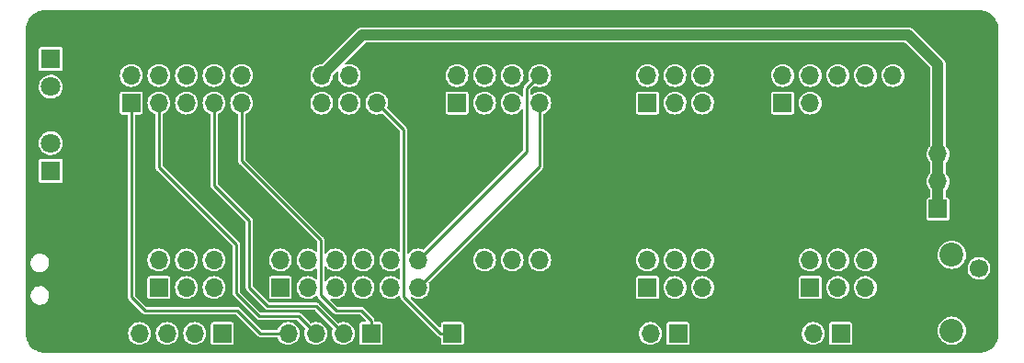
<source format=gbr>
%TF.GenerationSoftware,KiCad,Pcbnew,(6.0.0)*%
%TF.CreationDate,2022-06-06T22:52:27+03:00*%
%TF.ProjectId,link,6c696e6b-2e6b-4696-9361-645f70636258,rev?*%
%TF.SameCoordinates,Original*%
%TF.FileFunction,Copper,L2,Bot*%
%TF.FilePolarity,Positive*%
%FSLAX46Y46*%
G04 Gerber Fmt 4.6, Leading zero omitted, Abs format (unit mm)*
G04 Created by KiCad (PCBNEW (6.0.0)) date 2022-06-06 22:52:27*
%MOMM*%
%LPD*%
G01*
G04 APERTURE LIST*
%TA.AperFunction,ComponentPad*%
%ADD10R,1.700000X1.700000*%
%TD*%
%TA.AperFunction,ComponentPad*%
%ADD11O,1.700000X1.700000*%
%TD*%
%TA.AperFunction,ComponentPad*%
%ADD12R,1.800000X1.800000*%
%TD*%
%TA.AperFunction,ComponentPad*%
%ADD13C,1.800000*%
%TD*%
%TA.AperFunction,ComponentPad*%
%ADD14C,2.200000*%
%TD*%
%TA.AperFunction,ComponentPad*%
%ADD15C,1.700000*%
%TD*%
%TA.AperFunction,ViaPad*%
%ADD16C,0.800000*%
%TD*%
%TA.AperFunction,Conductor*%
%ADD17C,0.250000*%
%TD*%
%TA.AperFunction,Conductor*%
%ADD18C,1.000000*%
%TD*%
G04 APERTURE END LIST*
D10*
%TO.P,J16,1,Pin_1*%
%TO.N,Net-(J4-Pad2)*%
X142500000Y-79000000D03*
D11*
%TO.P,J16,2,Pin_2*%
%TO.N,GND*%
X145040000Y-79000000D03*
%TD*%
D10*
%TO.P,J15,1,Pin_1*%
%TO.N,Net-(J3-Pad9)*%
X135000000Y-79000000D03*
D11*
%TO.P,J15,2,Pin_2*%
%TO.N,Net-(J3-Pad7)*%
X132460000Y-79000000D03*
%TO.P,J15,3,Pin_3*%
%TO.N,Net-(J3-Pad3)*%
X129920000Y-79000000D03*
%TO.P,J15,4,Pin_4*%
%TO.N,Net-(J3-Pad1)*%
X127380000Y-79000000D03*
%TD*%
D12*
%TO.P,D2,1,K*%
%TO.N,PGOOD*%
X105500000Y-64000000D03*
D13*
%TO.P,D2,2,A*%
%TO.N,Net-(D2-Pad2)*%
X105500000Y-61460000D03*
%TD*%
D10*
%TO.P,J14,1,Pin_1*%
%TO.N,Net-(J10-Pad4)*%
X163275000Y-79000000D03*
D11*
%TO.P,J14,2,Pin_2*%
%TO.N,Net-(J10-Pad2)*%
X160735000Y-79000000D03*
%TD*%
D12*
%TO.P,D1,1,K*%
%TO.N,CHG*%
X105500000Y-53725000D03*
D13*
%TO.P,D1,2,A*%
%TO.N,Net-(D1-Pad2)*%
X105500000Y-56265000D03*
%TD*%
D14*
%TO.P,SW1,*%
%TO.N,*%
X188500000Y-71750000D03*
X188500000Y-78750000D03*
D15*
%TO.P,SW1,1,1*%
%TO.N,Net-(J3-Pad2)*%
X191000000Y-73000000D03*
%TO.P,SW1,2,2*%
%TO.N,GND*%
X191000000Y-77500000D03*
%TD*%
D10*
%TO.P,J5,1,Pin_1*%
%TO.N,BATT*%
X187230000Y-67540000D03*
D11*
%TO.P,J5,2,Pin_2*%
%TO.N,GND*%
X189770000Y-67540000D03*
%TO.P,J5,3,Pin_3*%
%TO.N,BATT*%
X187230000Y-65000000D03*
%TO.P,J5,4,Pin_4*%
%TO.N,GND*%
X189770000Y-65000000D03*
%TO.P,J5,5,Pin_5*%
%TO.N,BATT*%
X187230000Y-62460000D03*
%TO.P,J5,6,Pin_6*%
%TO.N,GND*%
X189770000Y-62460000D03*
%TD*%
D10*
%TO.P,J12,1,Pin_1*%
%TO.N,Net-(J12-Pad1)*%
X121300000Y-79000000D03*
D11*
%TO.P,J12,2,Pin_2*%
%TO.N,Net-(J12-Pad2)*%
X118760000Y-79000000D03*
%TO.P,J12,3,Pin_3*%
%TO.N,Net-(J12-Pad3)*%
X116220000Y-79000000D03*
%TO.P,J12,4,Pin_4*%
%TO.N,Net-(J12-Pad4)*%
X113680000Y-79000000D03*
%TD*%
D10*
%TO.P,J13,1,Pin_1*%
%TO.N,Net-(J13-Pad1)*%
X178275000Y-79000000D03*
D11*
%TO.P,J13,2,Pin_2*%
%TO.N,Net-(J13-Pad2)*%
X175735000Y-79000000D03*
%TD*%
D10*
%TO.P,J10,1,Pin_1*%
%TO.N,unconnected-(J10-Pad1)*%
X160460000Y-74770000D03*
D11*
%TO.P,J10,2,Pin_2*%
%TO.N,Net-(J10-Pad2)*%
X160460000Y-72230000D03*
%TO.P,J10,3,Pin_3*%
%TO.N,unconnected-(J10-Pad3)*%
X163000000Y-74770000D03*
%TO.P,J10,4,Pin_4*%
%TO.N,Net-(J10-Pad4)*%
X163000000Y-72230000D03*
%TO.P,J10,5,Pin_5*%
%TO.N,unconnected-(J10-Pad5)*%
X165540000Y-74770000D03*
%TO.P,J10,6,Pin_6*%
%TO.N,unconnected-(J10-Pad6)*%
X165540000Y-72230000D03*
%TD*%
D10*
%TO.P,J9,1,Pin_1*%
%TO.N,unconnected-(J9-Pad1)*%
X175460000Y-74770000D03*
D11*
%TO.P,J9,2,Pin_2*%
%TO.N,Net-(J13-Pad2)*%
X175460000Y-72230000D03*
%TO.P,J9,3,Pin_3*%
%TO.N,unconnected-(J9-Pad3)*%
X178000000Y-74770000D03*
%TO.P,J9,4,Pin_4*%
%TO.N,Net-(J13-Pad1)*%
X178000000Y-72230000D03*
%TO.P,J9,5,Pin_5*%
%TO.N,unconnected-(J9-Pad5)*%
X180540000Y-74770000D03*
%TO.P,J9,6,Pin_6*%
%TO.N,unconnected-(J9-Pad6)*%
X180540000Y-72230000D03*
%TD*%
D10*
%TO.P,J2,1,Pin_1*%
%TO.N,GND*%
X145460000Y-74770000D03*
D11*
%TO.P,J2,2,Pin_2*%
%TO.N,V+*%
X145460000Y-72230000D03*
%TO.P,J2,3,Pin_3*%
%TO.N,GND*%
X148000000Y-74770000D03*
%TO.P,J2,4,Pin_4*%
%TO.N,unconnected-(J2-Pad4)*%
X148000000Y-72230000D03*
%TO.P,J2,5,Pin_5*%
%TO.N,GND*%
X150540000Y-74770000D03*
%TO.P,J2,6,Pin_6*%
%TO.N,V-*%
X150540000Y-72230000D03*
%TD*%
D10*
%TO.P,J11,1,Pin_1*%
%TO.N,V-*%
X142920000Y-57770000D03*
D11*
%TO.P,J11,2,Pin_2*%
%TO.N,V+*%
X142920000Y-55230000D03*
%TO.P,J11,3,Pin_3*%
%TO.N,BT_L*%
X145460000Y-57770000D03*
%TO.P,J11,4,Pin_4*%
%TO.N,BT_R*%
X145460000Y-55230000D03*
%TO.P,J11,5,Pin_5*%
%TO.N,IN1*%
X148000000Y-57770000D03*
%TO.P,J11,6,Pin_6*%
%TO.N,unconnected-(J11-Pad6)*%
X148000000Y-55230000D03*
%TO.P,J11,7,Pin_7*%
%TO.N,MASTER_L*%
X150540000Y-57770000D03*
%TO.P,J11,8,Pin_8*%
%TO.N,MASTER_R*%
X150540000Y-55230000D03*
%TO.P,J11,9,Pin_9*%
%TO.N,GND*%
X153080000Y-57770000D03*
%TO.P,J11,10,Pin_10*%
X153080000Y-55230000D03*
%TD*%
D10*
%TO.P,J7,1,Pin_1*%
%TO.N,unconnected-(J7-Pad1)*%
X115460000Y-74770000D03*
D11*
%TO.P,J7,2,Pin_2*%
%TO.N,unconnected-(J7-Pad2)*%
X115460000Y-72230000D03*
%TO.P,J7,3,Pin_3*%
%TO.N,Net-(J12-Pad4)*%
X118000000Y-74770000D03*
%TO.P,J7,4,Pin_4*%
%TO.N,Net-(J12-Pad3)*%
X118000000Y-72230000D03*
%TO.P,J7,5,Pin_5*%
%TO.N,Net-(J12-Pad2)*%
X120540000Y-74770000D03*
%TO.P,J7,6,Pin_6*%
%TO.N,Net-(J12-Pad1)*%
X120540000Y-72230000D03*
%TD*%
D10*
%TO.P,J8,1,Pin_1*%
%TO.N,IN1*%
X126650000Y-74770000D03*
D11*
%TO.P,J8,2,Pin_2*%
%TO.N,IN2*%
X126650000Y-72230000D03*
%TO.P,J8,3,Pin_3*%
%TO.N,unconnected-(J8-Pad3)*%
X129190000Y-74770000D03*
%TO.P,J8,4,Pin_4*%
%TO.N,unconnected-(J8-Pad4)*%
X129190000Y-72230000D03*
%TO.P,J8,5,Pin_5*%
%TO.N,BT_L*%
X131730000Y-74770000D03*
%TO.P,J8,6,Pin_6*%
%TO.N,BT_R*%
X131730000Y-72230000D03*
%TO.P,J8,7,Pin_7*%
%TO.N,unconnected-(J8-Pad7)*%
X134270000Y-74770000D03*
%TO.P,J8,8,Pin_8*%
%TO.N,unconnected-(J8-Pad8)*%
X134270000Y-72230000D03*
%TO.P,J8,9,Pin_9*%
%TO.N,unconnected-(J8-Pad9)*%
X136810000Y-74770000D03*
%TO.P,J8,10,Pin_10*%
%TO.N,unconnected-(J8-Pad10)*%
X136810000Y-72230000D03*
%TO.P,J8,11,Pin_11*%
%TO.N,MASTER_L*%
X139350000Y-74770000D03*
%TO.P,J8,12,Pin_12*%
%TO.N,MASTER_R*%
X139350000Y-72230000D03*
%TD*%
D10*
%TO.P,J1,1,Pin_1*%
%TO.N,MOSI*%
X160460000Y-57770000D03*
D11*
%TO.P,J1,2,Pin_2*%
%TO.N,VSW*%
X160460000Y-55230000D03*
%TO.P,J1,3,Pin_3*%
%TO.N,MISO*%
X163000000Y-57770000D03*
%TO.P,J1,4,Pin_4*%
%TO.N,CHG*%
X163000000Y-55230000D03*
%TO.P,J1,5,Pin_5*%
%TO.N,SCK*%
X165540000Y-57770000D03*
%TO.P,J1,6,Pin_6*%
%TO.N,PGOOD*%
X165540000Y-55230000D03*
%TD*%
D10*
%TO.P,J6,1,Pin_1*%
%TO.N,unconnected-(J6-Pad1)*%
X172920000Y-57770000D03*
D11*
%TO.P,J6,2,Pin_2*%
%TO.N,Net-(J3-Pad2)*%
X172920000Y-55230000D03*
%TO.P,J6,3,Pin_3*%
%TO.N,unconnected-(J6-Pad3)*%
X175460000Y-57770000D03*
%TO.P,J6,4,Pin_4*%
%TO.N,unconnected-(J6-Pad4)*%
X175460000Y-55230000D03*
%TO.P,J6,5,Pin_5*%
%TO.N,GND*%
X178000000Y-57770000D03*
%TO.P,J6,6,Pin_6*%
%TO.N,unconnected-(J6-Pad6)*%
X178000000Y-55230000D03*
%TO.P,J6,7,Pin_7*%
%TO.N,GND*%
X180540000Y-57770000D03*
%TO.P,J6,8,Pin_8*%
%TO.N,unconnected-(J6-Pad8)*%
X180540000Y-55230000D03*
%TO.P,J6,9,Pin_9*%
%TO.N,GND*%
X183080000Y-57770000D03*
%TO.P,J6,10,Pin_10*%
%TO.N,unconnected-(J6-Pad10)*%
X183080000Y-55230000D03*
%TD*%
D10*
%TO.P,J4,1,Pin_1*%
%TO.N,GND*%
X135540000Y-55230000D03*
D11*
%TO.P,J4,2,Pin_2*%
%TO.N,Net-(J4-Pad2)*%
X135540000Y-57770000D03*
%TO.P,J4,3,Pin_3*%
%TO.N,TS*%
X133000000Y-55230000D03*
%TO.P,J4,4,Pin_4*%
%TO.N,Net-(J4-Pad4)*%
X133000000Y-57770000D03*
%TO.P,J4,5,Pin_5*%
%TO.N,BATT*%
X130460000Y-55230000D03*
%TO.P,J4,6,Pin_6*%
%TO.N,Net-(J4-Pad6)*%
X130460000Y-57770000D03*
%TD*%
D10*
%TO.P,J3,1,Pin_1*%
%TO.N,Net-(J3-Pad1)*%
X112920000Y-57770000D03*
D11*
%TO.P,J3,2,Pin_2*%
%TO.N,Net-(J3-Pad2)*%
X112920000Y-55230000D03*
%TO.P,J3,3,Pin_3*%
%TO.N,Net-(J3-Pad3)*%
X115460000Y-57770000D03*
%TO.P,J3,4,Pin_4*%
%TO.N,unconnected-(J3-Pad4)*%
X115460000Y-55230000D03*
%TO.P,J3,5,Pin_5*%
%TO.N,unconnected-(J3-Pad5)*%
X118000000Y-57770000D03*
%TO.P,J3,6,Pin_6*%
%TO.N,unconnected-(J3-Pad6)*%
X118000000Y-55230000D03*
%TO.P,J3,7,Pin_7*%
%TO.N,Net-(J3-Pad7)*%
X120540000Y-57770000D03*
%TO.P,J3,8,Pin_8*%
%TO.N,unconnected-(J3-Pad8)*%
X120540000Y-55230000D03*
%TO.P,J3,9,Pin_9*%
%TO.N,Net-(J3-Pad9)*%
X123080000Y-57770000D03*
%TO.P,J3,10,Pin_10*%
%TO.N,unconnected-(J3-Pad10)*%
X123080000Y-55230000D03*
%TD*%
D16*
%TO.N,GND*%
X184971705Y-72492430D03*
X184944208Y-79960383D03*
X184971705Y-77492430D03*
X184971705Y-74992430D03*
X182500000Y-72500000D03*
X182472503Y-79967953D03*
X182500000Y-77500000D03*
X182500000Y-75000000D03*
X155000000Y-72500000D03*
X154972503Y-79967953D03*
X155000000Y-77500000D03*
X155000000Y-75000000D03*
X157500000Y-72500000D03*
X157472503Y-79967953D03*
X157500000Y-77500000D03*
X157500000Y-75000000D03*
X167500000Y-72500000D03*
X167472503Y-79967953D03*
X167500000Y-77500000D03*
X167500000Y-75000000D03*
X172500000Y-72500000D03*
X172472503Y-79967953D03*
X172500000Y-77500000D03*
X172500000Y-75000000D03*
X170000000Y-72500000D03*
X169972503Y-79967953D03*
X170000000Y-77500000D03*
X170000000Y-75000000D03*
X185000000Y-70000000D03*
X182500000Y-70000000D03*
X177500000Y-70000000D03*
X180000000Y-70000000D03*
X175000000Y-70000000D03*
X164972503Y-69967953D03*
X162472503Y-69967953D03*
X157472503Y-69967953D03*
X159972503Y-69967953D03*
X154972503Y-69967953D03*
X172472503Y-69967953D03*
X169972503Y-69967953D03*
X167472503Y-69967953D03*
X165000000Y-67500000D03*
X162500000Y-67500000D03*
X157500000Y-67500000D03*
X160000000Y-67500000D03*
X155000000Y-67500000D03*
X172500000Y-67500000D03*
X170000000Y-67500000D03*
X167500000Y-67500000D03*
X165000000Y-65000000D03*
X162500000Y-65000000D03*
X157500000Y-65000000D03*
X160000000Y-65000000D03*
X155000000Y-65000000D03*
X172500000Y-65000000D03*
X170000000Y-65000000D03*
X167500000Y-65000000D03*
X175000000Y-65000000D03*
X175000000Y-67500000D03*
X177500000Y-65000000D03*
X177500000Y-67500000D03*
X180000000Y-65000000D03*
X180000000Y-67500000D03*
X182500000Y-67500000D03*
X185000000Y-67500000D03*
X185000000Y-65000000D03*
X182500000Y-65000000D03*
X185000000Y-62500000D03*
X185000000Y-60000000D03*
X182500000Y-60000000D03*
X182500000Y-62500000D03*
X180000000Y-62500000D03*
X180000000Y-60000000D03*
X177500000Y-60000000D03*
X177500000Y-62500000D03*
X175000000Y-62500000D03*
X175000000Y-60000000D03*
X172500000Y-60000000D03*
X172500000Y-62500000D03*
X170000000Y-62500000D03*
X170000000Y-55000000D03*
X167500000Y-55000000D03*
X167500000Y-57500000D03*
X170000000Y-60000000D03*
X170000000Y-57500000D03*
X167500000Y-60000000D03*
X167500000Y-62500000D03*
X165000000Y-62500000D03*
X165000000Y-60000000D03*
X162500000Y-60000000D03*
X162500000Y-62500000D03*
X160000000Y-62500000D03*
X160000000Y-60000000D03*
X155000000Y-55000000D03*
X155000000Y-57500000D03*
X157500000Y-57500000D03*
X157500000Y-60000000D03*
X157500000Y-62500000D03*
X155000000Y-62500000D03*
X155000000Y-60000000D03*
X152500000Y-60000000D03*
X152500000Y-62500000D03*
X145000000Y-62500000D03*
X150000000Y-67500000D03*
X140000000Y-67500000D03*
X140000000Y-70000000D03*
X135000000Y-70000000D03*
X132500000Y-70000000D03*
X135000000Y-67500000D03*
X135000000Y-60000000D03*
X132500000Y-60000000D03*
X127500000Y-55000000D03*
X125000000Y-55000000D03*
X125000000Y-57500000D03*
X127500000Y-57500000D03*
X110000000Y-80000000D03*
X110000000Y-77500000D03*
X110000000Y-75000000D03*
X105000000Y-67500000D03*
X107500000Y-67500000D03*
X110000000Y-62500000D03*
X110000000Y-65000000D03*
X110000000Y-67500000D03*
X127500000Y-65000000D03*
X130000000Y-67500000D03*
X132500000Y-67500000D03*
X132500000Y-65000000D03*
X130000000Y-62500000D03*
X130000000Y-65000000D03*
X135000000Y-65000000D03*
X135000000Y-62500000D03*
X132500000Y-62500000D03*
%TD*%
D17*
%TO.N,Net-(J4-Pad2)*%
X138000000Y-60230000D02*
X135540000Y-57770000D01*
X138000000Y-75600000D02*
X138000000Y-60230000D01*
X142500000Y-79000000D02*
X141400000Y-79000000D01*
X141400000Y-79000000D02*
X138000000Y-75600000D01*
%TO.N,Net-(J3-Pad7)*%
X120540000Y-65340000D02*
X120540000Y-57770000D01*
X125500000Y-76500000D02*
X123800000Y-74800000D01*
X129960000Y-76500000D02*
X125500000Y-76500000D01*
X123800000Y-74800000D02*
X123800000Y-68600000D01*
X123800000Y-68600000D02*
X120540000Y-65340000D01*
X132460000Y-79000000D02*
X129960000Y-76500000D01*
%TO.N,Net-(J3-Pad9)*%
X123080000Y-63080000D02*
X123080000Y-57770000D01*
X134100000Y-76900000D02*
X131800000Y-76900000D01*
X135000000Y-77800000D02*
X134100000Y-76900000D01*
X130364511Y-70364511D02*
X123080000Y-63080000D01*
X135000000Y-79000000D02*
X135000000Y-77800000D01*
X131800000Y-76900000D02*
X130364511Y-75464511D01*
X130364511Y-75464511D02*
X130364511Y-70364511D01*
%TO.N,Net-(J3-Pad3)*%
X122600000Y-75300000D02*
X122600000Y-70800000D01*
X124700000Y-77400000D02*
X122600000Y-75300000D01*
X128320000Y-77400000D02*
X124700000Y-77400000D01*
X115460000Y-63660000D02*
X115460000Y-57770000D01*
X129920000Y-79000000D02*
X128320000Y-77400000D01*
X122600000Y-70800000D02*
X115460000Y-63660000D01*
%TO.N,Net-(J3-Pad1)*%
X122700000Y-76900000D02*
X114200000Y-76900000D01*
X114200000Y-76900000D02*
X112920000Y-75620000D01*
X124800000Y-79000000D02*
X122700000Y-76900000D01*
X112920000Y-75620000D02*
X112920000Y-57770000D01*
X127380000Y-79000000D02*
X124800000Y-79000000D01*
D18*
%TO.N,BATT*%
X187230000Y-65000000D02*
X187230000Y-62460000D01*
X187230000Y-67540000D02*
X187230000Y-65000000D01*
X184500000Y-51500000D02*
X187230000Y-54230000D01*
X134190000Y-51500000D02*
X184500000Y-51500000D01*
X187230000Y-54230000D02*
X187230000Y-62460000D01*
X130460000Y-55230000D02*
X134190000Y-51500000D01*
D17*
%TO.N,MASTER_L*%
X150540000Y-63580000D02*
X150540000Y-57770000D01*
X139350000Y-74770000D02*
X150540000Y-63580000D01*
%TO.N,MASTER_R*%
X139350000Y-72230000D02*
X149365489Y-62214511D01*
X149365489Y-62214511D02*
X149365489Y-56404511D01*
X149365489Y-56404511D02*
X150540000Y-55230000D01*
%TD*%
%TA.AperFunction,Conductor*%
%TO.N,GND*%
G36*
X190988227Y-49202518D02*
G01*
X190999642Y-49205143D01*
X191010517Y-49202682D01*
X191021664Y-49202702D01*
X191021664Y-49202863D01*
X191031669Y-49202076D01*
X191103759Y-49206801D01*
X191228475Y-49214975D01*
X191241302Y-49216663D01*
X191459516Y-49260068D01*
X191472016Y-49263418D01*
X191682691Y-49334933D01*
X191694653Y-49339889D01*
X191776954Y-49380475D01*
X191894180Y-49438284D01*
X191905386Y-49444753D01*
X192090385Y-49568365D01*
X192100639Y-49576233D01*
X192267914Y-49722930D01*
X192277069Y-49732085D01*
X192423767Y-49899361D01*
X192431635Y-49909615D01*
X192555247Y-50094614D01*
X192561716Y-50105820D01*
X192660111Y-50305346D01*
X192665067Y-50317309D01*
X192736581Y-50527980D01*
X192739933Y-50540489D01*
X192783336Y-50758691D01*
X192785025Y-50771523D01*
X192797891Y-50967816D01*
X192797101Y-50977628D01*
X192797375Y-50977628D01*
X192797355Y-50988778D01*
X192794857Y-50999642D01*
X192797317Y-51010514D01*
X192797317Y-51010516D01*
X192797559Y-51011583D01*
X192800000Y-51033432D01*
X192800000Y-78966040D01*
X192797482Y-78988227D01*
X192794857Y-78999642D01*
X192797318Y-79010517D01*
X192797298Y-79021664D01*
X192797137Y-79021664D01*
X192797924Y-79031669D01*
X192793199Y-79103759D01*
X192785356Y-79223437D01*
X192785026Y-79228469D01*
X192783337Y-79241302D01*
X192745097Y-79433550D01*
X192739933Y-79459511D01*
X192736582Y-79472016D01*
X192696824Y-79589139D01*
X192665067Y-79682691D01*
X192660111Y-79694654D01*
X192561716Y-79894180D01*
X192555247Y-79905386D01*
X192431635Y-80090385D01*
X192423767Y-80100639D01*
X192291003Y-80252027D01*
X192277070Y-80267914D01*
X192267915Y-80277069D01*
X192100639Y-80423767D01*
X192090385Y-80431635D01*
X191905386Y-80555247D01*
X191894180Y-80561716D01*
X191715697Y-80649734D01*
X191694654Y-80660111D01*
X191682692Y-80665067D01*
X191472016Y-80736582D01*
X191459516Y-80739932D01*
X191241302Y-80783337D01*
X191228477Y-80785025D01*
X191032181Y-80797891D01*
X191022372Y-80797101D01*
X191022372Y-80797375D01*
X191011222Y-80797355D01*
X191000358Y-80794857D01*
X190989486Y-80797317D01*
X190989484Y-80797317D01*
X190988417Y-80797559D01*
X190966568Y-80800000D01*
X105033960Y-80800000D01*
X105011773Y-80797482D01*
X105000358Y-80794857D01*
X104989483Y-80797318D01*
X104978336Y-80797298D01*
X104978336Y-80797137D01*
X104968331Y-80797924D01*
X104896241Y-80793199D01*
X104771525Y-80785025D01*
X104758698Y-80783337D01*
X104540484Y-80739932D01*
X104527984Y-80736582D01*
X104317308Y-80665067D01*
X104305346Y-80660111D01*
X104284304Y-80649734D01*
X104105820Y-80561716D01*
X104094614Y-80555247D01*
X103909615Y-80431635D01*
X103899361Y-80423767D01*
X103732085Y-80277069D01*
X103722930Y-80267914D01*
X103708997Y-80252027D01*
X103576233Y-80100639D01*
X103568365Y-80090385D01*
X103444753Y-79905386D01*
X103438284Y-79894180D01*
X103339889Y-79694654D01*
X103334933Y-79682691D01*
X103303176Y-79589139D01*
X103263418Y-79472016D01*
X103260067Y-79459511D01*
X103254903Y-79433550D01*
X103216663Y-79241302D01*
X103214974Y-79228470D01*
X103214645Y-79223437D01*
X103202109Y-79032181D01*
X103202899Y-79022372D01*
X103202625Y-79022372D01*
X103202645Y-79011222D01*
X103205143Y-79000358D01*
X103202683Y-78989486D01*
X103202683Y-78989484D01*
X103202441Y-78988417D01*
X103202089Y-78985262D01*
X112624520Y-78985262D01*
X112641759Y-79190553D01*
X112643092Y-79195201D01*
X112643092Y-79195202D01*
X112680891Y-79327021D01*
X112698544Y-79388586D01*
X112792712Y-79571818D01*
X112920677Y-79733270D01*
X112924357Y-79736402D01*
X112924359Y-79736404D01*
X112977414Y-79781557D01*
X113077564Y-79866791D01*
X113081787Y-79869151D01*
X113081791Y-79869154D01*
X113170383Y-79918666D01*
X113257398Y-79967297D01*
X113261996Y-79968791D01*
X113448724Y-80029463D01*
X113448726Y-80029464D01*
X113453329Y-80030959D01*
X113657894Y-80055351D01*
X113662716Y-80054980D01*
X113662719Y-80054980D01*
X113733259Y-80049552D01*
X113863300Y-80039546D01*
X114061725Y-79984145D01*
X114066038Y-79981966D01*
X114066044Y-79981964D01*
X114241289Y-79893441D01*
X114241291Y-79893440D01*
X114245610Y-79891258D01*
X114249427Y-79888276D01*
X114404135Y-79767406D01*
X114404139Y-79767402D01*
X114407951Y-79764424D01*
X114542564Y-79608472D01*
X114561231Y-79575613D01*
X114641934Y-79433550D01*
X114641935Y-79433547D01*
X114644323Y-79429344D01*
X114653072Y-79403046D01*
X114707824Y-79238454D01*
X114707824Y-79238452D01*
X114709351Y-79233863D01*
X114710033Y-79228470D01*
X114734823Y-79032228D01*
X114735171Y-79029474D01*
X114735583Y-79000000D01*
X114734483Y-78988777D01*
X114734138Y-78985262D01*
X115164520Y-78985262D01*
X115181759Y-79190553D01*
X115183092Y-79195201D01*
X115183092Y-79195202D01*
X115220891Y-79327021D01*
X115238544Y-79388586D01*
X115332712Y-79571818D01*
X115460677Y-79733270D01*
X115464357Y-79736402D01*
X115464359Y-79736404D01*
X115517414Y-79781557D01*
X115617564Y-79866791D01*
X115621787Y-79869151D01*
X115621791Y-79869154D01*
X115710383Y-79918666D01*
X115797398Y-79967297D01*
X115801996Y-79968791D01*
X115988724Y-80029463D01*
X115988726Y-80029464D01*
X115993329Y-80030959D01*
X116197894Y-80055351D01*
X116202716Y-80054980D01*
X116202719Y-80054980D01*
X116273259Y-80049552D01*
X116403300Y-80039546D01*
X116601725Y-79984145D01*
X116606038Y-79981966D01*
X116606044Y-79981964D01*
X116781289Y-79893441D01*
X116781291Y-79893440D01*
X116785610Y-79891258D01*
X116789427Y-79888276D01*
X116944135Y-79767406D01*
X116944139Y-79767402D01*
X116947951Y-79764424D01*
X117082564Y-79608472D01*
X117101231Y-79575613D01*
X117181934Y-79433550D01*
X117181935Y-79433547D01*
X117184323Y-79429344D01*
X117193072Y-79403046D01*
X117247824Y-79238454D01*
X117247824Y-79238452D01*
X117249351Y-79233863D01*
X117250033Y-79228470D01*
X117274823Y-79032228D01*
X117275171Y-79029474D01*
X117275583Y-79000000D01*
X117274483Y-78988777D01*
X117274138Y-78985262D01*
X117704520Y-78985262D01*
X117721759Y-79190553D01*
X117723092Y-79195201D01*
X117723092Y-79195202D01*
X117760891Y-79327021D01*
X117778544Y-79388586D01*
X117872712Y-79571818D01*
X118000677Y-79733270D01*
X118004357Y-79736402D01*
X118004359Y-79736404D01*
X118057414Y-79781557D01*
X118157564Y-79866791D01*
X118161787Y-79869151D01*
X118161791Y-79869154D01*
X118250383Y-79918666D01*
X118337398Y-79967297D01*
X118341996Y-79968791D01*
X118528724Y-80029463D01*
X118528726Y-80029464D01*
X118533329Y-80030959D01*
X118737894Y-80055351D01*
X118742716Y-80054980D01*
X118742719Y-80054980D01*
X118813259Y-80049552D01*
X118943300Y-80039546D01*
X119141725Y-79984145D01*
X119146038Y-79981966D01*
X119146044Y-79981964D01*
X119321289Y-79893441D01*
X119321291Y-79893440D01*
X119325610Y-79891258D01*
X119329427Y-79888276D01*
X119353142Y-79869748D01*
X120249500Y-79869748D01*
X120253779Y-79891258D01*
X120256591Y-79905395D01*
X120261133Y-79928231D01*
X120305448Y-79994552D01*
X120371769Y-80038867D01*
X120381332Y-80040769D01*
X120381334Y-80040770D01*
X120404005Y-80045279D01*
X120430252Y-80050500D01*
X122169748Y-80050500D01*
X122195995Y-80045279D01*
X122218666Y-80040770D01*
X122218668Y-80040769D01*
X122228231Y-80038867D01*
X122294552Y-79994552D01*
X122338867Y-79928231D01*
X122343410Y-79905395D01*
X122346221Y-79891258D01*
X122350500Y-79869748D01*
X122350500Y-78130252D01*
X122338867Y-78071769D01*
X122294552Y-78005448D01*
X122228231Y-77961133D01*
X122218668Y-77959231D01*
X122218666Y-77959230D01*
X122195995Y-77954721D01*
X122169748Y-77949500D01*
X120430252Y-77949500D01*
X120404005Y-77954721D01*
X120381334Y-77959230D01*
X120381332Y-77959231D01*
X120371769Y-77961133D01*
X120305448Y-78005448D01*
X120261133Y-78071769D01*
X120249500Y-78130252D01*
X120249500Y-79869748D01*
X119353142Y-79869748D01*
X119484135Y-79767406D01*
X119484139Y-79767402D01*
X119487951Y-79764424D01*
X119622564Y-79608472D01*
X119641231Y-79575613D01*
X119721934Y-79433550D01*
X119721935Y-79433547D01*
X119724323Y-79429344D01*
X119733072Y-79403046D01*
X119787824Y-79238454D01*
X119787824Y-79238452D01*
X119789351Y-79233863D01*
X119790033Y-79228470D01*
X119814823Y-79032228D01*
X119815171Y-79029474D01*
X119815583Y-79000000D01*
X119814483Y-78988777D01*
X119795952Y-78799780D01*
X119795951Y-78799776D01*
X119795480Y-78794970D01*
X119735935Y-78597749D01*
X119639218Y-78415849D01*
X119509011Y-78256200D01*
X119362639Y-78135110D01*
X119354002Y-78127965D01*
X119354000Y-78127964D01*
X119350275Y-78124882D01*
X119169055Y-78026897D01*
X119099764Y-78005448D01*
X118976875Y-77967407D01*
X118976871Y-77967406D01*
X118972254Y-77965977D01*
X118967446Y-77965472D01*
X118967443Y-77965471D01*
X118772185Y-77944949D01*
X118772183Y-77944949D01*
X118767369Y-77944443D01*
X118711800Y-77949500D01*
X118567022Y-77962675D01*
X118567017Y-77962676D01*
X118562203Y-77963114D01*
X118364572Y-78021280D01*
X118360288Y-78023519D01*
X118360287Y-78023520D01*
X118349428Y-78029197D01*
X118182002Y-78116726D01*
X118178231Y-78119758D01*
X118025220Y-78242781D01*
X118025217Y-78242783D01*
X118021447Y-78245815D01*
X118018333Y-78249526D01*
X118018332Y-78249527D01*
X118009585Y-78259952D01*
X117889024Y-78403630D01*
X117886689Y-78407878D01*
X117886688Y-78407879D01*
X117879955Y-78420126D01*
X117789776Y-78584162D01*
X117788313Y-78588775D01*
X117788311Y-78588779D01*
X117767117Y-78655593D01*
X117727484Y-78780532D01*
X117726944Y-78785344D01*
X117726944Y-78785345D01*
X117705416Y-78977277D01*
X117704520Y-78985262D01*
X117274138Y-78985262D01*
X117255952Y-78799780D01*
X117255951Y-78799776D01*
X117255480Y-78794970D01*
X117195935Y-78597749D01*
X117099218Y-78415849D01*
X116969011Y-78256200D01*
X116822639Y-78135110D01*
X116814002Y-78127965D01*
X116814000Y-78127964D01*
X116810275Y-78124882D01*
X116629055Y-78026897D01*
X116559764Y-78005448D01*
X116436875Y-77967407D01*
X116436871Y-77967406D01*
X116432254Y-77965977D01*
X116427446Y-77965472D01*
X116427443Y-77965471D01*
X116232185Y-77944949D01*
X116232183Y-77944949D01*
X116227369Y-77944443D01*
X116171800Y-77949500D01*
X116027022Y-77962675D01*
X116027017Y-77962676D01*
X116022203Y-77963114D01*
X115824572Y-78021280D01*
X115820288Y-78023519D01*
X115820287Y-78023520D01*
X115809428Y-78029197D01*
X115642002Y-78116726D01*
X115638231Y-78119758D01*
X115485220Y-78242781D01*
X115485217Y-78242783D01*
X115481447Y-78245815D01*
X115478333Y-78249526D01*
X115478332Y-78249527D01*
X115469585Y-78259952D01*
X115349024Y-78403630D01*
X115346689Y-78407878D01*
X115346688Y-78407879D01*
X115339955Y-78420126D01*
X115249776Y-78584162D01*
X115248313Y-78588775D01*
X115248311Y-78588779D01*
X115227117Y-78655593D01*
X115187484Y-78780532D01*
X115186944Y-78785344D01*
X115186944Y-78785345D01*
X115165416Y-78977277D01*
X115164520Y-78985262D01*
X114734138Y-78985262D01*
X114715952Y-78799780D01*
X114715951Y-78799776D01*
X114715480Y-78794970D01*
X114655935Y-78597749D01*
X114559218Y-78415849D01*
X114429011Y-78256200D01*
X114282639Y-78135110D01*
X114274002Y-78127965D01*
X114274000Y-78127964D01*
X114270275Y-78124882D01*
X114089055Y-78026897D01*
X114019764Y-78005448D01*
X113896875Y-77967407D01*
X113896871Y-77967406D01*
X113892254Y-77965977D01*
X113887446Y-77965472D01*
X113887443Y-77965471D01*
X113692185Y-77944949D01*
X113692183Y-77944949D01*
X113687369Y-77944443D01*
X113631800Y-77949500D01*
X113487022Y-77962675D01*
X113487017Y-77962676D01*
X113482203Y-77963114D01*
X113284572Y-78021280D01*
X113280288Y-78023519D01*
X113280287Y-78023520D01*
X113269428Y-78029197D01*
X113102002Y-78116726D01*
X113098231Y-78119758D01*
X112945220Y-78242781D01*
X112945217Y-78242783D01*
X112941447Y-78245815D01*
X112938333Y-78249526D01*
X112938332Y-78249527D01*
X112929585Y-78259952D01*
X112809024Y-78403630D01*
X112806689Y-78407878D01*
X112806688Y-78407879D01*
X112799955Y-78420126D01*
X112709776Y-78584162D01*
X112708313Y-78588775D01*
X112708311Y-78588779D01*
X112687117Y-78655593D01*
X112647484Y-78780532D01*
X112646944Y-78785344D01*
X112646944Y-78785345D01*
X112625416Y-78977277D01*
X112624520Y-78985262D01*
X103202089Y-78985262D01*
X103200000Y-78966568D01*
X103200000Y-75452244D01*
X103645819Y-75452244D01*
X103649064Y-75514170D01*
X103654815Y-75623893D01*
X103655490Y-75636781D01*
X103656914Y-75641951D01*
X103660836Y-75656188D01*
X103704562Y-75814936D01*
X103790746Y-75978398D01*
X103794205Y-75982492D01*
X103794207Y-75982494D01*
X103858147Y-76058157D01*
X103910020Y-76119540D01*
X104056820Y-76231777D01*
X104224297Y-76309873D01*
X104229524Y-76311041D01*
X104229526Y-76311042D01*
X104331561Y-76333849D01*
X104404637Y-76350183D01*
X104408788Y-76350415D01*
X104408921Y-76350423D01*
X104408938Y-76350423D01*
X104410307Y-76350500D01*
X104546164Y-76350500D01*
X104576564Y-76347198D01*
X104678384Y-76336137D01*
X104678389Y-76336136D01*
X104683709Y-76335558D01*
X104858848Y-76276617D01*
X104993453Y-76195738D01*
X105012651Y-76184203D01*
X105012653Y-76184202D01*
X105017244Y-76181443D01*
X105024985Y-76174123D01*
X105147615Y-76058157D01*
X105147617Y-76058154D01*
X105151507Y-76054476D01*
X105200427Y-75982494D01*
X105252364Y-75906071D01*
X105252365Y-75906069D01*
X105255375Y-75901640D01*
X105266670Y-75873402D01*
X105322007Y-75735048D01*
X105324000Y-75730065D01*
X105354181Y-75547756D01*
X105349176Y-75452244D01*
X105344791Y-75368573D01*
X105344790Y-75368569D01*
X105344510Y-75363219D01*
X105295438Y-75185064D01*
X105209254Y-75021602D01*
X105201525Y-75012455D01*
X105093440Y-74884554D01*
X105093438Y-74884552D01*
X105089980Y-74880460D01*
X104943180Y-74768223D01*
X104775703Y-74690127D01*
X104770476Y-74688959D01*
X104770474Y-74688958D01*
X104599322Y-74650702D01*
X104599323Y-74650702D01*
X104595363Y-74649817D01*
X104591212Y-74649585D01*
X104591079Y-74649577D01*
X104591062Y-74649577D01*
X104589693Y-74649500D01*
X104453836Y-74649500D01*
X104423436Y-74652802D01*
X104321616Y-74663863D01*
X104321611Y-74663864D01*
X104316291Y-74664442D01*
X104141152Y-74723383D01*
X103982756Y-74818557D01*
X103978864Y-74822237D01*
X103978862Y-74822239D01*
X103852385Y-74941843D01*
X103852383Y-74941846D01*
X103848493Y-74945524D01*
X103845484Y-74949952D01*
X103845482Y-74949954D01*
X103747636Y-75093929D01*
X103744625Y-75098360D01*
X103676000Y-75269935D01*
X103645819Y-75452244D01*
X103200000Y-75452244D01*
X103200000Y-72452244D01*
X103645819Y-72452244D01*
X103646100Y-72457601D01*
X103653221Y-72593476D01*
X103655490Y-72636781D01*
X103704562Y-72814936D01*
X103790746Y-72978398D01*
X103794205Y-72982492D01*
X103794207Y-72982494D01*
X103895891Y-73102821D01*
X103910020Y-73119540D01*
X104056820Y-73231777D01*
X104224297Y-73309873D01*
X104229524Y-73311041D01*
X104229526Y-73311042D01*
X104331561Y-73333849D01*
X104404637Y-73350183D01*
X104408788Y-73350415D01*
X104408921Y-73350423D01*
X104408938Y-73350423D01*
X104410307Y-73350500D01*
X104546164Y-73350500D01*
X104576564Y-73347198D01*
X104678384Y-73336137D01*
X104678389Y-73336136D01*
X104683709Y-73335558D01*
X104858848Y-73276617D01*
X104994788Y-73194936D01*
X105012651Y-73184203D01*
X105012653Y-73184202D01*
X105017244Y-73181443D01*
X105078579Y-73123441D01*
X105147615Y-73058157D01*
X105147617Y-73058154D01*
X105151507Y-73054476D01*
X105164056Y-73036012D01*
X105252364Y-72906071D01*
X105252365Y-72906069D01*
X105255375Y-72901640D01*
X105263072Y-72882398D01*
X105322007Y-72735048D01*
X105324000Y-72730065D01*
X105354181Y-72547756D01*
X105348898Y-72446954D01*
X105344791Y-72368573D01*
X105344790Y-72368569D01*
X105344510Y-72363219D01*
X105316693Y-72262228D01*
X105296864Y-72190241D01*
X105295438Y-72185064D01*
X105209254Y-72021602D01*
X105203967Y-72015345D01*
X105093440Y-71884554D01*
X105093438Y-71884552D01*
X105089980Y-71880460D01*
X104943180Y-71768223D01*
X104775703Y-71690127D01*
X104770476Y-71688959D01*
X104770474Y-71688958D01*
X104599322Y-71650702D01*
X104599323Y-71650702D01*
X104595363Y-71649817D01*
X104591212Y-71649585D01*
X104591079Y-71649577D01*
X104591062Y-71649577D01*
X104589693Y-71649500D01*
X104453836Y-71649500D01*
X104423436Y-71652802D01*
X104321616Y-71663863D01*
X104321611Y-71663864D01*
X104316291Y-71664442D01*
X104141152Y-71723383D01*
X104096854Y-71750000D01*
X103990071Y-71814162D01*
X103982756Y-71818557D01*
X103978864Y-71822237D01*
X103978862Y-71822239D01*
X103852385Y-71941843D01*
X103852383Y-71941846D01*
X103848493Y-71945524D01*
X103845484Y-71949952D01*
X103845482Y-71949954D01*
X103791628Y-72029197D01*
X103744625Y-72098360D01*
X103742635Y-72103334D01*
X103742634Y-72103337D01*
X103681494Y-72256200D01*
X103676000Y-72269935D01*
X103645819Y-72452244D01*
X103200000Y-72452244D01*
X103200000Y-64919748D01*
X104399500Y-64919748D01*
X104411133Y-64978231D01*
X104455448Y-65044552D01*
X104521769Y-65088867D01*
X104531332Y-65090769D01*
X104531334Y-65090770D01*
X104554005Y-65095279D01*
X104580252Y-65100500D01*
X106419748Y-65100500D01*
X106445995Y-65095279D01*
X106468666Y-65090770D01*
X106468668Y-65090769D01*
X106478231Y-65088867D01*
X106544552Y-65044552D01*
X106588867Y-64978231D01*
X106600500Y-64919748D01*
X106600500Y-63080252D01*
X106588867Y-63021769D01*
X106544552Y-62955448D01*
X106478231Y-62911133D01*
X106468668Y-62909231D01*
X106468666Y-62909230D01*
X106445995Y-62904721D01*
X106419748Y-62899500D01*
X104580252Y-62899500D01*
X104554005Y-62904721D01*
X104531334Y-62909230D01*
X104531332Y-62909231D01*
X104521769Y-62911133D01*
X104455448Y-62955448D01*
X104411133Y-63021769D01*
X104399500Y-63080252D01*
X104399500Y-64919748D01*
X103200000Y-64919748D01*
X103200000Y-61431069D01*
X104395164Y-61431069D01*
X104408392Y-61632894D01*
X104409508Y-61637287D01*
X104409508Y-61637289D01*
X104425167Y-61698945D01*
X104458178Y-61828928D01*
X104542856Y-62012607D01*
X104659588Y-62177780D01*
X104804466Y-62318913D01*
X104972637Y-62431282D01*
X105158470Y-62511122D01*
X105355740Y-62555760D01*
X105557842Y-62563700D01*
X105611377Y-62555938D01*
X105753519Y-62535329D01*
X105753522Y-62535328D01*
X105758007Y-62534678D01*
X105899348Y-62486699D01*
X105945234Y-62471123D01*
X105945237Y-62471121D01*
X105949531Y-62469664D01*
X106126001Y-62370837D01*
X106281505Y-62241505D01*
X106410837Y-62086001D01*
X106509664Y-61909531D01*
X106525246Y-61863630D01*
X106573219Y-61722304D01*
X106574678Y-61718007D01*
X106576454Y-61705762D01*
X106603283Y-61520717D01*
X106603700Y-61517842D01*
X106605215Y-61460000D01*
X106586708Y-61258591D01*
X106531807Y-61063926D01*
X106442351Y-60882527D01*
X106321335Y-60720467D01*
X106172812Y-60583174D01*
X106150125Y-60568859D01*
X106005594Y-60477667D01*
X106001757Y-60475246D01*
X105813898Y-60400298D01*
X105615526Y-60360839D01*
X105515930Y-60359535D01*
X105417826Y-60358251D01*
X105417821Y-60358251D01*
X105413286Y-60358192D01*
X105408813Y-60358961D01*
X105408808Y-60358961D01*
X105310245Y-60375898D01*
X105213949Y-60392444D01*
X105024193Y-60462449D01*
X104850371Y-60565862D01*
X104846956Y-60568857D01*
X104846953Y-60568859D01*
X104830630Y-60583174D01*
X104698305Y-60699220D01*
X104573089Y-60858057D01*
X104478914Y-61037053D01*
X104418937Y-61230213D01*
X104395164Y-61431069D01*
X103200000Y-61431069D01*
X103200000Y-58639748D01*
X111869500Y-58639748D01*
X111881133Y-58698231D01*
X111925448Y-58764552D01*
X111991769Y-58808867D01*
X112001332Y-58810769D01*
X112001334Y-58810770D01*
X112024005Y-58815279D01*
X112050252Y-58820500D01*
X112495500Y-58820500D01*
X112553691Y-58839407D01*
X112589655Y-58888907D01*
X112594500Y-58919500D01*
X112594500Y-75601466D01*
X112594123Y-75610095D01*
X112590736Y-75648807D01*
X112592978Y-75657174D01*
X112600796Y-75686349D01*
X112602666Y-75694784D01*
X112605886Y-75713045D01*
X112609412Y-75733045D01*
X112613742Y-75740544D01*
X112615738Y-75746029D01*
X112618204Y-75751316D01*
X112620446Y-75759684D01*
X112633828Y-75778795D01*
X112642732Y-75791511D01*
X112647371Y-75798792D01*
X112666806Y-75832455D01*
X112696581Y-75857440D01*
X112702937Y-75863264D01*
X113956742Y-77117069D01*
X113962565Y-77123424D01*
X113987545Y-77153194D01*
X114021219Y-77172636D01*
X114028475Y-77177259D01*
X114060316Y-77199554D01*
X114068678Y-77201795D01*
X114073960Y-77204258D01*
X114079454Y-77206257D01*
X114086955Y-77210588D01*
X114125211Y-77217334D01*
X114125228Y-77217337D01*
X114133656Y-77219206D01*
X114162827Y-77227022D01*
X114162830Y-77227022D01*
X114171193Y-77229263D01*
X114209896Y-77225877D01*
X114218525Y-77225500D01*
X122524166Y-77225500D01*
X122582357Y-77244407D01*
X122594170Y-77254496D01*
X124556742Y-79217069D01*
X124562565Y-79223424D01*
X124587545Y-79253194D01*
X124595042Y-79257523D01*
X124595044Y-79257524D01*
X124621206Y-79272628D01*
X124628484Y-79277264D01*
X124660316Y-79299553D01*
X124668682Y-79301795D01*
X124673973Y-79304262D01*
X124679450Y-79306255D01*
X124686955Y-79310588D01*
X124716038Y-79315716D01*
X124725231Y-79317337D01*
X124733657Y-79319205D01*
X124771193Y-79329263D01*
X124809896Y-79325877D01*
X124818525Y-79325500D01*
X126306794Y-79325500D01*
X126364985Y-79344407D01*
X126398127Y-79387133D01*
X126398544Y-79388586D01*
X126492712Y-79571818D01*
X126620677Y-79733270D01*
X126624357Y-79736402D01*
X126624359Y-79736404D01*
X126677414Y-79781557D01*
X126777564Y-79866791D01*
X126781787Y-79869151D01*
X126781791Y-79869154D01*
X126870383Y-79918666D01*
X126957398Y-79967297D01*
X126961996Y-79968791D01*
X127148724Y-80029463D01*
X127148726Y-80029464D01*
X127153329Y-80030959D01*
X127357894Y-80055351D01*
X127362716Y-80054980D01*
X127362719Y-80054980D01*
X127433259Y-80049552D01*
X127563300Y-80039546D01*
X127761725Y-79984145D01*
X127766038Y-79981966D01*
X127766044Y-79981964D01*
X127941289Y-79893441D01*
X127941291Y-79893440D01*
X127945610Y-79891258D01*
X127949427Y-79888276D01*
X128104135Y-79767406D01*
X128104139Y-79767402D01*
X128107951Y-79764424D01*
X128242564Y-79608472D01*
X128261231Y-79575613D01*
X128341934Y-79433550D01*
X128341935Y-79433547D01*
X128344323Y-79429344D01*
X128353072Y-79403046D01*
X128407824Y-79238454D01*
X128407824Y-79238452D01*
X128409351Y-79233863D01*
X128410033Y-79228470D01*
X128434823Y-79032228D01*
X128435171Y-79029474D01*
X128435583Y-79000000D01*
X128434483Y-78988777D01*
X128415952Y-78799780D01*
X128415951Y-78799776D01*
X128415480Y-78794970D01*
X128355935Y-78597749D01*
X128259218Y-78415849D01*
X128129011Y-78256200D01*
X127982639Y-78135110D01*
X127974002Y-78127965D01*
X127974000Y-78127964D01*
X127970275Y-78124882D01*
X127789055Y-78026897D01*
X127719764Y-78005448D01*
X127596875Y-77967407D01*
X127596871Y-77967406D01*
X127592254Y-77965977D01*
X127587446Y-77965472D01*
X127587443Y-77965471D01*
X127392185Y-77944949D01*
X127392183Y-77944949D01*
X127387369Y-77944443D01*
X127331800Y-77949500D01*
X127187022Y-77962675D01*
X127187017Y-77962676D01*
X127182203Y-77963114D01*
X126984572Y-78021280D01*
X126980288Y-78023519D01*
X126980287Y-78023520D01*
X126969428Y-78029197D01*
X126802002Y-78116726D01*
X126798231Y-78119758D01*
X126645220Y-78242781D01*
X126645217Y-78242783D01*
X126641447Y-78245815D01*
X126638333Y-78249526D01*
X126638332Y-78249527D01*
X126629585Y-78259952D01*
X126509024Y-78403630D01*
X126506689Y-78407878D01*
X126506688Y-78407879D01*
X126499955Y-78420126D01*
X126409776Y-78584162D01*
X126408313Y-78588774D01*
X126408310Y-78588781D01*
X126403028Y-78605434D01*
X126367411Y-78655184D01*
X126308662Y-78674500D01*
X124975835Y-78674500D01*
X124917644Y-78655593D01*
X124905831Y-78645504D01*
X122943269Y-76682943D01*
X122937434Y-76676575D01*
X122937433Y-76676574D01*
X122912455Y-76646806D01*
X122878792Y-76627371D01*
X122871511Y-76622732D01*
X122869056Y-76621013D01*
X122839684Y-76600446D01*
X122831316Y-76598204D01*
X122826029Y-76595738D01*
X122820544Y-76593742D01*
X122813045Y-76589412D01*
X122804519Y-76587909D01*
X122804517Y-76587908D01*
X122774784Y-76582666D01*
X122766349Y-76580796D01*
X122737174Y-76572978D01*
X122728807Y-76570736D01*
X122720178Y-76571491D01*
X122690095Y-76574123D01*
X122681466Y-76574500D01*
X114375835Y-76574500D01*
X114317644Y-76555593D01*
X114305831Y-76545504D01*
X113400074Y-75639748D01*
X114409500Y-75639748D01*
X114413779Y-75661258D01*
X114418770Y-75686349D01*
X114421133Y-75698231D01*
X114465448Y-75764552D01*
X114531769Y-75808867D01*
X114541332Y-75810769D01*
X114541334Y-75810770D01*
X114562280Y-75814936D01*
X114590252Y-75820500D01*
X116329748Y-75820500D01*
X116357720Y-75814936D01*
X116378666Y-75810770D01*
X116378668Y-75810769D01*
X116388231Y-75808867D01*
X116454552Y-75764552D01*
X116498867Y-75698231D01*
X116501231Y-75686349D01*
X116506221Y-75661258D01*
X116510500Y-75639748D01*
X116510500Y-74755262D01*
X116944520Y-74755262D01*
X116947083Y-74785786D01*
X116960007Y-74939684D01*
X116961759Y-74960553D01*
X116963092Y-74965201D01*
X116963092Y-74965202D01*
X117002702Y-75103337D01*
X117018544Y-75158586D01*
X117112712Y-75341818D01*
X117240677Y-75503270D01*
X117244357Y-75506402D01*
X117244359Y-75506404D01*
X117343227Y-75590547D01*
X117397564Y-75636791D01*
X117401787Y-75639151D01*
X117401791Y-75639154D01*
X117501330Y-75694784D01*
X117577398Y-75737297D01*
X117581996Y-75738791D01*
X117768724Y-75799463D01*
X117768726Y-75799464D01*
X117773329Y-75800959D01*
X117977894Y-75825351D01*
X117982716Y-75824980D01*
X117982719Y-75824980D01*
X118053259Y-75819552D01*
X118183300Y-75809546D01*
X118381725Y-75754145D01*
X118386038Y-75751966D01*
X118386044Y-75751964D01*
X118561289Y-75663441D01*
X118561291Y-75663440D01*
X118565610Y-75661258D01*
X118569427Y-75658276D01*
X118724135Y-75537406D01*
X118724139Y-75537402D01*
X118727951Y-75534424D01*
X118737596Y-75523251D01*
X118805859Y-75444166D01*
X118862564Y-75378472D01*
X118867079Y-75370525D01*
X118961934Y-75203550D01*
X118961935Y-75203547D01*
X118964323Y-75199344D01*
X118966045Y-75194170D01*
X119027824Y-75008454D01*
X119027824Y-75008452D01*
X119029351Y-75003863D01*
X119032991Y-74975054D01*
X119052295Y-74822239D01*
X119055171Y-74799474D01*
X119055583Y-74770000D01*
X119055313Y-74767244D01*
X119054138Y-74755262D01*
X119484520Y-74755262D01*
X119487083Y-74785786D01*
X119500007Y-74939684D01*
X119501759Y-74960553D01*
X119503092Y-74965201D01*
X119503092Y-74965202D01*
X119542702Y-75103337D01*
X119558544Y-75158586D01*
X119652712Y-75341818D01*
X119780677Y-75503270D01*
X119784357Y-75506402D01*
X119784359Y-75506404D01*
X119883227Y-75590547D01*
X119937564Y-75636791D01*
X119941787Y-75639151D01*
X119941791Y-75639154D01*
X120041330Y-75694784D01*
X120117398Y-75737297D01*
X120121996Y-75738791D01*
X120308724Y-75799463D01*
X120308726Y-75799464D01*
X120313329Y-75800959D01*
X120517894Y-75825351D01*
X120522716Y-75824980D01*
X120522719Y-75824980D01*
X120593259Y-75819552D01*
X120723300Y-75809546D01*
X120921725Y-75754145D01*
X120926038Y-75751966D01*
X120926044Y-75751964D01*
X121101289Y-75663441D01*
X121101291Y-75663440D01*
X121105610Y-75661258D01*
X121109427Y-75658276D01*
X121264135Y-75537406D01*
X121264139Y-75537402D01*
X121267951Y-75534424D01*
X121277596Y-75523251D01*
X121345859Y-75444166D01*
X121402564Y-75378472D01*
X121407079Y-75370525D01*
X121501934Y-75203550D01*
X121501935Y-75203547D01*
X121504323Y-75199344D01*
X121506045Y-75194170D01*
X121567824Y-75008454D01*
X121567824Y-75008452D01*
X121569351Y-75003863D01*
X121572991Y-74975054D01*
X121592295Y-74822239D01*
X121595171Y-74799474D01*
X121595583Y-74770000D01*
X121595313Y-74767244D01*
X121575952Y-74569780D01*
X121575951Y-74569776D01*
X121575480Y-74564970D01*
X121563492Y-74525262D01*
X121517333Y-74372380D01*
X121515935Y-74367749D01*
X121419218Y-74185849D01*
X121289011Y-74026200D01*
X121205039Y-73956732D01*
X121134002Y-73897965D01*
X121134000Y-73897964D01*
X121130275Y-73894882D01*
X120949055Y-73796897D01*
X120879764Y-73775448D01*
X120756875Y-73737407D01*
X120756871Y-73737406D01*
X120752254Y-73735977D01*
X120747446Y-73735472D01*
X120747443Y-73735471D01*
X120552185Y-73714949D01*
X120552183Y-73714949D01*
X120547369Y-73714443D01*
X120491800Y-73719500D01*
X120347022Y-73732675D01*
X120347017Y-73732676D01*
X120342203Y-73733114D01*
X120144572Y-73791280D01*
X120140288Y-73793519D01*
X120140287Y-73793520D01*
X120129428Y-73799197D01*
X119962002Y-73886726D01*
X119958231Y-73889758D01*
X119805220Y-74012781D01*
X119805217Y-74012783D01*
X119801447Y-74015815D01*
X119798333Y-74019526D01*
X119798332Y-74019527D01*
X119768584Y-74054980D01*
X119669024Y-74173630D01*
X119666689Y-74177878D01*
X119666688Y-74177879D01*
X119659955Y-74190126D01*
X119569776Y-74354162D01*
X119568313Y-74358775D01*
X119568311Y-74358779D01*
X119565466Y-74367749D01*
X119507484Y-74550532D01*
X119506944Y-74555344D01*
X119506944Y-74555345D01*
X119491373Y-74694170D01*
X119484520Y-74755262D01*
X119054138Y-74755262D01*
X119035952Y-74569780D01*
X119035951Y-74569776D01*
X119035480Y-74564970D01*
X119023492Y-74525262D01*
X118977333Y-74372380D01*
X118975935Y-74367749D01*
X118879218Y-74185849D01*
X118749011Y-74026200D01*
X118665039Y-73956732D01*
X118594002Y-73897965D01*
X118594000Y-73897964D01*
X118590275Y-73894882D01*
X118409055Y-73796897D01*
X118339764Y-73775448D01*
X118216875Y-73737407D01*
X118216871Y-73737406D01*
X118212254Y-73735977D01*
X118207446Y-73735472D01*
X118207443Y-73735471D01*
X118012185Y-73714949D01*
X118012183Y-73714949D01*
X118007369Y-73714443D01*
X117951800Y-73719500D01*
X117807022Y-73732675D01*
X117807017Y-73732676D01*
X117802203Y-73733114D01*
X117604572Y-73791280D01*
X117600288Y-73793519D01*
X117600287Y-73793520D01*
X117589428Y-73799197D01*
X117422002Y-73886726D01*
X117418231Y-73889758D01*
X117265220Y-74012781D01*
X117265217Y-74012783D01*
X117261447Y-74015815D01*
X117258333Y-74019526D01*
X117258332Y-74019527D01*
X117228584Y-74054980D01*
X117129024Y-74173630D01*
X117126689Y-74177878D01*
X117126688Y-74177879D01*
X117119955Y-74190126D01*
X117029776Y-74354162D01*
X117028313Y-74358775D01*
X117028311Y-74358779D01*
X117025466Y-74367749D01*
X116967484Y-74550532D01*
X116966944Y-74555344D01*
X116966944Y-74555345D01*
X116951373Y-74694170D01*
X116944520Y-74755262D01*
X116510500Y-74755262D01*
X116510500Y-73900252D01*
X116498867Y-73841769D01*
X116454552Y-73775448D01*
X116388231Y-73731133D01*
X116378668Y-73729231D01*
X116378666Y-73729230D01*
X116355995Y-73724721D01*
X116329748Y-73719500D01*
X114590252Y-73719500D01*
X114564005Y-73724721D01*
X114541334Y-73729230D01*
X114541332Y-73729231D01*
X114531769Y-73731133D01*
X114465448Y-73775448D01*
X114421133Y-73841769D01*
X114409500Y-73900252D01*
X114409500Y-75639748D01*
X113400074Y-75639748D01*
X113274496Y-75514170D01*
X113246719Y-75459653D01*
X113245500Y-75444166D01*
X113245500Y-72215262D01*
X114404520Y-72215262D01*
X114411949Y-72303735D01*
X114421049Y-72412095D01*
X114421759Y-72420553D01*
X114423092Y-72425201D01*
X114423092Y-72425202D01*
X114459751Y-72553046D01*
X114478544Y-72618586D01*
X114572712Y-72801818D01*
X114700677Y-72963270D01*
X114704357Y-72966402D01*
X114704359Y-72966404D01*
X114810645Y-73056860D01*
X114857564Y-73096791D01*
X114861787Y-73099151D01*
X114861791Y-73099154D01*
X114898268Y-73119540D01*
X115037398Y-73197297D01*
X115041996Y-73198791D01*
X115228724Y-73259463D01*
X115228726Y-73259464D01*
X115233329Y-73260959D01*
X115437894Y-73285351D01*
X115442716Y-73284980D01*
X115442719Y-73284980D01*
X115510541Y-73279761D01*
X115643300Y-73269546D01*
X115841725Y-73214145D01*
X115846038Y-73211966D01*
X115846044Y-73211964D01*
X116021289Y-73123441D01*
X116021291Y-73123440D01*
X116025610Y-73121258D01*
X116033049Y-73115446D01*
X116184135Y-72997406D01*
X116184139Y-72997402D01*
X116187951Y-72994424D01*
X116195860Y-72985262D01*
X116258242Y-72912990D01*
X116322564Y-72838472D01*
X116333236Y-72819686D01*
X116421934Y-72663550D01*
X116421935Y-72663547D01*
X116424323Y-72659344D01*
X116437882Y-72618586D01*
X116487824Y-72468454D01*
X116487824Y-72468452D01*
X116489351Y-72463863D01*
X116496626Y-72406279D01*
X116514823Y-72262228D01*
X116515171Y-72259474D01*
X116515583Y-72230000D01*
X116514138Y-72215262D01*
X116944520Y-72215262D01*
X116951949Y-72303735D01*
X116961049Y-72412095D01*
X116961759Y-72420553D01*
X116963092Y-72425201D01*
X116963092Y-72425202D01*
X116999751Y-72553046D01*
X117018544Y-72618586D01*
X117112712Y-72801818D01*
X117240677Y-72963270D01*
X117244357Y-72966402D01*
X117244359Y-72966404D01*
X117350645Y-73056860D01*
X117397564Y-73096791D01*
X117401787Y-73099151D01*
X117401791Y-73099154D01*
X117438268Y-73119540D01*
X117577398Y-73197297D01*
X117581996Y-73198791D01*
X117768724Y-73259463D01*
X117768726Y-73259464D01*
X117773329Y-73260959D01*
X117977894Y-73285351D01*
X117982716Y-73284980D01*
X117982719Y-73284980D01*
X118050541Y-73279761D01*
X118183300Y-73269546D01*
X118381725Y-73214145D01*
X118386038Y-73211966D01*
X118386044Y-73211964D01*
X118561289Y-73123441D01*
X118561291Y-73123440D01*
X118565610Y-73121258D01*
X118573049Y-73115446D01*
X118724135Y-72997406D01*
X118724139Y-72997402D01*
X118727951Y-72994424D01*
X118735860Y-72985262D01*
X118798242Y-72912990D01*
X118862564Y-72838472D01*
X118873236Y-72819686D01*
X118961934Y-72663550D01*
X118961935Y-72663547D01*
X118964323Y-72659344D01*
X118977882Y-72618586D01*
X119027824Y-72468454D01*
X119027824Y-72468452D01*
X119029351Y-72463863D01*
X119036626Y-72406279D01*
X119054823Y-72262228D01*
X119055171Y-72259474D01*
X119055583Y-72230000D01*
X119054138Y-72215262D01*
X119484520Y-72215262D01*
X119491949Y-72303735D01*
X119501049Y-72412095D01*
X119501759Y-72420553D01*
X119503092Y-72425201D01*
X119503092Y-72425202D01*
X119539751Y-72553046D01*
X119558544Y-72618586D01*
X119652712Y-72801818D01*
X119780677Y-72963270D01*
X119784357Y-72966402D01*
X119784359Y-72966404D01*
X119890645Y-73056860D01*
X119937564Y-73096791D01*
X119941787Y-73099151D01*
X119941791Y-73099154D01*
X119978268Y-73119540D01*
X120117398Y-73197297D01*
X120121996Y-73198791D01*
X120308724Y-73259463D01*
X120308726Y-73259464D01*
X120313329Y-73260959D01*
X120517894Y-73285351D01*
X120522716Y-73284980D01*
X120522719Y-73284980D01*
X120590541Y-73279761D01*
X120723300Y-73269546D01*
X120921725Y-73214145D01*
X120926038Y-73211966D01*
X120926044Y-73211964D01*
X121101289Y-73123441D01*
X121101291Y-73123440D01*
X121105610Y-73121258D01*
X121113049Y-73115446D01*
X121264135Y-72997406D01*
X121264139Y-72997402D01*
X121267951Y-72994424D01*
X121275860Y-72985262D01*
X121338242Y-72912990D01*
X121402564Y-72838472D01*
X121413236Y-72819686D01*
X121501934Y-72663550D01*
X121501935Y-72663547D01*
X121504323Y-72659344D01*
X121517882Y-72618586D01*
X121567824Y-72468454D01*
X121567824Y-72468452D01*
X121569351Y-72463863D01*
X121576626Y-72406279D01*
X121594823Y-72262228D01*
X121595171Y-72259474D01*
X121595583Y-72230000D01*
X121591177Y-72185064D01*
X121575952Y-72029780D01*
X121575951Y-72029776D01*
X121575480Y-72024970D01*
X121573227Y-72017506D01*
X121533086Y-71884554D01*
X121515935Y-71827749D01*
X121419218Y-71645849D01*
X121289011Y-71486200D01*
X121205039Y-71416732D01*
X121134002Y-71357965D01*
X121134000Y-71357964D01*
X121130275Y-71354882D01*
X120949055Y-71256897D01*
X120885855Y-71237333D01*
X120756875Y-71197407D01*
X120756871Y-71197406D01*
X120752254Y-71195977D01*
X120747446Y-71195472D01*
X120747443Y-71195471D01*
X120552185Y-71174949D01*
X120552183Y-71174949D01*
X120547369Y-71174443D01*
X120487354Y-71179905D01*
X120347022Y-71192675D01*
X120347017Y-71192676D01*
X120342203Y-71193114D01*
X120144572Y-71251280D01*
X120140288Y-71253519D01*
X120140287Y-71253520D01*
X120125836Y-71261075D01*
X119962002Y-71346726D01*
X119958231Y-71349758D01*
X119805220Y-71472781D01*
X119805217Y-71472783D01*
X119801447Y-71475815D01*
X119798333Y-71479526D01*
X119798332Y-71479527D01*
X119789585Y-71489952D01*
X119669024Y-71633630D01*
X119666689Y-71637878D01*
X119666688Y-71637879D01*
X119660125Y-71649817D01*
X119569776Y-71814162D01*
X119568313Y-71818775D01*
X119568311Y-71818779D01*
X119528309Y-71944882D01*
X119507484Y-72010532D01*
X119506944Y-72015344D01*
X119506944Y-72015345D01*
X119487327Y-72190241D01*
X119484520Y-72215262D01*
X119054138Y-72215262D01*
X119051177Y-72185064D01*
X119035952Y-72029780D01*
X119035951Y-72029776D01*
X119035480Y-72024970D01*
X119033227Y-72017506D01*
X118993086Y-71884554D01*
X118975935Y-71827749D01*
X118879218Y-71645849D01*
X118749011Y-71486200D01*
X118665039Y-71416732D01*
X118594002Y-71357965D01*
X118594000Y-71357964D01*
X118590275Y-71354882D01*
X118409055Y-71256897D01*
X118345855Y-71237333D01*
X118216875Y-71197407D01*
X118216871Y-71197406D01*
X118212254Y-71195977D01*
X118207446Y-71195472D01*
X118207443Y-71195471D01*
X118012185Y-71174949D01*
X118012183Y-71174949D01*
X118007369Y-71174443D01*
X117947354Y-71179905D01*
X117807022Y-71192675D01*
X117807017Y-71192676D01*
X117802203Y-71193114D01*
X117604572Y-71251280D01*
X117600288Y-71253519D01*
X117600287Y-71253520D01*
X117585836Y-71261075D01*
X117422002Y-71346726D01*
X117418231Y-71349758D01*
X117265220Y-71472781D01*
X117265217Y-71472783D01*
X117261447Y-71475815D01*
X117258333Y-71479526D01*
X117258332Y-71479527D01*
X117249585Y-71489952D01*
X117129024Y-71633630D01*
X117126689Y-71637878D01*
X117126688Y-71637879D01*
X117120125Y-71649817D01*
X117029776Y-71814162D01*
X117028313Y-71818775D01*
X117028311Y-71818779D01*
X116988309Y-71944882D01*
X116967484Y-72010532D01*
X116966944Y-72015344D01*
X116966944Y-72015345D01*
X116947327Y-72190241D01*
X116944520Y-72215262D01*
X116514138Y-72215262D01*
X116511177Y-72185064D01*
X116495952Y-72029780D01*
X116495951Y-72029776D01*
X116495480Y-72024970D01*
X116493227Y-72017506D01*
X116453086Y-71884554D01*
X116435935Y-71827749D01*
X116339218Y-71645849D01*
X116209011Y-71486200D01*
X116125039Y-71416732D01*
X116054002Y-71357965D01*
X116054000Y-71357964D01*
X116050275Y-71354882D01*
X115869055Y-71256897D01*
X115805855Y-71237333D01*
X115676875Y-71197407D01*
X115676871Y-71197406D01*
X115672254Y-71195977D01*
X115667446Y-71195472D01*
X115667443Y-71195471D01*
X115472185Y-71174949D01*
X115472183Y-71174949D01*
X115467369Y-71174443D01*
X115407354Y-71179905D01*
X115267022Y-71192675D01*
X115267017Y-71192676D01*
X115262203Y-71193114D01*
X115064572Y-71251280D01*
X115060288Y-71253519D01*
X115060287Y-71253520D01*
X115045836Y-71261075D01*
X114882002Y-71346726D01*
X114878231Y-71349758D01*
X114725220Y-71472781D01*
X114725217Y-71472783D01*
X114721447Y-71475815D01*
X114718333Y-71479526D01*
X114718332Y-71479527D01*
X114709585Y-71489952D01*
X114589024Y-71633630D01*
X114586689Y-71637878D01*
X114586688Y-71637879D01*
X114580125Y-71649817D01*
X114489776Y-71814162D01*
X114488313Y-71818775D01*
X114488311Y-71818779D01*
X114448309Y-71944882D01*
X114427484Y-72010532D01*
X114426944Y-72015344D01*
X114426944Y-72015345D01*
X114407327Y-72190241D01*
X114404520Y-72215262D01*
X113245500Y-72215262D01*
X113245500Y-58919500D01*
X113264407Y-58861309D01*
X113313907Y-58825345D01*
X113344500Y-58820500D01*
X113789748Y-58820500D01*
X113815995Y-58815279D01*
X113838666Y-58810770D01*
X113838668Y-58810769D01*
X113848231Y-58808867D01*
X113914552Y-58764552D01*
X113958867Y-58698231D01*
X113970500Y-58639748D01*
X113970500Y-57755262D01*
X114404520Y-57755262D01*
X114421759Y-57960553D01*
X114478544Y-58158586D01*
X114572712Y-58341818D01*
X114700677Y-58503270D01*
X114704357Y-58506402D01*
X114704359Y-58506404D01*
X114774153Y-58565803D01*
X114857564Y-58636791D01*
X114861787Y-58639151D01*
X114861791Y-58639154D01*
X114901342Y-58661258D01*
X115037398Y-58737297D01*
X115066092Y-58746620D01*
X115115592Y-58782584D01*
X115134500Y-58840775D01*
X115134500Y-63641466D01*
X115134123Y-63650095D01*
X115130736Y-63688807D01*
X115132978Y-63697174D01*
X115140796Y-63726349D01*
X115142666Y-63734783D01*
X115149412Y-63773045D01*
X115153742Y-63780544D01*
X115155738Y-63786029D01*
X115158204Y-63791316D01*
X115160446Y-63799684D01*
X115172875Y-63817434D01*
X115182732Y-63831511D01*
X115187371Y-63838792D01*
X115206806Y-63872455D01*
X115236571Y-63897431D01*
X115242939Y-63903265D01*
X122245504Y-70905830D01*
X122273281Y-70960347D01*
X122274500Y-70975834D01*
X122274500Y-75281466D01*
X122274123Y-75290095D01*
X122270736Y-75328807D01*
X122272978Y-75337174D01*
X122280796Y-75366349D01*
X122282666Y-75374784D01*
X122286085Y-75394173D01*
X122289412Y-75413045D01*
X122293742Y-75420544D01*
X122295738Y-75426029D01*
X122298204Y-75431316D01*
X122300446Y-75439684D01*
X122312992Y-75457601D01*
X122322732Y-75471511D01*
X122327371Y-75478792D01*
X122346806Y-75512455D01*
X122373717Y-75535036D01*
X122376571Y-75537431D01*
X122382939Y-75543265D01*
X124456742Y-77617069D01*
X124462565Y-77623424D01*
X124487545Y-77653194D01*
X124495042Y-77657523D01*
X124495044Y-77657524D01*
X124521206Y-77672628D01*
X124528484Y-77677264D01*
X124560316Y-77699553D01*
X124568682Y-77701795D01*
X124573973Y-77704262D01*
X124579450Y-77706255D01*
X124586955Y-77710588D01*
X124616038Y-77715716D01*
X124625231Y-77717337D01*
X124633657Y-77719205D01*
X124671193Y-77729263D01*
X124709896Y-77725877D01*
X124718525Y-77725500D01*
X128144166Y-77725500D01*
X128202357Y-77744407D01*
X128214170Y-77754496D01*
X128930959Y-78471285D01*
X128958736Y-78525802D01*
X128951963Y-78580184D01*
X128949776Y-78584162D01*
X128887484Y-78780532D01*
X128886944Y-78785344D01*
X128886944Y-78785345D01*
X128865416Y-78977277D01*
X128864520Y-78985262D01*
X128881759Y-79190553D01*
X128883092Y-79195201D01*
X128883092Y-79195202D01*
X128920891Y-79327021D01*
X128938544Y-79388586D01*
X129032712Y-79571818D01*
X129160677Y-79733270D01*
X129164357Y-79736402D01*
X129164359Y-79736404D01*
X129217414Y-79781557D01*
X129317564Y-79866791D01*
X129321787Y-79869151D01*
X129321791Y-79869154D01*
X129410383Y-79918666D01*
X129497398Y-79967297D01*
X129501996Y-79968791D01*
X129688724Y-80029463D01*
X129688726Y-80029464D01*
X129693329Y-80030959D01*
X129897894Y-80055351D01*
X129902716Y-80054980D01*
X129902719Y-80054980D01*
X129973259Y-80049552D01*
X130103300Y-80039546D01*
X130301725Y-79984145D01*
X130306038Y-79981966D01*
X130306044Y-79981964D01*
X130481289Y-79893441D01*
X130481291Y-79893440D01*
X130485610Y-79891258D01*
X130489427Y-79888276D01*
X130644135Y-79767406D01*
X130644139Y-79767402D01*
X130647951Y-79764424D01*
X130782564Y-79608472D01*
X130801231Y-79575613D01*
X130881934Y-79433550D01*
X130881935Y-79433547D01*
X130884323Y-79429344D01*
X130893072Y-79403046D01*
X130947824Y-79238454D01*
X130947824Y-79238452D01*
X130949351Y-79233863D01*
X130950033Y-79228470D01*
X130974823Y-79032228D01*
X130975171Y-79029474D01*
X130975583Y-79000000D01*
X130974483Y-78988777D01*
X130955952Y-78799780D01*
X130955951Y-78799776D01*
X130955480Y-78794970D01*
X130895935Y-78597749D01*
X130799218Y-78415849D01*
X130669011Y-78256200D01*
X130522639Y-78135110D01*
X130514002Y-78127965D01*
X130514000Y-78127964D01*
X130510275Y-78124882D01*
X130329055Y-78026897D01*
X130259764Y-78005448D01*
X130136875Y-77967407D01*
X130136871Y-77967406D01*
X130132254Y-77965977D01*
X130127446Y-77965472D01*
X130127443Y-77965471D01*
X129932185Y-77944949D01*
X129932183Y-77944949D01*
X129927369Y-77944443D01*
X129871800Y-77949500D01*
X129727022Y-77962675D01*
X129727017Y-77962676D01*
X129722203Y-77963114D01*
X129524572Y-78021280D01*
X129508271Y-78029802D01*
X129447943Y-78040007D01*
X129392399Y-78012073D01*
X128563269Y-77182943D01*
X128557434Y-77176575D01*
X128541448Y-77157524D01*
X128532455Y-77146806D01*
X128498792Y-77127371D01*
X128491511Y-77122732D01*
X128483406Y-77117057D01*
X128459684Y-77100446D01*
X128451316Y-77098204D01*
X128446029Y-77095738D01*
X128440544Y-77093742D01*
X128433045Y-77089412D01*
X128424519Y-77087909D01*
X128424517Y-77087908D01*
X128394784Y-77082666D01*
X128386349Y-77080796D01*
X128357174Y-77072978D01*
X128348807Y-77070736D01*
X128340178Y-77071491D01*
X128310095Y-77074123D01*
X128301466Y-77074500D01*
X124875835Y-77074500D01*
X124817644Y-77055593D01*
X124805831Y-77045504D01*
X122954496Y-75194170D01*
X122926719Y-75139653D01*
X122925500Y-75124166D01*
X122925500Y-70818534D01*
X122925877Y-70809905D01*
X122928509Y-70779822D01*
X122929264Y-70771193D01*
X122919204Y-70733650D01*
X122917334Y-70725216D01*
X122912092Y-70695483D01*
X122912091Y-70695481D01*
X122910588Y-70686955D01*
X122906258Y-70679456D01*
X122904262Y-70673971D01*
X122901796Y-70668684D01*
X122899554Y-70660316D01*
X122877268Y-70628489D01*
X122872627Y-70621205D01*
X122853194Y-70587545D01*
X122823429Y-70562569D01*
X122817061Y-70556735D01*
X115814496Y-63554170D01*
X115786719Y-63499653D01*
X115785500Y-63484166D01*
X115785500Y-58843233D01*
X115804407Y-58785042D01*
X115842511Y-58755701D01*
X115841725Y-58754145D01*
X116021289Y-58663441D01*
X116021291Y-58663440D01*
X116025610Y-58661258D01*
X116060943Y-58633653D01*
X116184135Y-58537406D01*
X116184139Y-58537402D01*
X116187951Y-58534424D01*
X116322564Y-58378472D01*
X116341231Y-58345613D01*
X116421934Y-58203550D01*
X116421935Y-58203547D01*
X116424323Y-58199344D01*
X116437882Y-58158586D01*
X116487824Y-58008454D01*
X116487824Y-58008452D01*
X116489351Y-58003863D01*
X116515171Y-57799474D01*
X116515583Y-57770000D01*
X116514138Y-57755262D01*
X116944520Y-57755262D01*
X116961759Y-57960553D01*
X117018544Y-58158586D01*
X117112712Y-58341818D01*
X117240677Y-58503270D01*
X117244357Y-58506402D01*
X117244359Y-58506404D01*
X117314153Y-58565803D01*
X117397564Y-58636791D01*
X117401787Y-58639151D01*
X117401791Y-58639154D01*
X117441342Y-58661258D01*
X117577398Y-58737297D01*
X117581996Y-58738791D01*
X117768724Y-58799463D01*
X117768726Y-58799464D01*
X117773329Y-58800959D01*
X117977894Y-58825351D01*
X117982716Y-58824980D01*
X117982719Y-58824980D01*
X118053259Y-58819552D01*
X118183300Y-58809546D01*
X118381725Y-58754145D01*
X118386038Y-58751966D01*
X118386044Y-58751964D01*
X118561289Y-58663441D01*
X118561291Y-58663440D01*
X118565610Y-58661258D01*
X118600943Y-58633653D01*
X118724135Y-58537406D01*
X118724139Y-58537402D01*
X118727951Y-58534424D01*
X118862564Y-58378472D01*
X118881231Y-58345613D01*
X118961934Y-58203550D01*
X118961935Y-58203547D01*
X118964323Y-58199344D01*
X118977882Y-58158586D01*
X119027824Y-58008454D01*
X119027824Y-58008452D01*
X119029351Y-58003863D01*
X119055171Y-57799474D01*
X119055583Y-57770000D01*
X119054138Y-57755262D01*
X119484520Y-57755262D01*
X119501759Y-57960553D01*
X119558544Y-58158586D01*
X119652712Y-58341818D01*
X119780677Y-58503270D01*
X119784357Y-58506402D01*
X119784359Y-58506404D01*
X119854153Y-58565803D01*
X119937564Y-58636791D01*
X119941787Y-58639151D01*
X119941791Y-58639154D01*
X119981342Y-58661258D01*
X120117398Y-58737297D01*
X120146092Y-58746620D01*
X120195592Y-58782584D01*
X120214500Y-58840775D01*
X120214500Y-65321466D01*
X120214123Y-65330095D01*
X120210736Y-65368807D01*
X120212978Y-65377174D01*
X120220796Y-65406349D01*
X120222666Y-65414784D01*
X120225975Y-65433550D01*
X120229412Y-65453045D01*
X120233742Y-65460544D01*
X120235738Y-65466029D01*
X120238204Y-65471316D01*
X120240446Y-65479684D01*
X120261013Y-65509056D01*
X120262732Y-65511511D01*
X120267371Y-65518792D01*
X120286806Y-65552455D01*
X120309882Y-65571818D01*
X120316571Y-65577431D01*
X120322939Y-65583265D01*
X123445504Y-68705831D01*
X123473281Y-68760348D01*
X123474500Y-68775835D01*
X123474500Y-74781466D01*
X123474123Y-74790095D01*
X123470736Y-74828807D01*
X123472978Y-74837174D01*
X123480796Y-74866349D01*
X123482666Y-74874784D01*
X123484389Y-74884554D01*
X123489412Y-74913045D01*
X123493742Y-74920544D01*
X123495738Y-74926029D01*
X123498204Y-74931316D01*
X123500446Y-74939684D01*
X123521013Y-74969056D01*
X123522732Y-74971511D01*
X123527371Y-74978792D01*
X123546806Y-75012455D01*
X123557707Y-75021602D01*
X123576571Y-75037431D01*
X123582939Y-75043265D01*
X125256731Y-76717057D01*
X125262565Y-76723424D01*
X125287545Y-76753194D01*
X125321205Y-76772627D01*
X125328489Y-76777268D01*
X125360316Y-76799554D01*
X125368684Y-76801796D01*
X125373971Y-76804262D01*
X125379456Y-76806258D01*
X125386955Y-76810588D01*
X125395481Y-76812091D01*
X125395483Y-76812092D01*
X125425216Y-76817334D01*
X125433650Y-76819204D01*
X125471193Y-76829264D01*
X125479822Y-76828509D01*
X125509905Y-76825877D01*
X125518534Y-76825500D01*
X129784166Y-76825500D01*
X129842357Y-76844407D01*
X129854170Y-76854496D01*
X131470959Y-78471285D01*
X131498736Y-78525802D01*
X131491963Y-78580184D01*
X131489776Y-78584162D01*
X131427484Y-78780532D01*
X131426944Y-78785344D01*
X131426944Y-78785345D01*
X131405416Y-78977277D01*
X131404520Y-78985262D01*
X131421759Y-79190553D01*
X131423092Y-79195201D01*
X131423092Y-79195202D01*
X131460891Y-79327021D01*
X131478544Y-79388586D01*
X131572712Y-79571818D01*
X131700677Y-79733270D01*
X131704357Y-79736402D01*
X131704359Y-79736404D01*
X131757414Y-79781557D01*
X131857564Y-79866791D01*
X131861787Y-79869151D01*
X131861791Y-79869154D01*
X131950383Y-79918666D01*
X132037398Y-79967297D01*
X132041996Y-79968791D01*
X132228724Y-80029463D01*
X132228726Y-80029464D01*
X132233329Y-80030959D01*
X132437894Y-80055351D01*
X132442716Y-80054980D01*
X132442719Y-80054980D01*
X132513259Y-80049552D01*
X132643300Y-80039546D01*
X132841725Y-79984145D01*
X132846038Y-79981966D01*
X132846044Y-79981964D01*
X133021289Y-79893441D01*
X133021291Y-79893440D01*
X133025610Y-79891258D01*
X133029427Y-79888276D01*
X133184135Y-79767406D01*
X133184139Y-79767402D01*
X133187951Y-79764424D01*
X133322564Y-79608472D01*
X133341231Y-79575613D01*
X133421934Y-79433550D01*
X133421935Y-79433547D01*
X133424323Y-79429344D01*
X133433072Y-79403046D01*
X133487824Y-79238454D01*
X133487824Y-79238452D01*
X133489351Y-79233863D01*
X133490033Y-79228470D01*
X133514823Y-79032228D01*
X133515171Y-79029474D01*
X133515583Y-79000000D01*
X133514483Y-78988777D01*
X133495952Y-78799780D01*
X133495951Y-78799776D01*
X133495480Y-78794970D01*
X133435935Y-78597749D01*
X133339218Y-78415849D01*
X133209011Y-78256200D01*
X133062639Y-78135110D01*
X133054002Y-78127965D01*
X133054000Y-78127964D01*
X133050275Y-78124882D01*
X132869055Y-78026897D01*
X132799764Y-78005448D01*
X132676875Y-77967407D01*
X132676871Y-77967406D01*
X132672254Y-77965977D01*
X132667446Y-77965472D01*
X132667443Y-77965471D01*
X132472185Y-77944949D01*
X132472183Y-77944949D01*
X132467369Y-77944443D01*
X132411800Y-77949500D01*
X132267022Y-77962675D01*
X132267017Y-77962676D01*
X132262203Y-77963114D01*
X132064572Y-78021280D01*
X132048271Y-78029802D01*
X131987943Y-78040007D01*
X131932399Y-78012073D01*
X130203269Y-76282943D01*
X130197434Y-76276575D01*
X130195154Y-76273858D01*
X130172455Y-76246806D01*
X130138792Y-76227371D01*
X130131511Y-76222732D01*
X130129056Y-76221013D01*
X130099684Y-76200446D01*
X130091316Y-76198204D01*
X130086029Y-76195738D01*
X130080544Y-76193742D01*
X130073045Y-76189412D01*
X130064519Y-76187909D01*
X130064517Y-76187908D01*
X130034784Y-76182666D01*
X130026349Y-76180796D01*
X129997174Y-76172978D01*
X129988807Y-76170736D01*
X129980178Y-76171491D01*
X129950095Y-76174123D01*
X129941466Y-76174500D01*
X125675834Y-76174500D01*
X125617643Y-76155593D01*
X125605830Y-76145504D01*
X125100074Y-75639748D01*
X125599500Y-75639748D01*
X125603779Y-75661258D01*
X125608770Y-75686349D01*
X125611133Y-75698231D01*
X125655448Y-75764552D01*
X125721769Y-75808867D01*
X125731332Y-75810769D01*
X125731334Y-75810770D01*
X125752280Y-75814936D01*
X125780252Y-75820500D01*
X127519748Y-75820500D01*
X127547720Y-75814936D01*
X127568666Y-75810770D01*
X127568668Y-75810769D01*
X127578231Y-75808867D01*
X127644552Y-75764552D01*
X127688867Y-75698231D01*
X127691231Y-75686349D01*
X127696221Y-75661258D01*
X127700500Y-75639748D01*
X127700500Y-73900252D01*
X127688867Y-73841769D01*
X127644552Y-73775448D01*
X127578231Y-73731133D01*
X127568668Y-73729231D01*
X127568666Y-73729230D01*
X127545995Y-73724721D01*
X127519748Y-73719500D01*
X125780252Y-73719500D01*
X125754005Y-73724721D01*
X125731334Y-73729230D01*
X125731332Y-73729231D01*
X125721769Y-73731133D01*
X125655448Y-73775448D01*
X125611133Y-73841769D01*
X125599500Y-73900252D01*
X125599500Y-75639748D01*
X125100074Y-75639748D01*
X124154496Y-74694170D01*
X124126719Y-74639653D01*
X124125500Y-74624166D01*
X124125500Y-72215262D01*
X125594520Y-72215262D01*
X125601949Y-72303735D01*
X125611049Y-72412095D01*
X125611759Y-72420553D01*
X125613092Y-72425201D01*
X125613092Y-72425202D01*
X125649751Y-72553046D01*
X125668544Y-72618586D01*
X125762712Y-72801818D01*
X125890677Y-72963270D01*
X125894357Y-72966402D01*
X125894359Y-72966404D01*
X126000645Y-73056860D01*
X126047564Y-73096791D01*
X126051787Y-73099151D01*
X126051791Y-73099154D01*
X126088268Y-73119540D01*
X126227398Y-73197297D01*
X126231996Y-73198791D01*
X126418724Y-73259463D01*
X126418726Y-73259464D01*
X126423329Y-73260959D01*
X126627894Y-73285351D01*
X126632716Y-73284980D01*
X126632719Y-73284980D01*
X126700541Y-73279761D01*
X126833300Y-73269546D01*
X127031725Y-73214145D01*
X127036038Y-73211966D01*
X127036044Y-73211964D01*
X127211289Y-73123441D01*
X127211291Y-73123440D01*
X127215610Y-73121258D01*
X127223049Y-73115446D01*
X127374135Y-72997406D01*
X127374139Y-72997402D01*
X127377951Y-72994424D01*
X127385860Y-72985262D01*
X127448242Y-72912990D01*
X127512564Y-72838472D01*
X127523236Y-72819686D01*
X127611934Y-72663550D01*
X127611935Y-72663547D01*
X127614323Y-72659344D01*
X127627882Y-72618586D01*
X127677824Y-72468454D01*
X127677824Y-72468452D01*
X127679351Y-72463863D01*
X127686626Y-72406279D01*
X127704823Y-72262228D01*
X127705171Y-72259474D01*
X127705583Y-72230000D01*
X127701177Y-72185064D01*
X127685952Y-72029780D01*
X127685951Y-72029776D01*
X127685480Y-72024970D01*
X127683227Y-72017506D01*
X127643086Y-71884554D01*
X127625935Y-71827749D01*
X127529218Y-71645849D01*
X127399011Y-71486200D01*
X127315039Y-71416732D01*
X127244002Y-71357965D01*
X127244000Y-71357964D01*
X127240275Y-71354882D01*
X127059055Y-71256897D01*
X126995855Y-71237333D01*
X126866875Y-71197407D01*
X126866871Y-71197406D01*
X126862254Y-71195977D01*
X126857446Y-71195472D01*
X126857443Y-71195471D01*
X126662185Y-71174949D01*
X126662183Y-71174949D01*
X126657369Y-71174443D01*
X126597354Y-71179905D01*
X126457022Y-71192675D01*
X126457017Y-71192676D01*
X126452203Y-71193114D01*
X126254572Y-71251280D01*
X126250288Y-71253519D01*
X126250287Y-71253520D01*
X126235836Y-71261075D01*
X126072002Y-71346726D01*
X126068231Y-71349758D01*
X125915220Y-71472781D01*
X125915217Y-71472783D01*
X125911447Y-71475815D01*
X125908333Y-71479526D01*
X125908332Y-71479527D01*
X125899585Y-71489952D01*
X125779024Y-71633630D01*
X125776689Y-71637878D01*
X125776688Y-71637879D01*
X125770125Y-71649817D01*
X125679776Y-71814162D01*
X125678313Y-71818775D01*
X125678311Y-71818779D01*
X125638309Y-71944882D01*
X125617484Y-72010532D01*
X125616944Y-72015344D01*
X125616944Y-72015345D01*
X125597327Y-72190241D01*
X125594520Y-72215262D01*
X124125500Y-72215262D01*
X124125500Y-68618526D01*
X124125877Y-68609898D01*
X124128508Y-68579820D01*
X124129263Y-68571193D01*
X124127022Y-68562830D01*
X124127022Y-68562827D01*
X124119206Y-68533656D01*
X124117337Y-68525228D01*
X124112092Y-68495485D01*
X124110588Y-68486955D01*
X124106257Y-68479454D01*
X124104258Y-68473960D01*
X124101795Y-68468678D01*
X124099554Y-68460316D01*
X124077259Y-68428475D01*
X124072636Y-68421219D01*
X124053194Y-68387545D01*
X124023436Y-68362575D01*
X124017068Y-68356741D01*
X120894496Y-65234170D01*
X120866719Y-65179653D01*
X120865500Y-65164166D01*
X120865500Y-58843233D01*
X120884407Y-58785042D01*
X120922511Y-58755701D01*
X120921725Y-58754145D01*
X121101289Y-58663441D01*
X121101291Y-58663440D01*
X121105610Y-58661258D01*
X121140943Y-58633653D01*
X121264135Y-58537406D01*
X121264139Y-58537402D01*
X121267951Y-58534424D01*
X121402564Y-58378472D01*
X121421231Y-58345613D01*
X121501934Y-58203550D01*
X121501935Y-58203547D01*
X121504323Y-58199344D01*
X121517882Y-58158586D01*
X121567824Y-58008454D01*
X121567824Y-58008452D01*
X121569351Y-58003863D01*
X121595171Y-57799474D01*
X121595583Y-57770000D01*
X121594138Y-57755262D01*
X122024520Y-57755262D01*
X122041759Y-57960553D01*
X122098544Y-58158586D01*
X122192712Y-58341818D01*
X122320677Y-58503270D01*
X122324357Y-58506402D01*
X122324359Y-58506404D01*
X122394153Y-58565803D01*
X122477564Y-58636791D01*
X122481787Y-58639151D01*
X122481791Y-58639154D01*
X122521342Y-58661258D01*
X122657398Y-58737297D01*
X122686092Y-58746620D01*
X122735592Y-58782584D01*
X122754500Y-58840775D01*
X122754500Y-63061466D01*
X122754123Y-63070095D01*
X122750736Y-63108807D01*
X122752978Y-63117174D01*
X122760796Y-63146349D01*
X122762666Y-63154783D01*
X122769412Y-63193045D01*
X122773742Y-63200544D01*
X122775738Y-63206029D01*
X122778204Y-63211316D01*
X122780446Y-63219684D01*
X122790578Y-63234153D01*
X122802732Y-63251511D01*
X122807371Y-63258792D01*
X122826806Y-63292455D01*
X122856571Y-63317431D01*
X122862939Y-63323265D01*
X130010015Y-70470342D01*
X130037792Y-70524859D01*
X130039011Y-70540346D01*
X130039011Y-71358541D01*
X130020104Y-71416732D01*
X129970604Y-71452696D01*
X129909418Y-71452696D01*
X129876906Y-71434822D01*
X129784002Y-71357965D01*
X129784000Y-71357964D01*
X129780275Y-71354882D01*
X129599055Y-71256897D01*
X129535855Y-71237333D01*
X129406875Y-71197407D01*
X129406871Y-71197406D01*
X129402254Y-71195977D01*
X129397446Y-71195472D01*
X129397443Y-71195471D01*
X129202185Y-71174949D01*
X129202183Y-71174949D01*
X129197369Y-71174443D01*
X129137354Y-71179905D01*
X128997022Y-71192675D01*
X128997017Y-71192676D01*
X128992203Y-71193114D01*
X128794572Y-71251280D01*
X128790288Y-71253519D01*
X128790287Y-71253520D01*
X128775836Y-71261075D01*
X128612002Y-71346726D01*
X128608231Y-71349758D01*
X128455220Y-71472781D01*
X128455217Y-71472783D01*
X128451447Y-71475815D01*
X128448333Y-71479526D01*
X128448332Y-71479527D01*
X128439585Y-71489952D01*
X128319024Y-71633630D01*
X128316689Y-71637878D01*
X128316688Y-71637879D01*
X128310125Y-71649817D01*
X128219776Y-71814162D01*
X128218313Y-71818775D01*
X128218311Y-71818779D01*
X128178309Y-71944882D01*
X128157484Y-72010532D01*
X128156944Y-72015344D01*
X128156944Y-72015345D01*
X128137327Y-72190241D01*
X128134520Y-72215262D01*
X128141949Y-72303735D01*
X128151049Y-72412095D01*
X128151759Y-72420553D01*
X128153092Y-72425201D01*
X128153092Y-72425202D01*
X128189751Y-72553046D01*
X128208544Y-72618586D01*
X128302712Y-72801818D01*
X128430677Y-72963270D01*
X128434357Y-72966402D01*
X128434359Y-72966404D01*
X128540645Y-73056860D01*
X128587564Y-73096791D01*
X128591787Y-73099151D01*
X128591791Y-73099154D01*
X128628268Y-73119540D01*
X128767398Y-73197297D01*
X128771996Y-73198791D01*
X128958724Y-73259463D01*
X128958726Y-73259464D01*
X128963329Y-73260959D01*
X129167894Y-73285351D01*
X129172716Y-73284980D01*
X129172719Y-73284980D01*
X129240541Y-73279761D01*
X129373300Y-73269546D01*
X129571725Y-73214145D01*
X129576038Y-73211966D01*
X129576044Y-73211964D01*
X129751289Y-73123441D01*
X129751291Y-73123440D01*
X129755610Y-73121258D01*
X129779209Y-73102821D01*
X129879061Y-73024808D01*
X129936556Y-73003881D01*
X129995371Y-73020746D01*
X130033041Y-73068961D01*
X130039011Y-73102821D01*
X130039011Y-73898541D01*
X130020104Y-73956732D01*
X129970604Y-73992696D01*
X129909418Y-73992696D01*
X129876906Y-73974822D01*
X129784002Y-73897965D01*
X129784000Y-73897964D01*
X129780275Y-73894882D01*
X129599055Y-73796897D01*
X129529764Y-73775448D01*
X129406875Y-73737407D01*
X129406871Y-73737406D01*
X129402254Y-73735977D01*
X129397446Y-73735472D01*
X129397443Y-73735471D01*
X129202185Y-73714949D01*
X129202183Y-73714949D01*
X129197369Y-73714443D01*
X129141800Y-73719500D01*
X128997022Y-73732675D01*
X128997017Y-73732676D01*
X128992203Y-73733114D01*
X128794572Y-73791280D01*
X128790288Y-73793519D01*
X128790287Y-73793520D01*
X128779428Y-73799197D01*
X128612002Y-73886726D01*
X128608231Y-73889758D01*
X128455220Y-74012781D01*
X128455217Y-74012783D01*
X128451447Y-74015815D01*
X128448333Y-74019526D01*
X128448332Y-74019527D01*
X128418584Y-74054980D01*
X128319024Y-74173630D01*
X128316689Y-74177878D01*
X128316688Y-74177879D01*
X128309955Y-74190126D01*
X128219776Y-74354162D01*
X128218313Y-74358775D01*
X128218311Y-74358779D01*
X128215466Y-74367749D01*
X128157484Y-74550532D01*
X128156944Y-74555344D01*
X128156944Y-74555345D01*
X128141373Y-74694170D01*
X128134520Y-74755262D01*
X128137083Y-74785786D01*
X128150007Y-74939684D01*
X128151759Y-74960553D01*
X128153092Y-74965201D01*
X128153092Y-74965202D01*
X128192702Y-75103337D01*
X128208544Y-75158586D01*
X128302712Y-75341818D01*
X128430677Y-75503270D01*
X128434357Y-75506402D01*
X128434359Y-75506404D01*
X128533227Y-75590547D01*
X128587564Y-75636791D01*
X128591787Y-75639151D01*
X128591791Y-75639154D01*
X128691330Y-75694784D01*
X128767398Y-75737297D01*
X128771996Y-75738791D01*
X128958724Y-75799463D01*
X128958726Y-75799464D01*
X128963329Y-75800959D01*
X129167894Y-75825351D01*
X129172716Y-75824980D01*
X129172719Y-75824980D01*
X129243259Y-75819552D01*
X129373300Y-75809546D01*
X129571725Y-75754145D01*
X129576038Y-75751966D01*
X129576044Y-75751964D01*
X129751289Y-75663441D01*
X129751291Y-75663440D01*
X129755610Y-75661258D01*
X129762100Y-75656188D01*
X129848959Y-75588326D01*
X129905467Y-75544178D01*
X129962961Y-75523251D01*
X130021776Y-75540116D01*
X130051944Y-75578727D01*
X130053936Y-75577578D01*
X130054689Y-75578883D01*
X130057648Y-75586028D01*
X130059444Y-75588326D01*
X130060253Y-75590547D01*
X130062714Y-75595825D01*
X130064957Y-75604195D01*
X130078750Y-75623893D01*
X130087243Y-75636022D01*
X130091882Y-75643303D01*
X130111317Y-75676966D01*
X130141082Y-75701942D01*
X130147450Y-75707776D01*
X131556731Y-77117057D01*
X131562565Y-77123424D01*
X131587545Y-77153194D01*
X131621193Y-77172620D01*
X131621205Y-77172627D01*
X131628489Y-77177268D01*
X131660316Y-77199554D01*
X131668684Y-77201796D01*
X131673971Y-77204262D01*
X131679456Y-77206258D01*
X131686955Y-77210588D01*
X131695481Y-77212091D01*
X131695483Y-77212092D01*
X131725216Y-77217334D01*
X131733650Y-77219204D01*
X131771193Y-77229264D01*
X131779822Y-77228509D01*
X131779834Y-77228508D01*
X131809905Y-77225877D01*
X131818534Y-77225500D01*
X133924166Y-77225500D01*
X133982357Y-77244407D01*
X133994170Y-77254496D01*
X134520169Y-77780496D01*
X134547946Y-77835013D01*
X134538375Y-77895445D01*
X134495110Y-77938710D01*
X134450165Y-77949500D01*
X134130252Y-77949500D01*
X134104005Y-77954721D01*
X134081334Y-77959230D01*
X134081332Y-77959231D01*
X134071769Y-77961133D01*
X134005448Y-78005448D01*
X133961133Y-78071769D01*
X133949500Y-78130252D01*
X133949500Y-79869748D01*
X133953779Y-79891258D01*
X133956591Y-79905395D01*
X133961133Y-79928231D01*
X134005448Y-79994552D01*
X134071769Y-80038867D01*
X134081332Y-80040769D01*
X134081334Y-80040770D01*
X134104005Y-80045279D01*
X134130252Y-80050500D01*
X135869748Y-80050500D01*
X135895995Y-80045279D01*
X135918666Y-80040770D01*
X135918668Y-80040769D01*
X135928231Y-80038867D01*
X135994552Y-79994552D01*
X136038867Y-79928231D01*
X136043410Y-79905395D01*
X136046221Y-79891258D01*
X136050500Y-79869748D01*
X136050500Y-78130252D01*
X136038867Y-78071769D01*
X135994552Y-78005448D01*
X135928231Y-77961133D01*
X135918668Y-77959231D01*
X135918666Y-77959230D01*
X135895995Y-77954721D01*
X135869748Y-77949500D01*
X135424500Y-77949500D01*
X135366309Y-77930593D01*
X135330345Y-77881093D01*
X135325500Y-77850500D01*
X135325500Y-77818526D01*
X135325877Y-77809898D01*
X135328508Y-77779820D01*
X135329263Y-77771193D01*
X135327022Y-77762830D01*
X135327022Y-77762827D01*
X135319206Y-77733656D01*
X135317337Y-77725228D01*
X135316078Y-77718087D01*
X135310588Y-77686955D01*
X135306257Y-77679454D01*
X135304258Y-77673960D01*
X135301795Y-77668678D01*
X135299554Y-77660316D01*
X135277259Y-77628475D01*
X135272636Y-77621219D01*
X135253194Y-77587545D01*
X135223435Y-77562574D01*
X135217067Y-77556740D01*
X134343268Y-76682941D01*
X134337434Y-76676574D01*
X134318022Y-76653440D01*
X134318021Y-76653439D01*
X134312455Y-76646806D01*
X134278792Y-76627371D01*
X134271511Y-76622732D01*
X134269056Y-76621013D01*
X134239684Y-76600446D01*
X134231316Y-76598204D01*
X134226029Y-76595738D01*
X134220544Y-76593742D01*
X134213045Y-76589412D01*
X134204519Y-76587909D01*
X134204517Y-76587908D01*
X134174784Y-76582666D01*
X134166349Y-76580796D01*
X134137174Y-76572978D01*
X134128807Y-76570736D01*
X134120178Y-76571491D01*
X134090095Y-76574123D01*
X134081466Y-76574500D01*
X131975834Y-76574500D01*
X131917643Y-76555593D01*
X131905830Y-76545504D01*
X131288245Y-75927919D01*
X131260468Y-75873402D01*
X131270039Y-75812970D01*
X131313304Y-75769705D01*
X131373736Y-75760134D01*
X131388842Y-75763760D01*
X131498724Y-75799463D01*
X131498726Y-75799464D01*
X131503329Y-75800959D01*
X131707894Y-75825351D01*
X131712716Y-75824980D01*
X131712719Y-75824980D01*
X131783259Y-75819552D01*
X131913300Y-75809546D01*
X132111725Y-75754145D01*
X132116038Y-75751966D01*
X132116044Y-75751964D01*
X132291289Y-75663441D01*
X132291291Y-75663440D01*
X132295610Y-75661258D01*
X132299427Y-75658276D01*
X132454135Y-75537406D01*
X132454139Y-75537402D01*
X132457951Y-75534424D01*
X132467596Y-75523251D01*
X132535859Y-75444166D01*
X132592564Y-75378472D01*
X132597079Y-75370525D01*
X132691934Y-75203550D01*
X132691935Y-75203547D01*
X132694323Y-75199344D01*
X132696045Y-75194170D01*
X132757824Y-75008454D01*
X132757824Y-75008452D01*
X132759351Y-75003863D01*
X132762991Y-74975054D01*
X132782295Y-74822239D01*
X132785171Y-74799474D01*
X132785583Y-74770000D01*
X132785313Y-74767244D01*
X132784138Y-74755262D01*
X133214520Y-74755262D01*
X133217083Y-74785786D01*
X133230007Y-74939684D01*
X133231759Y-74960553D01*
X133233092Y-74965201D01*
X133233092Y-74965202D01*
X133272702Y-75103337D01*
X133288544Y-75158586D01*
X133382712Y-75341818D01*
X133510677Y-75503270D01*
X133514357Y-75506402D01*
X133514359Y-75506404D01*
X133613227Y-75590547D01*
X133667564Y-75636791D01*
X133671787Y-75639151D01*
X133671791Y-75639154D01*
X133771330Y-75694784D01*
X133847398Y-75737297D01*
X133851996Y-75738791D01*
X134038724Y-75799463D01*
X134038726Y-75799464D01*
X134043329Y-75800959D01*
X134247894Y-75825351D01*
X134252716Y-75824980D01*
X134252719Y-75824980D01*
X134323259Y-75819552D01*
X134453300Y-75809546D01*
X134651725Y-75754145D01*
X134656038Y-75751966D01*
X134656044Y-75751964D01*
X134831289Y-75663441D01*
X134831291Y-75663440D01*
X134835610Y-75661258D01*
X134839427Y-75658276D01*
X134994135Y-75537406D01*
X134994139Y-75537402D01*
X134997951Y-75534424D01*
X135007596Y-75523251D01*
X135075859Y-75444166D01*
X135132564Y-75378472D01*
X135137079Y-75370525D01*
X135231934Y-75203550D01*
X135231935Y-75203547D01*
X135234323Y-75199344D01*
X135236045Y-75194170D01*
X135297824Y-75008454D01*
X135297824Y-75008452D01*
X135299351Y-75003863D01*
X135302991Y-74975054D01*
X135322295Y-74822239D01*
X135325171Y-74799474D01*
X135325583Y-74770000D01*
X135325313Y-74767244D01*
X135305952Y-74569780D01*
X135305951Y-74569776D01*
X135305480Y-74564970D01*
X135293492Y-74525262D01*
X135247333Y-74372380D01*
X135245935Y-74367749D01*
X135149218Y-74185849D01*
X135019011Y-74026200D01*
X134935039Y-73956732D01*
X134864002Y-73897965D01*
X134864000Y-73897964D01*
X134860275Y-73894882D01*
X134679055Y-73796897D01*
X134609764Y-73775448D01*
X134486875Y-73737407D01*
X134486871Y-73737406D01*
X134482254Y-73735977D01*
X134477446Y-73735472D01*
X134477443Y-73735471D01*
X134282185Y-73714949D01*
X134282183Y-73714949D01*
X134277369Y-73714443D01*
X134221800Y-73719500D01*
X134077022Y-73732675D01*
X134077017Y-73732676D01*
X134072203Y-73733114D01*
X133874572Y-73791280D01*
X133870288Y-73793519D01*
X133870287Y-73793520D01*
X133859428Y-73799197D01*
X133692002Y-73886726D01*
X133688231Y-73889758D01*
X133535220Y-74012781D01*
X133535217Y-74012783D01*
X133531447Y-74015815D01*
X133528333Y-74019526D01*
X133528332Y-74019527D01*
X133498584Y-74054980D01*
X133399024Y-74173630D01*
X133396689Y-74177878D01*
X133396688Y-74177879D01*
X133389955Y-74190126D01*
X133299776Y-74354162D01*
X133298313Y-74358775D01*
X133298311Y-74358779D01*
X133295466Y-74367749D01*
X133237484Y-74550532D01*
X133236944Y-74555344D01*
X133236944Y-74555345D01*
X133221373Y-74694170D01*
X133214520Y-74755262D01*
X132784138Y-74755262D01*
X132765952Y-74569780D01*
X132765951Y-74569776D01*
X132765480Y-74564970D01*
X132753492Y-74525262D01*
X132707333Y-74372380D01*
X132705935Y-74367749D01*
X132609218Y-74185849D01*
X132479011Y-74026200D01*
X132395039Y-73956732D01*
X132324002Y-73897965D01*
X132324000Y-73897964D01*
X132320275Y-73894882D01*
X132139055Y-73796897D01*
X132069764Y-73775448D01*
X131946875Y-73737407D01*
X131946871Y-73737406D01*
X131942254Y-73735977D01*
X131937446Y-73735472D01*
X131937443Y-73735471D01*
X131742185Y-73714949D01*
X131742183Y-73714949D01*
X131737369Y-73714443D01*
X131681800Y-73719500D01*
X131537022Y-73732675D01*
X131537017Y-73732676D01*
X131532203Y-73733114D01*
X131334572Y-73791280D01*
X131330288Y-73793519D01*
X131330287Y-73793520D01*
X131319428Y-73799197D01*
X131152002Y-73886726D01*
X131148231Y-73889758D01*
X130995220Y-74012781D01*
X130995217Y-74012783D01*
X130991447Y-74015815D01*
X130988333Y-74019526D01*
X130988332Y-74019527D01*
X130864849Y-74166688D01*
X130812961Y-74199111D01*
X130751925Y-74194843D01*
X130705054Y-74155514D01*
X130690011Y-74103052D01*
X130690011Y-72893447D01*
X130708918Y-72835256D01*
X130758418Y-72799292D01*
X130819604Y-72799292D01*
X130866597Y-72831954D01*
X130967671Y-72959479D01*
X130967675Y-72959483D01*
X130970677Y-72963270D01*
X130974357Y-72966402D01*
X130974359Y-72966404D01*
X131080645Y-73056860D01*
X131127564Y-73096791D01*
X131131787Y-73099151D01*
X131131791Y-73099154D01*
X131168268Y-73119540D01*
X131307398Y-73197297D01*
X131311996Y-73198791D01*
X131498724Y-73259463D01*
X131498726Y-73259464D01*
X131503329Y-73260959D01*
X131707894Y-73285351D01*
X131712716Y-73284980D01*
X131712719Y-73284980D01*
X131780541Y-73279761D01*
X131913300Y-73269546D01*
X132111725Y-73214145D01*
X132116038Y-73211966D01*
X132116044Y-73211964D01*
X132291289Y-73123441D01*
X132291291Y-73123440D01*
X132295610Y-73121258D01*
X132303049Y-73115446D01*
X132454135Y-72997406D01*
X132454139Y-72997402D01*
X132457951Y-72994424D01*
X132465860Y-72985262D01*
X132528242Y-72912990D01*
X132592564Y-72838472D01*
X132603236Y-72819686D01*
X132691934Y-72663550D01*
X132691935Y-72663547D01*
X132694323Y-72659344D01*
X132707882Y-72618586D01*
X132757824Y-72468454D01*
X132757824Y-72468452D01*
X132759351Y-72463863D01*
X132766626Y-72406279D01*
X132784823Y-72262228D01*
X132785171Y-72259474D01*
X132785583Y-72230000D01*
X132784138Y-72215262D01*
X133214520Y-72215262D01*
X133221949Y-72303735D01*
X133231049Y-72412095D01*
X133231759Y-72420553D01*
X133233092Y-72425201D01*
X133233092Y-72425202D01*
X133269751Y-72553046D01*
X133288544Y-72618586D01*
X133382712Y-72801818D01*
X133510677Y-72963270D01*
X133514357Y-72966402D01*
X133514359Y-72966404D01*
X133620645Y-73056860D01*
X133667564Y-73096791D01*
X133671787Y-73099151D01*
X133671791Y-73099154D01*
X133708268Y-73119540D01*
X133847398Y-73197297D01*
X133851996Y-73198791D01*
X134038724Y-73259463D01*
X134038726Y-73259464D01*
X134043329Y-73260959D01*
X134247894Y-73285351D01*
X134252716Y-73284980D01*
X134252719Y-73284980D01*
X134320541Y-73279761D01*
X134453300Y-73269546D01*
X134651725Y-73214145D01*
X134656038Y-73211966D01*
X134656044Y-73211964D01*
X134831289Y-73123441D01*
X134831291Y-73123440D01*
X134835610Y-73121258D01*
X134843049Y-73115446D01*
X134994135Y-72997406D01*
X134994139Y-72997402D01*
X134997951Y-72994424D01*
X135005860Y-72985262D01*
X135068242Y-72912990D01*
X135132564Y-72838472D01*
X135143236Y-72819686D01*
X135231934Y-72663550D01*
X135231935Y-72663547D01*
X135234323Y-72659344D01*
X135247882Y-72618586D01*
X135297824Y-72468454D01*
X135297824Y-72468452D01*
X135299351Y-72463863D01*
X135306626Y-72406279D01*
X135324823Y-72262228D01*
X135325171Y-72259474D01*
X135325583Y-72230000D01*
X135321177Y-72185064D01*
X135305952Y-72029780D01*
X135305951Y-72029776D01*
X135305480Y-72024970D01*
X135303227Y-72017506D01*
X135263086Y-71884554D01*
X135245935Y-71827749D01*
X135149218Y-71645849D01*
X135019011Y-71486200D01*
X134935039Y-71416732D01*
X134864002Y-71357965D01*
X134864000Y-71357964D01*
X134860275Y-71354882D01*
X134679055Y-71256897D01*
X134615855Y-71237333D01*
X134486875Y-71197407D01*
X134486871Y-71197406D01*
X134482254Y-71195977D01*
X134477446Y-71195472D01*
X134477443Y-71195471D01*
X134282185Y-71174949D01*
X134282183Y-71174949D01*
X134277369Y-71174443D01*
X134217354Y-71179905D01*
X134077022Y-71192675D01*
X134077017Y-71192676D01*
X134072203Y-71193114D01*
X133874572Y-71251280D01*
X133870288Y-71253519D01*
X133870287Y-71253520D01*
X133855836Y-71261075D01*
X133692002Y-71346726D01*
X133688231Y-71349758D01*
X133535220Y-71472781D01*
X133535217Y-71472783D01*
X133531447Y-71475815D01*
X133528333Y-71479526D01*
X133528332Y-71479527D01*
X133519585Y-71489952D01*
X133399024Y-71633630D01*
X133396689Y-71637878D01*
X133396688Y-71637879D01*
X133390125Y-71649817D01*
X133299776Y-71814162D01*
X133298313Y-71818775D01*
X133298311Y-71818779D01*
X133258309Y-71944882D01*
X133237484Y-72010532D01*
X133236944Y-72015344D01*
X133236944Y-72015345D01*
X133217327Y-72190241D01*
X133214520Y-72215262D01*
X132784138Y-72215262D01*
X132781177Y-72185064D01*
X132765952Y-72029780D01*
X132765951Y-72029776D01*
X132765480Y-72024970D01*
X132763227Y-72017506D01*
X132723086Y-71884554D01*
X132705935Y-71827749D01*
X132609218Y-71645849D01*
X132479011Y-71486200D01*
X132395039Y-71416732D01*
X132324002Y-71357965D01*
X132324000Y-71357964D01*
X132320275Y-71354882D01*
X132139055Y-71256897D01*
X132075855Y-71237333D01*
X131946875Y-71197407D01*
X131946871Y-71197406D01*
X131942254Y-71195977D01*
X131937446Y-71195472D01*
X131937443Y-71195471D01*
X131742185Y-71174949D01*
X131742183Y-71174949D01*
X131737369Y-71174443D01*
X131677354Y-71179905D01*
X131537022Y-71192675D01*
X131537017Y-71192676D01*
X131532203Y-71193114D01*
X131334572Y-71251280D01*
X131330288Y-71253519D01*
X131330287Y-71253520D01*
X131315836Y-71261075D01*
X131152002Y-71346726D01*
X131148231Y-71349758D01*
X130995220Y-71472781D01*
X130995217Y-71472783D01*
X130991447Y-71475815D01*
X130988333Y-71479526D01*
X130988332Y-71479527D01*
X130864849Y-71626688D01*
X130812961Y-71659111D01*
X130751925Y-71654843D01*
X130705054Y-71615514D01*
X130690011Y-71563052D01*
X130690011Y-70383037D01*
X130690388Y-70374409D01*
X130693019Y-70344331D01*
X130693774Y-70335704D01*
X130691533Y-70327341D01*
X130691533Y-70327338D01*
X130683717Y-70298167D01*
X130681848Y-70289739D01*
X130676603Y-70259996D01*
X130675099Y-70251466D01*
X130670768Y-70243965D01*
X130668769Y-70238471D01*
X130666306Y-70233189D01*
X130664065Y-70224827D01*
X130641770Y-70192986D01*
X130637147Y-70185730D01*
X130617705Y-70152056D01*
X130587947Y-70127086D01*
X130581579Y-70121252D01*
X127013885Y-66553558D01*
X123434496Y-62974170D01*
X123406719Y-62919653D01*
X123405500Y-62904166D01*
X123405500Y-58843233D01*
X123424407Y-58785042D01*
X123462511Y-58755701D01*
X123461725Y-58754145D01*
X123641289Y-58663441D01*
X123641291Y-58663440D01*
X123645610Y-58661258D01*
X123680943Y-58633653D01*
X123804135Y-58537406D01*
X123804139Y-58537402D01*
X123807951Y-58534424D01*
X123942564Y-58378472D01*
X123961231Y-58345613D01*
X124041934Y-58203550D01*
X124041935Y-58203547D01*
X124044323Y-58199344D01*
X124057882Y-58158586D01*
X124107824Y-58008454D01*
X124107824Y-58008452D01*
X124109351Y-58003863D01*
X124135171Y-57799474D01*
X124135583Y-57770000D01*
X124134138Y-57755262D01*
X129404520Y-57755262D01*
X129421759Y-57960553D01*
X129478544Y-58158586D01*
X129572712Y-58341818D01*
X129700677Y-58503270D01*
X129704357Y-58506402D01*
X129704359Y-58506404D01*
X129774153Y-58565803D01*
X129857564Y-58636791D01*
X129861787Y-58639151D01*
X129861791Y-58639154D01*
X129901342Y-58661258D01*
X130037398Y-58737297D01*
X130041996Y-58738791D01*
X130228724Y-58799463D01*
X130228726Y-58799464D01*
X130233329Y-58800959D01*
X130437894Y-58825351D01*
X130442716Y-58824980D01*
X130442719Y-58824980D01*
X130513259Y-58819552D01*
X130643300Y-58809546D01*
X130841725Y-58754145D01*
X130846038Y-58751966D01*
X130846044Y-58751964D01*
X131021289Y-58663441D01*
X131021291Y-58663440D01*
X131025610Y-58661258D01*
X131060943Y-58633653D01*
X131184135Y-58537406D01*
X131184139Y-58537402D01*
X131187951Y-58534424D01*
X131322564Y-58378472D01*
X131341231Y-58345613D01*
X131421934Y-58203550D01*
X131421935Y-58203547D01*
X131424323Y-58199344D01*
X131437882Y-58158586D01*
X131487824Y-58008454D01*
X131487824Y-58008452D01*
X131489351Y-58003863D01*
X131515171Y-57799474D01*
X131515583Y-57770000D01*
X131514138Y-57755262D01*
X131944520Y-57755262D01*
X131961759Y-57960553D01*
X132018544Y-58158586D01*
X132112712Y-58341818D01*
X132240677Y-58503270D01*
X132244357Y-58506402D01*
X132244359Y-58506404D01*
X132314153Y-58565803D01*
X132397564Y-58636791D01*
X132401787Y-58639151D01*
X132401791Y-58639154D01*
X132441342Y-58661258D01*
X132577398Y-58737297D01*
X132581996Y-58738791D01*
X132768724Y-58799463D01*
X132768726Y-58799464D01*
X132773329Y-58800959D01*
X132977894Y-58825351D01*
X132982716Y-58824980D01*
X132982719Y-58824980D01*
X133053259Y-58819552D01*
X133183300Y-58809546D01*
X133381725Y-58754145D01*
X133386038Y-58751966D01*
X133386044Y-58751964D01*
X133561289Y-58663441D01*
X133561291Y-58663440D01*
X133565610Y-58661258D01*
X133600943Y-58633653D01*
X133724135Y-58537406D01*
X133724139Y-58537402D01*
X133727951Y-58534424D01*
X133862564Y-58378472D01*
X133881231Y-58345613D01*
X133961934Y-58203550D01*
X133961935Y-58203547D01*
X133964323Y-58199344D01*
X133977882Y-58158586D01*
X134027824Y-58008454D01*
X134027824Y-58008452D01*
X134029351Y-58003863D01*
X134055171Y-57799474D01*
X134055583Y-57770000D01*
X134054138Y-57755262D01*
X134484520Y-57755262D01*
X134501759Y-57960553D01*
X134558544Y-58158586D01*
X134652712Y-58341818D01*
X134780677Y-58503270D01*
X134784357Y-58506402D01*
X134784359Y-58506404D01*
X134854153Y-58565803D01*
X134937564Y-58636791D01*
X134941787Y-58639151D01*
X134941791Y-58639154D01*
X134981342Y-58661258D01*
X135117398Y-58737297D01*
X135121996Y-58738791D01*
X135308724Y-58799463D01*
X135308726Y-58799464D01*
X135313329Y-58800959D01*
X135517894Y-58825351D01*
X135522716Y-58824980D01*
X135522719Y-58824980D01*
X135593259Y-58819552D01*
X135723300Y-58809546D01*
X135921725Y-58754145D01*
X135952164Y-58738769D01*
X136012629Y-58729408D01*
X136066805Y-58757131D01*
X137645504Y-60335831D01*
X137673281Y-60390348D01*
X137674500Y-60405835D01*
X137674500Y-71371355D01*
X137655593Y-71429546D01*
X137606093Y-71465510D01*
X137544907Y-71465510D01*
X137512395Y-71447636D01*
X137404002Y-71357965D01*
X137404000Y-71357964D01*
X137400275Y-71354882D01*
X137219055Y-71256897D01*
X137155855Y-71237333D01*
X137026875Y-71197407D01*
X137026871Y-71197406D01*
X137022254Y-71195977D01*
X137017446Y-71195472D01*
X137017443Y-71195471D01*
X136822185Y-71174949D01*
X136822183Y-71174949D01*
X136817369Y-71174443D01*
X136757354Y-71179905D01*
X136617022Y-71192675D01*
X136617017Y-71192676D01*
X136612203Y-71193114D01*
X136414572Y-71251280D01*
X136410288Y-71253519D01*
X136410287Y-71253520D01*
X136395836Y-71261075D01*
X136232002Y-71346726D01*
X136228231Y-71349758D01*
X136075220Y-71472781D01*
X136075217Y-71472783D01*
X136071447Y-71475815D01*
X136068333Y-71479526D01*
X136068332Y-71479527D01*
X136059585Y-71489952D01*
X135939024Y-71633630D01*
X135936689Y-71637878D01*
X135936688Y-71637879D01*
X135930125Y-71649817D01*
X135839776Y-71814162D01*
X135838313Y-71818775D01*
X135838311Y-71818779D01*
X135798309Y-71944882D01*
X135777484Y-72010532D01*
X135776944Y-72015344D01*
X135776944Y-72015345D01*
X135757327Y-72190241D01*
X135754520Y-72215262D01*
X135761949Y-72303735D01*
X135771049Y-72412095D01*
X135771759Y-72420553D01*
X135773092Y-72425201D01*
X135773092Y-72425202D01*
X135809751Y-72553046D01*
X135828544Y-72618586D01*
X135922712Y-72801818D01*
X136050677Y-72963270D01*
X136054357Y-72966402D01*
X136054359Y-72966404D01*
X136160645Y-73056860D01*
X136207564Y-73096791D01*
X136211787Y-73099151D01*
X136211791Y-73099154D01*
X136248268Y-73119540D01*
X136387398Y-73197297D01*
X136391996Y-73198791D01*
X136578724Y-73259463D01*
X136578726Y-73259464D01*
X136583329Y-73260959D01*
X136787894Y-73285351D01*
X136792716Y-73284980D01*
X136792719Y-73284980D01*
X136860541Y-73279761D01*
X136993300Y-73269546D01*
X137191725Y-73214145D01*
X137196038Y-73211966D01*
X137196044Y-73211964D01*
X137371289Y-73123441D01*
X137371291Y-73123440D01*
X137375610Y-73121258D01*
X137383049Y-73115446D01*
X137514550Y-73012707D01*
X137572045Y-72991780D01*
X137630860Y-73008645D01*
X137668530Y-73056860D01*
X137674500Y-73090720D01*
X137674500Y-73911355D01*
X137655593Y-73969546D01*
X137606093Y-74005510D01*
X137544907Y-74005510D01*
X137512395Y-73987636D01*
X137489616Y-73968791D01*
X137470342Y-73952847D01*
X137404002Y-73897965D01*
X137404000Y-73897964D01*
X137400275Y-73894882D01*
X137219055Y-73796897D01*
X137149764Y-73775448D01*
X137026875Y-73737407D01*
X137026871Y-73737406D01*
X137022254Y-73735977D01*
X137017446Y-73735472D01*
X137017443Y-73735471D01*
X136822185Y-73714949D01*
X136822183Y-73714949D01*
X136817369Y-73714443D01*
X136761800Y-73719500D01*
X136617022Y-73732675D01*
X136617017Y-73732676D01*
X136612203Y-73733114D01*
X136414572Y-73791280D01*
X136410288Y-73793519D01*
X136410287Y-73793520D01*
X136399428Y-73799197D01*
X136232002Y-73886726D01*
X136228231Y-73889758D01*
X136075220Y-74012781D01*
X136075217Y-74012783D01*
X136071447Y-74015815D01*
X136068333Y-74019526D01*
X136068332Y-74019527D01*
X136038584Y-74054980D01*
X135939024Y-74173630D01*
X135936689Y-74177878D01*
X135936688Y-74177879D01*
X135929955Y-74190126D01*
X135839776Y-74354162D01*
X135838313Y-74358775D01*
X135838311Y-74358779D01*
X135835466Y-74367749D01*
X135777484Y-74550532D01*
X135776944Y-74555344D01*
X135776944Y-74555345D01*
X135761373Y-74694170D01*
X135754520Y-74755262D01*
X135757083Y-74785786D01*
X135770007Y-74939684D01*
X135771759Y-74960553D01*
X135773092Y-74965201D01*
X135773092Y-74965202D01*
X135812702Y-75103337D01*
X135828544Y-75158586D01*
X135922712Y-75341818D01*
X136050677Y-75503270D01*
X136054357Y-75506402D01*
X136054359Y-75506404D01*
X136153227Y-75590547D01*
X136207564Y-75636791D01*
X136211787Y-75639151D01*
X136211791Y-75639154D01*
X136311330Y-75694784D01*
X136387398Y-75737297D01*
X136391996Y-75738791D01*
X136578724Y-75799463D01*
X136578726Y-75799464D01*
X136583329Y-75800959D01*
X136787894Y-75825351D01*
X136792716Y-75824980D01*
X136792719Y-75824980D01*
X136863259Y-75819552D01*
X136993300Y-75809546D01*
X137191725Y-75754145D01*
X137196038Y-75751966D01*
X137196044Y-75751964D01*
X137371289Y-75663441D01*
X137371291Y-75663440D01*
X137375610Y-75661258D01*
X137382100Y-75656188D01*
X137468959Y-75588326D01*
X137512243Y-75554509D01*
X137569738Y-75533582D01*
X137628553Y-75550447D01*
X137666223Y-75598662D01*
X137671350Y-75621790D01*
X137670736Y-75628807D01*
X137672978Y-75637174D01*
X137680796Y-75666349D01*
X137682666Y-75674784D01*
X137685114Y-75688666D01*
X137689412Y-75713045D01*
X137693742Y-75720544D01*
X137695738Y-75726029D01*
X137698204Y-75731316D01*
X137700446Y-75739684D01*
X137714451Y-75759684D01*
X137722732Y-75771511D01*
X137727371Y-75778792D01*
X137746806Y-75812455D01*
X137761733Y-75824980D01*
X137776571Y-75837431D01*
X137782939Y-75843265D01*
X141156731Y-79217057D01*
X141162565Y-79223424D01*
X141187545Y-79253194D01*
X141221208Y-79272629D01*
X141228489Y-79277268D01*
X141232004Y-79279729D01*
X141260316Y-79299554D01*
X141268681Y-79301796D01*
X141273961Y-79304258D01*
X141279452Y-79306257D01*
X141286955Y-79310588D01*
X141325228Y-79317337D01*
X141333656Y-79319206D01*
X141371192Y-79329263D01*
X141370577Y-79331558D01*
X141415446Y-79350602D01*
X141446962Y-79403046D01*
X141449500Y-79425321D01*
X141449500Y-79869748D01*
X141453779Y-79891258D01*
X141456591Y-79905395D01*
X141461133Y-79928231D01*
X141505448Y-79994552D01*
X141571769Y-80038867D01*
X141581332Y-80040769D01*
X141581334Y-80040770D01*
X141604005Y-80045279D01*
X141630252Y-80050500D01*
X143369748Y-80050500D01*
X143395995Y-80045279D01*
X143418666Y-80040770D01*
X143418668Y-80040769D01*
X143428231Y-80038867D01*
X143494552Y-79994552D01*
X143538867Y-79928231D01*
X143543410Y-79905395D01*
X143546221Y-79891258D01*
X143550500Y-79869748D01*
X143550500Y-78985262D01*
X159679520Y-78985262D01*
X159696759Y-79190553D01*
X159698092Y-79195201D01*
X159698092Y-79195202D01*
X159735891Y-79327021D01*
X159753544Y-79388586D01*
X159847712Y-79571818D01*
X159975677Y-79733270D01*
X159979357Y-79736402D01*
X159979359Y-79736404D01*
X160032414Y-79781557D01*
X160132564Y-79866791D01*
X160136787Y-79869151D01*
X160136791Y-79869154D01*
X160225383Y-79918666D01*
X160312398Y-79967297D01*
X160316996Y-79968791D01*
X160503724Y-80029463D01*
X160503726Y-80029464D01*
X160508329Y-80030959D01*
X160712894Y-80055351D01*
X160717716Y-80054980D01*
X160717719Y-80054980D01*
X160788259Y-80049552D01*
X160918300Y-80039546D01*
X161116725Y-79984145D01*
X161121038Y-79981966D01*
X161121044Y-79981964D01*
X161296289Y-79893441D01*
X161296291Y-79893440D01*
X161300610Y-79891258D01*
X161304427Y-79888276D01*
X161328142Y-79869748D01*
X162224500Y-79869748D01*
X162228779Y-79891258D01*
X162231591Y-79905395D01*
X162236133Y-79928231D01*
X162280448Y-79994552D01*
X162346769Y-80038867D01*
X162356332Y-80040769D01*
X162356334Y-80040770D01*
X162379005Y-80045279D01*
X162405252Y-80050500D01*
X164144748Y-80050500D01*
X164170995Y-80045279D01*
X164193666Y-80040770D01*
X164193668Y-80040769D01*
X164203231Y-80038867D01*
X164269552Y-79994552D01*
X164313867Y-79928231D01*
X164318410Y-79905395D01*
X164321221Y-79891258D01*
X164325500Y-79869748D01*
X164325500Y-78985262D01*
X174679520Y-78985262D01*
X174696759Y-79190553D01*
X174698092Y-79195201D01*
X174698092Y-79195202D01*
X174735891Y-79327021D01*
X174753544Y-79388586D01*
X174847712Y-79571818D01*
X174975677Y-79733270D01*
X174979357Y-79736402D01*
X174979359Y-79736404D01*
X175032414Y-79781557D01*
X175132564Y-79866791D01*
X175136787Y-79869151D01*
X175136791Y-79869154D01*
X175225383Y-79918666D01*
X175312398Y-79967297D01*
X175316996Y-79968791D01*
X175503724Y-80029463D01*
X175503726Y-80029464D01*
X175508329Y-80030959D01*
X175712894Y-80055351D01*
X175717716Y-80054980D01*
X175717719Y-80054980D01*
X175788259Y-80049552D01*
X175918300Y-80039546D01*
X176116725Y-79984145D01*
X176121038Y-79981966D01*
X176121044Y-79981964D01*
X176296289Y-79893441D01*
X176296291Y-79893440D01*
X176300610Y-79891258D01*
X176304427Y-79888276D01*
X176328142Y-79869748D01*
X177224500Y-79869748D01*
X177228779Y-79891258D01*
X177231591Y-79905395D01*
X177236133Y-79928231D01*
X177280448Y-79994552D01*
X177346769Y-80038867D01*
X177356332Y-80040769D01*
X177356334Y-80040770D01*
X177379005Y-80045279D01*
X177405252Y-80050500D01*
X179144748Y-80050500D01*
X179170995Y-80045279D01*
X179193666Y-80040770D01*
X179193668Y-80040769D01*
X179203231Y-80038867D01*
X179269552Y-79994552D01*
X179313867Y-79928231D01*
X179318410Y-79905395D01*
X179321221Y-79891258D01*
X179325500Y-79869748D01*
X179325500Y-78750000D01*
X187194532Y-78750000D01*
X187214365Y-78976692D01*
X187215484Y-78980867D01*
X187215484Y-78980869D01*
X187217953Y-78990082D01*
X187273261Y-79196496D01*
X187369432Y-79402734D01*
X187371913Y-79406277D01*
X187371914Y-79406279D01*
X187413643Y-79465874D01*
X187499953Y-79589139D01*
X187660861Y-79750047D01*
X187664399Y-79752524D01*
X187664401Y-79752526D01*
X187824875Y-79864890D01*
X187847266Y-79880568D01*
X188053504Y-79976739D01*
X188140207Y-79999971D01*
X188269131Y-80034516D01*
X188269133Y-80034516D01*
X188273308Y-80035635D01*
X188500000Y-80055468D01*
X188726692Y-80035635D01*
X188730867Y-80034516D01*
X188730869Y-80034516D01*
X188859793Y-79999971D01*
X188946496Y-79976739D01*
X189152734Y-79880568D01*
X189175125Y-79864890D01*
X189335599Y-79752526D01*
X189335601Y-79752524D01*
X189339139Y-79750047D01*
X189500047Y-79589139D01*
X189586358Y-79465874D01*
X189628086Y-79406279D01*
X189628087Y-79406277D01*
X189630568Y-79402734D01*
X189726739Y-79196496D01*
X189782047Y-78990082D01*
X189784516Y-78980869D01*
X189784516Y-78980867D01*
X189785635Y-78976692D01*
X189805468Y-78750000D01*
X189785635Y-78523308D01*
X189726739Y-78303504D01*
X189630568Y-78097266D01*
X189628086Y-78093721D01*
X189502526Y-77914401D01*
X189502524Y-77914399D01*
X189500047Y-77910861D01*
X189339139Y-77749953D01*
X189331219Y-77744407D01*
X189156279Y-77621914D01*
X189156277Y-77621913D01*
X189152734Y-77619432D01*
X188946496Y-77523261D01*
X188857437Y-77499398D01*
X188730869Y-77465484D01*
X188730867Y-77465484D01*
X188726692Y-77464365D01*
X188500000Y-77444532D01*
X188273308Y-77464365D01*
X188269133Y-77465484D01*
X188269131Y-77465484D01*
X188142563Y-77499398D01*
X188053504Y-77523261D01*
X187847266Y-77619432D01*
X187843723Y-77621913D01*
X187843721Y-77621914D01*
X187668782Y-77744407D01*
X187660861Y-77749953D01*
X187499953Y-77910861D01*
X187497476Y-77914399D01*
X187497474Y-77914401D01*
X187371914Y-78093721D01*
X187369432Y-78097266D01*
X187273261Y-78303504D01*
X187214365Y-78523308D01*
X187194532Y-78750000D01*
X179325500Y-78750000D01*
X179325500Y-78130252D01*
X179313867Y-78071769D01*
X179269552Y-78005448D01*
X179203231Y-77961133D01*
X179193668Y-77959231D01*
X179193666Y-77959230D01*
X179170995Y-77954721D01*
X179144748Y-77949500D01*
X177405252Y-77949500D01*
X177379005Y-77954721D01*
X177356334Y-77959230D01*
X177356332Y-77959231D01*
X177346769Y-77961133D01*
X177280448Y-78005448D01*
X177236133Y-78071769D01*
X177224500Y-78130252D01*
X177224500Y-79869748D01*
X176328142Y-79869748D01*
X176459135Y-79767406D01*
X176459139Y-79767402D01*
X176462951Y-79764424D01*
X176597564Y-79608472D01*
X176616231Y-79575613D01*
X176696934Y-79433550D01*
X176696935Y-79433547D01*
X176699323Y-79429344D01*
X176708072Y-79403046D01*
X176762824Y-79238454D01*
X176762824Y-79238452D01*
X176764351Y-79233863D01*
X176765033Y-79228470D01*
X176789823Y-79032228D01*
X176790171Y-79029474D01*
X176790583Y-79000000D01*
X176789483Y-78988777D01*
X176770952Y-78799780D01*
X176770951Y-78799776D01*
X176770480Y-78794970D01*
X176710935Y-78597749D01*
X176614218Y-78415849D01*
X176484011Y-78256200D01*
X176337639Y-78135110D01*
X176329002Y-78127965D01*
X176329000Y-78127964D01*
X176325275Y-78124882D01*
X176144055Y-78026897D01*
X176074764Y-78005448D01*
X175951875Y-77967407D01*
X175951871Y-77967406D01*
X175947254Y-77965977D01*
X175942446Y-77965472D01*
X175942443Y-77965471D01*
X175747185Y-77944949D01*
X175747183Y-77944949D01*
X175742369Y-77944443D01*
X175686800Y-77949500D01*
X175542022Y-77962675D01*
X175542017Y-77962676D01*
X175537203Y-77963114D01*
X175339572Y-78021280D01*
X175335288Y-78023519D01*
X175335287Y-78023520D01*
X175324428Y-78029197D01*
X175157002Y-78116726D01*
X175153231Y-78119758D01*
X175000220Y-78242781D01*
X175000217Y-78242783D01*
X174996447Y-78245815D01*
X174993333Y-78249526D01*
X174993332Y-78249527D01*
X174984585Y-78259952D01*
X174864024Y-78403630D01*
X174861689Y-78407878D01*
X174861688Y-78407879D01*
X174854955Y-78420126D01*
X174764776Y-78584162D01*
X174763313Y-78588775D01*
X174763311Y-78588779D01*
X174742117Y-78655593D01*
X174702484Y-78780532D01*
X174701944Y-78785344D01*
X174701944Y-78785345D01*
X174680416Y-78977277D01*
X174679520Y-78985262D01*
X164325500Y-78985262D01*
X164325500Y-78130252D01*
X164313867Y-78071769D01*
X164269552Y-78005448D01*
X164203231Y-77961133D01*
X164193668Y-77959231D01*
X164193666Y-77959230D01*
X164170995Y-77954721D01*
X164144748Y-77949500D01*
X162405252Y-77949500D01*
X162379005Y-77954721D01*
X162356334Y-77959230D01*
X162356332Y-77959231D01*
X162346769Y-77961133D01*
X162280448Y-78005448D01*
X162236133Y-78071769D01*
X162224500Y-78130252D01*
X162224500Y-79869748D01*
X161328142Y-79869748D01*
X161459135Y-79767406D01*
X161459139Y-79767402D01*
X161462951Y-79764424D01*
X161597564Y-79608472D01*
X161616231Y-79575613D01*
X161696934Y-79433550D01*
X161696935Y-79433547D01*
X161699323Y-79429344D01*
X161708072Y-79403046D01*
X161762824Y-79238454D01*
X161762824Y-79238452D01*
X161764351Y-79233863D01*
X161765033Y-79228470D01*
X161789823Y-79032228D01*
X161790171Y-79029474D01*
X161790583Y-79000000D01*
X161789483Y-78988777D01*
X161770952Y-78799780D01*
X161770951Y-78799776D01*
X161770480Y-78794970D01*
X161710935Y-78597749D01*
X161614218Y-78415849D01*
X161484011Y-78256200D01*
X161337639Y-78135110D01*
X161329002Y-78127965D01*
X161329000Y-78127964D01*
X161325275Y-78124882D01*
X161144055Y-78026897D01*
X161074764Y-78005448D01*
X160951875Y-77967407D01*
X160951871Y-77967406D01*
X160947254Y-77965977D01*
X160942446Y-77965472D01*
X160942443Y-77965471D01*
X160747185Y-77944949D01*
X160747183Y-77944949D01*
X160742369Y-77944443D01*
X160686800Y-77949500D01*
X160542022Y-77962675D01*
X160542017Y-77962676D01*
X160537203Y-77963114D01*
X160339572Y-78021280D01*
X160335288Y-78023519D01*
X160335287Y-78023520D01*
X160324428Y-78029197D01*
X160157002Y-78116726D01*
X160153231Y-78119758D01*
X160000220Y-78242781D01*
X160000217Y-78242783D01*
X159996447Y-78245815D01*
X159993333Y-78249526D01*
X159993332Y-78249527D01*
X159984585Y-78259952D01*
X159864024Y-78403630D01*
X159861689Y-78407878D01*
X159861688Y-78407879D01*
X159854955Y-78420126D01*
X159764776Y-78584162D01*
X159763313Y-78588775D01*
X159763311Y-78588779D01*
X159742117Y-78655593D01*
X159702484Y-78780532D01*
X159701944Y-78785344D01*
X159701944Y-78785345D01*
X159680416Y-78977277D01*
X159679520Y-78985262D01*
X143550500Y-78985262D01*
X143550500Y-78130252D01*
X143538867Y-78071769D01*
X143494552Y-78005448D01*
X143428231Y-77961133D01*
X143418668Y-77959231D01*
X143418666Y-77959230D01*
X143395995Y-77954721D01*
X143369748Y-77949500D01*
X141630252Y-77949500D01*
X141604005Y-77954721D01*
X141581334Y-77959230D01*
X141581332Y-77959231D01*
X141571769Y-77961133D01*
X141505448Y-78005448D01*
X141461133Y-78071769D01*
X141449500Y-78130252D01*
X141449500Y-78350166D01*
X141430593Y-78408357D01*
X141381093Y-78444321D01*
X141319907Y-78444321D01*
X141280496Y-78420170D01*
X138684299Y-75823973D01*
X138656522Y-75769456D01*
X138666093Y-75709024D01*
X138709358Y-75665759D01*
X138769790Y-75656188D01*
X138802600Y-75667550D01*
X138927398Y-75737297D01*
X138931996Y-75738791D01*
X139118724Y-75799463D01*
X139118726Y-75799464D01*
X139123329Y-75800959D01*
X139327894Y-75825351D01*
X139332716Y-75824980D01*
X139332719Y-75824980D01*
X139403259Y-75819552D01*
X139533300Y-75809546D01*
X139731725Y-75754145D01*
X139736038Y-75751966D01*
X139736044Y-75751964D01*
X139911289Y-75663441D01*
X139911291Y-75663440D01*
X139915610Y-75661258D01*
X139919427Y-75658276D01*
X139943142Y-75639748D01*
X159409500Y-75639748D01*
X159413779Y-75661258D01*
X159418770Y-75686349D01*
X159421133Y-75698231D01*
X159465448Y-75764552D01*
X159531769Y-75808867D01*
X159541332Y-75810769D01*
X159541334Y-75810770D01*
X159562280Y-75814936D01*
X159590252Y-75820500D01*
X161329748Y-75820500D01*
X161357720Y-75814936D01*
X161378666Y-75810770D01*
X161378668Y-75810769D01*
X161388231Y-75808867D01*
X161454552Y-75764552D01*
X161498867Y-75698231D01*
X161501231Y-75686349D01*
X161506221Y-75661258D01*
X161510500Y-75639748D01*
X161510500Y-74755262D01*
X161944520Y-74755262D01*
X161947083Y-74785786D01*
X161960007Y-74939684D01*
X161961759Y-74960553D01*
X161963092Y-74965201D01*
X161963092Y-74965202D01*
X162002702Y-75103337D01*
X162018544Y-75158586D01*
X162112712Y-75341818D01*
X162240677Y-75503270D01*
X162244357Y-75506402D01*
X162244359Y-75506404D01*
X162343227Y-75590547D01*
X162397564Y-75636791D01*
X162401787Y-75639151D01*
X162401791Y-75639154D01*
X162501330Y-75694784D01*
X162577398Y-75737297D01*
X162581996Y-75738791D01*
X162768724Y-75799463D01*
X162768726Y-75799464D01*
X162773329Y-75800959D01*
X162977894Y-75825351D01*
X162982716Y-75824980D01*
X162982719Y-75824980D01*
X163053259Y-75819552D01*
X163183300Y-75809546D01*
X163381725Y-75754145D01*
X163386038Y-75751966D01*
X163386044Y-75751964D01*
X163561289Y-75663441D01*
X163561291Y-75663440D01*
X163565610Y-75661258D01*
X163569427Y-75658276D01*
X163724135Y-75537406D01*
X163724139Y-75537402D01*
X163727951Y-75534424D01*
X163737596Y-75523251D01*
X163805859Y-75444166D01*
X163862564Y-75378472D01*
X163867079Y-75370525D01*
X163961934Y-75203550D01*
X163961935Y-75203547D01*
X163964323Y-75199344D01*
X163966045Y-75194170D01*
X164027824Y-75008454D01*
X164027824Y-75008452D01*
X164029351Y-75003863D01*
X164032991Y-74975054D01*
X164052295Y-74822239D01*
X164055171Y-74799474D01*
X164055583Y-74770000D01*
X164055313Y-74767244D01*
X164054138Y-74755262D01*
X164484520Y-74755262D01*
X164487083Y-74785786D01*
X164500007Y-74939684D01*
X164501759Y-74960553D01*
X164503092Y-74965201D01*
X164503092Y-74965202D01*
X164542702Y-75103337D01*
X164558544Y-75158586D01*
X164652712Y-75341818D01*
X164780677Y-75503270D01*
X164784357Y-75506402D01*
X164784359Y-75506404D01*
X164883227Y-75590547D01*
X164937564Y-75636791D01*
X164941787Y-75639151D01*
X164941791Y-75639154D01*
X165041330Y-75694784D01*
X165117398Y-75737297D01*
X165121996Y-75738791D01*
X165308724Y-75799463D01*
X165308726Y-75799464D01*
X165313329Y-75800959D01*
X165517894Y-75825351D01*
X165522716Y-75824980D01*
X165522719Y-75824980D01*
X165593259Y-75819552D01*
X165723300Y-75809546D01*
X165921725Y-75754145D01*
X165926038Y-75751966D01*
X165926044Y-75751964D01*
X166101289Y-75663441D01*
X166101291Y-75663440D01*
X166105610Y-75661258D01*
X166109427Y-75658276D01*
X166133142Y-75639748D01*
X174409500Y-75639748D01*
X174413779Y-75661258D01*
X174418770Y-75686349D01*
X174421133Y-75698231D01*
X174465448Y-75764552D01*
X174531769Y-75808867D01*
X174541332Y-75810769D01*
X174541334Y-75810770D01*
X174562280Y-75814936D01*
X174590252Y-75820500D01*
X176329748Y-75820500D01*
X176357720Y-75814936D01*
X176378666Y-75810770D01*
X176378668Y-75810769D01*
X176388231Y-75808867D01*
X176454552Y-75764552D01*
X176498867Y-75698231D01*
X176501231Y-75686349D01*
X176506221Y-75661258D01*
X176510500Y-75639748D01*
X176510500Y-74755262D01*
X176944520Y-74755262D01*
X176947083Y-74785786D01*
X176960007Y-74939684D01*
X176961759Y-74960553D01*
X176963092Y-74965201D01*
X176963092Y-74965202D01*
X177002702Y-75103337D01*
X177018544Y-75158586D01*
X177112712Y-75341818D01*
X177240677Y-75503270D01*
X177244357Y-75506402D01*
X177244359Y-75506404D01*
X177343227Y-75590547D01*
X177397564Y-75636791D01*
X177401787Y-75639151D01*
X177401791Y-75639154D01*
X177501330Y-75694784D01*
X177577398Y-75737297D01*
X177581996Y-75738791D01*
X177768724Y-75799463D01*
X177768726Y-75799464D01*
X177773329Y-75800959D01*
X177977894Y-75825351D01*
X177982716Y-75824980D01*
X177982719Y-75824980D01*
X178053259Y-75819552D01*
X178183300Y-75809546D01*
X178381725Y-75754145D01*
X178386038Y-75751966D01*
X178386044Y-75751964D01*
X178561289Y-75663441D01*
X178561291Y-75663440D01*
X178565610Y-75661258D01*
X178569427Y-75658276D01*
X178724135Y-75537406D01*
X178724139Y-75537402D01*
X178727951Y-75534424D01*
X178737596Y-75523251D01*
X178805859Y-75444166D01*
X178862564Y-75378472D01*
X178867079Y-75370525D01*
X178961934Y-75203550D01*
X178961935Y-75203547D01*
X178964323Y-75199344D01*
X178966045Y-75194170D01*
X179027824Y-75008454D01*
X179027824Y-75008452D01*
X179029351Y-75003863D01*
X179032991Y-74975054D01*
X179052295Y-74822239D01*
X179055171Y-74799474D01*
X179055583Y-74770000D01*
X179055313Y-74767244D01*
X179054138Y-74755262D01*
X179484520Y-74755262D01*
X179487083Y-74785786D01*
X179500007Y-74939684D01*
X179501759Y-74960553D01*
X179503092Y-74965201D01*
X179503092Y-74965202D01*
X179542702Y-75103337D01*
X179558544Y-75158586D01*
X179652712Y-75341818D01*
X179780677Y-75503270D01*
X179784357Y-75506402D01*
X179784359Y-75506404D01*
X179883227Y-75590547D01*
X179937564Y-75636791D01*
X179941787Y-75639151D01*
X179941791Y-75639154D01*
X180041330Y-75694784D01*
X180117398Y-75737297D01*
X180121996Y-75738791D01*
X180308724Y-75799463D01*
X180308726Y-75799464D01*
X180313329Y-75800959D01*
X180517894Y-75825351D01*
X180522716Y-75824980D01*
X180522719Y-75824980D01*
X180593259Y-75819552D01*
X180723300Y-75809546D01*
X180921725Y-75754145D01*
X180926038Y-75751966D01*
X180926044Y-75751964D01*
X181101289Y-75663441D01*
X181101291Y-75663440D01*
X181105610Y-75661258D01*
X181109427Y-75658276D01*
X181264135Y-75537406D01*
X181264139Y-75537402D01*
X181267951Y-75534424D01*
X181277596Y-75523251D01*
X181345859Y-75444166D01*
X181402564Y-75378472D01*
X181407079Y-75370525D01*
X181501934Y-75203550D01*
X181501935Y-75203547D01*
X181504323Y-75199344D01*
X181506045Y-75194170D01*
X181567824Y-75008454D01*
X181567824Y-75008452D01*
X181569351Y-75003863D01*
X181572991Y-74975054D01*
X181592295Y-74822239D01*
X181595171Y-74799474D01*
X181595583Y-74770000D01*
X181595313Y-74767244D01*
X181575952Y-74569780D01*
X181575951Y-74569776D01*
X181575480Y-74564970D01*
X181563492Y-74525262D01*
X181517333Y-74372380D01*
X181515935Y-74367749D01*
X181419218Y-74185849D01*
X181289011Y-74026200D01*
X181205039Y-73956732D01*
X181134002Y-73897965D01*
X181134000Y-73897964D01*
X181130275Y-73894882D01*
X180949055Y-73796897D01*
X180879764Y-73775448D01*
X180756875Y-73737407D01*
X180756871Y-73737406D01*
X180752254Y-73735977D01*
X180747446Y-73735472D01*
X180747443Y-73735471D01*
X180552185Y-73714949D01*
X180552183Y-73714949D01*
X180547369Y-73714443D01*
X180491800Y-73719500D01*
X180347022Y-73732675D01*
X180347017Y-73732676D01*
X180342203Y-73733114D01*
X180144572Y-73791280D01*
X180140288Y-73793519D01*
X180140287Y-73793520D01*
X180129428Y-73799197D01*
X179962002Y-73886726D01*
X179958231Y-73889758D01*
X179805220Y-74012781D01*
X179805217Y-74012783D01*
X179801447Y-74015815D01*
X179798333Y-74019526D01*
X179798332Y-74019527D01*
X179768584Y-74054980D01*
X179669024Y-74173630D01*
X179666689Y-74177878D01*
X179666688Y-74177879D01*
X179659955Y-74190126D01*
X179569776Y-74354162D01*
X179568313Y-74358775D01*
X179568311Y-74358779D01*
X179565466Y-74367749D01*
X179507484Y-74550532D01*
X179506944Y-74555344D01*
X179506944Y-74555345D01*
X179491373Y-74694170D01*
X179484520Y-74755262D01*
X179054138Y-74755262D01*
X179035952Y-74569780D01*
X179035951Y-74569776D01*
X179035480Y-74564970D01*
X179023492Y-74525262D01*
X178977333Y-74372380D01*
X178975935Y-74367749D01*
X178879218Y-74185849D01*
X178749011Y-74026200D01*
X178665039Y-73956732D01*
X178594002Y-73897965D01*
X178594000Y-73897964D01*
X178590275Y-73894882D01*
X178409055Y-73796897D01*
X178339764Y-73775448D01*
X178216875Y-73737407D01*
X178216871Y-73737406D01*
X178212254Y-73735977D01*
X178207446Y-73735472D01*
X178207443Y-73735471D01*
X178012185Y-73714949D01*
X178012183Y-73714949D01*
X178007369Y-73714443D01*
X177951800Y-73719500D01*
X177807022Y-73732675D01*
X177807017Y-73732676D01*
X177802203Y-73733114D01*
X177604572Y-73791280D01*
X177600288Y-73793519D01*
X177600287Y-73793520D01*
X177589428Y-73799197D01*
X177422002Y-73886726D01*
X177418231Y-73889758D01*
X177265220Y-74012781D01*
X177265217Y-74012783D01*
X177261447Y-74015815D01*
X177258333Y-74019526D01*
X177258332Y-74019527D01*
X177228584Y-74054980D01*
X177129024Y-74173630D01*
X177126689Y-74177878D01*
X177126688Y-74177879D01*
X177119955Y-74190126D01*
X177029776Y-74354162D01*
X177028313Y-74358775D01*
X177028311Y-74358779D01*
X177025466Y-74367749D01*
X176967484Y-74550532D01*
X176966944Y-74555344D01*
X176966944Y-74555345D01*
X176951373Y-74694170D01*
X176944520Y-74755262D01*
X176510500Y-74755262D01*
X176510500Y-73900252D01*
X176498867Y-73841769D01*
X176454552Y-73775448D01*
X176388231Y-73731133D01*
X176378668Y-73729231D01*
X176378666Y-73729230D01*
X176355995Y-73724721D01*
X176329748Y-73719500D01*
X174590252Y-73719500D01*
X174564005Y-73724721D01*
X174541334Y-73729230D01*
X174541332Y-73729231D01*
X174531769Y-73731133D01*
X174465448Y-73775448D01*
X174421133Y-73841769D01*
X174409500Y-73900252D01*
X174409500Y-75639748D01*
X166133142Y-75639748D01*
X166264135Y-75537406D01*
X166264139Y-75537402D01*
X166267951Y-75534424D01*
X166277596Y-75523251D01*
X166345859Y-75444166D01*
X166402564Y-75378472D01*
X166407079Y-75370525D01*
X166501934Y-75203550D01*
X166501935Y-75203547D01*
X166504323Y-75199344D01*
X166506045Y-75194170D01*
X166567824Y-75008454D01*
X166567824Y-75008452D01*
X166569351Y-75003863D01*
X166572991Y-74975054D01*
X166592295Y-74822239D01*
X166595171Y-74799474D01*
X166595583Y-74770000D01*
X166595313Y-74767244D01*
X166575952Y-74569780D01*
X166575951Y-74569776D01*
X166575480Y-74564970D01*
X166563492Y-74525262D01*
X166517333Y-74372380D01*
X166515935Y-74367749D01*
X166419218Y-74185849D01*
X166289011Y-74026200D01*
X166205039Y-73956732D01*
X166134002Y-73897965D01*
X166134000Y-73897964D01*
X166130275Y-73894882D01*
X165949055Y-73796897D01*
X165879764Y-73775448D01*
X165756875Y-73737407D01*
X165756871Y-73737406D01*
X165752254Y-73735977D01*
X165747446Y-73735472D01*
X165747443Y-73735471D01*
X165552185Y-73714949D01*
X165552183Y-73714949D01*
X165547369Y-73714443D01*
X165491800Y-73719500D01*
X165347022Y-73732675D01*
X165347017Y-73732676D01*
X165342203Y-73733114D01*
X165144572Y-73791280D01*
X165140288Y-73793519D01*
X165140287Y-73793520D01*
X165129428Y-73799197D01*
X164962002Y-73886726D01*
X164958231Y-73889758D01*
X164805220Y-74012781D01*
X164805217Y-74012783D01*
X164801447Y-74015815D01*
X164798333Y-74019526D01*
X164798332Y-74019527D01*
X164768584Y-74054980D01*
X164669024Y-74173630D01*
X164666689Y-74177878D01*
X164666688Y-74177879D01*
X164659955Y-74190126D01*
X164569776Y-74354162D01*
X164568313Y-74358775D01*
X164568311Y-74358779D01*
X164565466Y-74367749D01*
X164507484Y-74550532D01*
X164506944Y-74555344D01*
X164506944Y-74555345D01*
X164491373Y-74694170D01*
X164484520Y-74755262D01*
X164054138Y-74755262D01*
X164035952Y-74569780D01*
X164035951Y-74569776D01*
X164035480Y-74564970D01*
X164023492Y-74525262D01*
X163977333Y-74372380D01*
X163975935Y-74367749D01*
X163879218Y-74185849D01*
X163749011Y-74026200D01*
X163665039Y-73956732D01*
X163594002Y-73897965D01*
X163594000Y-73897964D01*
X163590275Y-73894882D01*
X163409055Y-73796897D01*
X163339764Y-73775448D01*
X163216875Y-73737407D01*
X163216871Y-73737406D01*
X163212254Y-73735977D01*
X163207446Y-73735472D01*
X163207443Y-73735471D01*
X163012185Y-73714949D01*
X163012183Y-73714949D01*
X163007369Y-73714443D01*
X162951800Y-73719500D01*
X162807022Y-73732675D01*
X162807017Y-73732676D01*
X162802203Y-73733114D01*
X162604572Y-73791280D01*
X162600288Y-73793519D01*
X162600287Y-73793520D01*
X162589428Y-73799197D01*
X162422002Y-73886726D01*
X162418231Y-73889758D01*
X162265220Y-74012781D01*
X162265217Y-74012783D01*
X162261447Y-74015815D01*
X162258333Y-74019526D01*
X162258332Y-74019527D01*
X162228584Y-74054980D01*
X162129024Y-74173630D01*
X162126689Y-74177878D01*
X162126688Y-74177879D01*
X162119955Y-74190126D01*
X162029776Y-74354162D01*
X162028313Y-74358775D01*
X162028311Y-74358779D01*
X162025466Y-74367749D01*
X161967484Y-74550532D01*
X161966944Y-74555344D01*
X161966944Y-74555345D01*
X161951373Y-74694170D01*
X161944520Y-74755262D01*
X161510500Y-74755262D01*
X161510500Y-73900252D01*
X161498867Y-73841769D01*
X161454552Y-73775448D01*
X161388231Y-73731133D01*
X161378668Y-73729231D01*
X161378666Y-73729230D01*
X161355995Y-73724721D01*
X161329748Y-73719500D01*
X159590252Y-73719500D01*
X159564005Y-73724721D01*
X159541334Y-73729230D01*
X159541332Y-73729231D01*
X159531769Y-73731133D01*
X159465448Y-73775448D01*
X159421133Y-73841769D01*
X159409500Y-73900252D01*
X159409500Y-75639748D01*
X139943142Y-75639748D01*
X140074135Y-75537406D01*
X140074139Y-75537402D01*
X140077951Y-75534424D01*
X140087596Y-75523251D01*
X140155859Y-75444166D01*
X140212564Y-75378472D01*
X140217079Y-75370525D01*
X140311934Y-75203550D01*
X140311935Y-75203547D01*
X140314323Y-75199344D01*
X140316045Y-75194170D01*
X140377824Y-75008454D01*
X140377824Y-75008452D01*
X140379351Y-75003863D01*
X140382991Y-74975054D01*
X140402295Y-74822239D01*
X140405171Y-74799474D01*
X140405583Y-74770000D01*
X140405313Y-74767244D01*
X140385952Y-74569780D01*
X140385951Y-74569776D01*
X140385480Y-74564970D01*
X140373492Y-74525262D01*
X140327333Y-74372380D01*
X140325935Y-74367749D01*
X140320977Y-74358423D01*
X140310351Y-74298170D01*
X140338384Y-74241942D01*
X142365064Y-72215262D01*
X144404520Y-72215262D01*
X144411949Y-72303735D01*
X144421049Y-72412095D01*
X144421759Y-72420553D01*
X144423092Y-72425201D01*
X144423092Y-72425202D01*
X144459751Y-72553046D01*
X144478544Y-72618586D01*
X144572712Y-72801818D01*
X144700677Y-72963270D01*
X144704357Y-72966402D01*
X144704359Y-72966404D01*
X144810645Y-73056860D01*
X144857564Y-73096791D01*
X144861787Y-73099151D01*
X144861791Y-73099154D01*
X144898268Y-73119540D01*
X145037398Y-73197297D01*
X145041996Y-73198791D01*
X145228724Y-73259463D01*
X145228726Y-73259464D01*
X145233329Y-73260959D01*
X145437894Y-73285351D01*
X145442716Y-73284980D01*
X145442719Y-73284980D01*
X145510541Y-73279761D01*
X145643300Y-73269546D01*
X145841725Y-73214145D01*
X145846038Y-73211966D01*
X145846044Y-73211964D01*
X146021289Y-73123441D01*
X146021291Y-73123440D01*
X146025610Y-73121258D01*
X146033049Y-73115446D01*
X146184135Y-72997406D01*
X146184139Y-72997402D01*
X146187951Y-72994424D01*
X146195860Y-72985262D01*
X146258242Y-72912990D01*
X146322564Y-72838472D01*
X146333236Y-72819686D01*
X146421934Y-72663550D01*
X146421935Y-72663547D01*
X146424323Y-72659344D01*
X146437882Y-72618586D01*
X146487824Y-72468454D01*
X146487824Y-72468452D01*
X146489351Y-72463863D01*
X146496626Y-72406279D01*
X146514823Y-72262228D01*
X146515171Y-72259474D01*
X146515583Y-72230000D01*
X146514138Y-72215262D01*
X146944520Y-72215262D01*
X146951949Y-72303735D01*
X146961049Y-72412095D01*
X146961759Y-72420553D01*
X146963092Y-72425201D01*
X146963092Y-72425202D01*
X146999751Y-72553046D01*
X147018544Y-72618586D01*
X147112712Y-72801818D01*
X147240677Y-72963270D01*
X147244357Y-72966402D01*
X147244359Y-72966404D01*
X147350645Y-73056860D01*
X147397564Y-73096791D01*
X147401787Y-73099151D01*
X147401791Y-73099154D01*
X147438268Y-73119540D01*
X147577398Y-73197297D01*
X147581996Y-73198791D01*
X147768724Y-73259463D01*
X147768726Y-73259464D01*
X147773329Y-73260959D01*
X147977894Y-73285351D01*
X147982716Y-73284980D01*
X147982719Y-73284980D01*
X148050541Y-73279761D01*
X148183300Y-73269546D01*
X148381725Y-73214145D01*
X148386038Y-73211966D01*
X148386044Y-73211964D01*
X148561289Y-73123441D01*
X148561291Y-73123440D01*
X148565610Y-73121258D01*
X148573049Y-73115446D01*
X148724135Y-72997406D01*
X148724139Y-72997402D01*
X148727951Y-72994424D01*
X148735860Y-72985262D01*
X148798242Y-72912990D01*
X148862564Y-72838472D01*
X148873236Y-72819686D01*
X148961934Y-72663550D01*
X148961935Y-72663547D01*
X148964323Y-72659344D01*
X148977882Y-72618586D01*
X149027824Y-72468454D01*
X149027824Y-72468452D01*
X149029351Y-72463863D01*
X149036626Y-72406279D01*
X149054823Y-72262228D01*
X149055171Y-72259474D01*
X149055583Y-72230000D01*
X149054138Y-72215262D01*
X149484520Y-72215262D01*
X149491949Y-72303735D01*
X149501049Y-72412095D01*
X149501759Y-72420553D01*
X149503092Y-72425201D01*
X149503092Y-72425202D01*
X149539751Y-72553046D01*
X149558544Y-72618586D01*
X149652712Y-72801818D01*
X149780677Y-72963270D01*
X149784357Y-72966402D01*
X149784359Y-72966404D01*
X149890645Y-73056860D01*
X149937564Y-73096791D01*
X149941787Y-73099151D01*
X149941791Y-73099154D01*
X149978268Y-73119540D01*
X150117398Y-73197297D01*
X150121996Y-73198791D01*
X150308724Y-73259463D01*
X150308726Y-73259464D01*
X150313329Y-73260959D01*
X150517894Y-73285351D01*
X150522716Y-73284980D01*
X150522719Y-73284980D01*
X150590541Y-73279761D01*
X150723300Y-73269546D01*
X150921725Y-73214145D01*
X150926038Y-73211966D01*
X150926044Y-73211964D01*
X151101289Y-73123441D01*
X151101291Y-73123440D01*
X151105610Y-73121258D01*
X151113049Y-73115446D01*
X151264135Y-72997406D01*
X151264139Y-72997402D01*
X151267951Y-72994424D01*
X151275860Y-72985262D01*
X151338242Y-72912990D01*
X151402564Y-72838472D01*
X151413236Y-72819686D01*
X151501934Y-72663550D01*
X151501935Y-72663547D01*
X151504323Y-72659344D01*
X151517882Y-72618586D01*
X151567824Y-72468454D01*
X151567824Y-72468452D01*
X151569351Y-72463863D01*
X151576626Y-72406279D01*
X151594823Y-72262228D01*
X151595171Y-72259474D01*
X151595583Y-72230000D01*
X151594138Y-72215262D01*
X159404520Y-72215262D01*
X159411949Y-72303735D01*
X159421049Y-72412095D01*
X159421759Y-72420553D01*
X159423092Y-72425201D01*
X159423092Y-72425202D01*
X159459751Y-72553046D01*
X159478544Y-72618586D01*
X159572712Y-72801818D01*
X159700677Y-72963270D01*
X159704357Y-72966402D01*
X159704359Y-72966404D01*
X159810645Y-73056860D01*
X159857564Y-73096791D01*
X159861787Y-73099151D01*
X159861791Y-73099154D01*
X159898268Y-73119540D01*
X160037398Y-73197297D01*
X160041996Y-73198791D01*
X160228724Y-73259463D01*
X160228726Y-73259464D01*
X160233329Y-73260959D01*
X160437894Y-73285351D01*
X160442716Y-73284980D01*
X160442719Y-73284980D01*
X160510541Y-73279761D01*
X160643300Y-73269546D01*
X160841725Y-73214145D01*
X160846038Y-73211966D01*
X160846044Y-73211964D01*
X161021289Y-73123441D01*
X161021291Y-73123440D01*
X161025610Y-73121258D01*
X161033049Y-73115446D01*
X161184135Y-72997406D01*
X161184139Y-72997402D01*
X161187951Y-72994424D01*
X161195860Y-72985262D01*
X161258242Y-72912990D01*
X161322564Y-72838472D01*
X161333236Y-72819686D01*
X161421934Y-72663550D01*
X161421935Y-72663547D01*
X161424323Y-72659344D01*
X161437882Y-72618586D01*
X161487824Y-72468454D01*
X161487824Y-72468452D01*
X161489351Y-72463863D01*
X161496626Y-72406279D01*
X161514823Y-72262228D01*
X161515171Y-72259474D01*
X161515583Y-72230000D01*
X161514138Y-72215262D01*
X161944520Y-72215262D01*
X161951949Y-72303735D01*
X161961049Y-72412095D01*
X161961759Y-72420553D01*
X161963092Y-72425201D01*
X161963092Y-72425202D01*
X161999751Y-72553046D01*
X162018544Y-72618586D01*
X162112712Y-72801818D01*
X162240677Y-72963270D01*
X162244357Y-72966402D01*
X162244359Y-72966404D01*
X162350645Y-73056860D01*
X162397564Y-73096791D01*
X162401787Y-73099151D01*
X162401791Y-73099154D01*
X162438268Y-73119540D01*
X162577398Y-73197297D01*
X162581996Y-73198791D01*
X162768724Y-73259463D01*
X162768726Y-73259464D01*
X162773329Y-73260959D01*
X162977894Y-73285351D01*
X162982716Y-73284980D01*
X162982719Y-73284980D01*
X163050541Y-73279761D01*
X163183300Y-73269546D01*
X163381725Y-73214145D01*
X163386038Y-73211966D01*
X163386044Y-73211964D01*
X163561289Y-73123441D01*
X163561291Y-73123440D01*
X163565610Y-73121258D01*
X163573049Y-73115446D01*
X163724135Y-72997406D01*
X163724139Y-72997402D01*
X163727951Y-72994424D01*
X163735860Y-72985262D01*
X163798242Y-72912990D01*
X163862564Y-72838472D01*
X163873236Y-72819686D01*
X163961934Y-72663550D01*
X163961935Y-72663547D01*
X163964323Y-72659344D01*
X163977882Y-72618586D01*
X164027824Y-72468454D01*
X164027824Y-72468452D01*
X164029351Y-72463863D01*
X164036626Y-72406279D01*
X164054823Y-72262228D01*
X164055171Y-72259474D01*
X164055583Y-72230000D01*
X164054138Y-72215262D01*
X164484520Y-72215262D01*
X164491949Y-72303735D01*
X164501049Y-72412095D01*
X164501759Y-72420553D01*
X164503092Y-72425201D01*
X164503092Y-72425202D01*
X164539751Y-72553046D01*
X164558544Y-72618586D01*
X164652712Y-72801818D01*
X164780677Y-72963270D01*
X164784357Y-72966402D01*
X164784359Y-72966404D01*
X164890645Y-73056860D01*
X164937564Y-73096791D01*
X164941787Y-73099151D01*
X164941791Y-73099154D01*
X164978268Y-73119540D01*
X165117398Y-73197297D01*
X165121996Y-73198791D01*
X165308724Y-73259463D01*
X165308726Y-73259464D01*
X165313329Y-73260959D01*
X165517894Y-73285351D01*
X165522716Y-73284980D01*
X165522719Y-73284980D01*
X165590541Y-73279761D01*
X165723300Y-73269546D01*
X165921725Y-73214145D01*
X165926038Y-73211966D01*
X165926044Y-73211964D01*
X166101289Y-73123441D01*
X166101291Y-73123440D01*
X166105610Y-73121258D01*
X166113049Y-73115446D01*
X166264135Y-72997406D01*
X166264139Y-72997402D01*
X166267951Y-72994424D01*
X166275860Y-72985262D01*
X166338242Y-72912990D01*
X166402564Y-72838472D01*
X166413236Y-72819686D01*
X166501934Y-72663550D01*
X166501935Y-72663547D01*
X166504323Y-72659344D01*
X166517882Y-72618586D01*
X166567824Y-72468454D01*
X166567824Y-72468452D01*
X166569351Y-72463863D01*
X166576626Y-72406279D01*
X166594823Y-72262228D01*
X166595171Y-72259474D01*
X166595583Y-72230000D01*
X166594138Y-72215262D01*
X174404520Y-72215262D01*
X174411949Y-72303735D01*
X174421049Y-72412095D01*
X174421759Y-72420553D01*
X174423092Y-72425201D01*
X174423092Y-72425202D01*
X174459751Y-72553046D01*
X174478544Y-72618586D01*
X174572712Y-72801818D01*
X174700677Y-72963270D01*
X174704357Y-72966402D01*
X174704359Y-72966404D01*
X174810645Y-73056860D01*
X174857564Y-73096791D01*
X174861787Y-73099151D01*
X174861791Y-73099154D01*
X174898268Y-73119540D01*
X175037398Y-73197297D01*
X175041996Y-73198791D01*
X175228724Y-73259463D01*
X175228726Y-73259464D01*
X175233329Y-73260959D01*
X175437894Y-73285351D01*
X175442716Y-73284980D01*
X175442719Y-73284980D01*
X175510541Y-73279761D01*
X175643300Y-73269546D01*
X175841725Y-73214145D01*
X175846038Y-73211966D01*
X175846044Y-73211964D01*
X176021289Y-73123441D01*
X176021291Y-73123440D01*
X176025610Y-73121258D01*
X176033049Y-73115446D01*
X176184135Y-72997406D01*
X176184139Y-72997402D01*
X176187951Y-72994424D01*
X176195860Y-72985262D01*
X176258242Y-72912990D01*
X176322564Y-72838472D01*
X176333236Y-72819686D01*
X176421934Y-72663550D01*
X176421935Y-72663547D01*
X176424323Y-72659344D01*
X176437882Y-72618586D01*
X176487824Y-72468454D01*
X176487824Y-72468452D01*
X176489351Y-72463863D01*
X176496626Y-72406279D01*
X176514823Y-72262228D01*
X176515171Y-72259474D01*
X176515583Y-72230000D01*
X176514138Y-72215262D01*
X176944520Y-72215262D01*
X176951949Y-72303735D01*
X176961049Y-72412095D01*
X176961759Y-72420553D01*
X176963092Y-72425201D01*
X176963092Y-72425202D01*
X176999751Y-72553046D01*
X177018544Y-72618586D01*
X177112712Y-72801818D01*
X177240677Y-72963270D01*
X177244357Y-72966402D01*
X177244359Y-72966404D01*
X177350645Y-73056860D01*
X177397564Y-73096791D01*
X177401787Y-73099151D01*
X177401791Y-73099154D01*
X177438268Y-73119540D01*
X177577398Y-73197297D01*
X177581996Y-73198791D01*
X177768724Y-73259463D01*
X177768726Y-73259464D01*
X177773329Y-73260959D01*
X177977894Y-73285351D01*
X177982716Y-73284980D01*
X177982719Y-73284980D01*
X178050541Y-73279761D01*
X178183300Y-73269546D01*
X178381725Y-73214145D01*
X178386038Y-73211966D01*
X178386044Y-73211964D01*
X178561289Y-73123441D01*
X178561291Y-73123440D01*
X178565610Y-73121258D01*
X178573049Y-73115446D01*
X178724135Y-72997406D01*
X178724139Y-72997402D01*
X178727951Y-72994424D01*
X178735860Y-72985262D01*
X178798242Y-72912990D01*
X178862564Y-72838472D01*
X178873236Y-72819686D01*
X178961934Y-72663550D01*
X178961935Y-72663547D01*
X178964323Y-72659344D01*
X178977882Y-72618586D01*
X179027824Y-72468454D01*
X179027824Y-72468452D01*
X179029351Y-72463863D01*
X179036626Y-72406279D01*
X179054823Y-72262228D01*
X179055171Y-72259474D01*
X179055583Y-72230000D01*
X179054138Y-72215262D01*
X179484520Y-72215262D01*
X179491949Y-72303735D01*
X179501049Y-72412095D01*
X179501759Y-72420553D01*
X179503092Y-72425201D01*
X179503092Y-72425202D01*
X179539751Y-72553046D01*
X179558544Y-72618586D01*
X179652712Y-72801818D01*
X179780677Y-72963270D01*
X179784357Y-72966402D01*
X179784359Y-72966404D01*
X179890645Y-73056860D01*
X179937564Y-73096791D01*
X179941787Y-73099151D01*
X179941791Y-73099154D01*
X179978268Y-73119540D01*
X180117398Y-73197297D01*
X180121996Y-73198791D01*
X180308724Y-73259463D01*
X180308726Y-73259464D01*
X180313329Y-73260959D01*
X180517894Y-73285351D01*
X180522716Y-73284980D01*
X180522719Y-73284980D01*
X180590541Y-73279761D01*
X180723300Y-73269546D01*
X180921725Y-73214145D01*
X180926038Y-73211966D01*
X180926044Y-73211964D01*
X181101289Y-73123441D01*
X181101291Y-73123440D01*
X181105610Y-73121258D01*
X181113049Y-73115446D01*
X181264135Y-72997406D01*
X181264139Y-72997402D01*
X181267951Y-72994424D01*
X181275860Y-72985262D01*
X181338242Y-72912990D01*
X181402564Y-72838472D01*
X181413236Y-72819686D01*
X181501934Y-72663550D01*
X181501935Y-72663547D01*
X181504323Y-72659344D01*
X181517882Y-72618586D01*
X181567824Y-72468454D01*
X181567824Y-72468452D01*
X181569351Y-72463863D01*
X181576626Y-72406279D01*
X181594823Y-72262228D01*
X181595171Y-72259474D01*
X181595583Y-72230000D01*
X181591177Y-72185064D01*
X181575952Y-72029780D01*
X181575951Y-72029776D01*
X181575480Y-72024970D01*
X181573227Y-72017506D01*
X181533086Y-71884554D01*
X181515935Y-71827749D01*
X181474596Y-71750000D01*
X187194532Y-71750000D01*
X187214365Y-71976692D01*
X187215484Y-71980867D01*
X187215484Y-71980869D01*
X187228590Y-72029780D01*
X187273261Y-72196496D01*
X187369432Y-72402734D01*
X187371913Y-72406277D01*
X187371914Y-72406279D01*
X187474681Y-72553046D01*
X187499953Y-72589139D01*
X187660861Y-72750047D01*
X187664399Y-72752524D01*
X187664401Y-72752526D01*
X187843721Y-72878086D01*
X187847266Y-72880568D01*
X188053504Y-72976739D01*
X188103301Y-72990082D01*
X188269131Y-73034516D01*
X188269133Y-73034516D01*
X188273308Y-73035635D01*
X188500000Y-73055468D01*
X188726692Y-73035635D01*
X188730867Y-73034516D01*
X188730869Y-73034516D01*
X188896699Y-72990082D01*
X188914688Y-72985262D01*
X189944520Y-72985262D01*
X189951949Y-73073735D01*
X189961226Y-73184203D01*
X189961759Y-73190553D01*
X189963092Y-73195201D01*
X189963092Y-73195202D01*
X190003505Y-73336137D01*
X190018544Y-73388586D01*
X190112712Y-73571818D01*
X190240677Y-73733270D01*
X190244357Y-73736402D01*
X190244359Y-73736404D01*
X190318141Y-73799197D01*
X190397564Y-73866791D01*
X190401787Y-73869151D01*
X190401791Y-73869154D01*
X190518702Y-73934493D01*
X190577398Y-73967297D01*
X190581996Y-73968791D01*
X190768724Y-74029463D01*
X190768726Y-74029464D01*
X190773329Y-74030959D01*
X190977894Y-74055351D01*
X190982716Y-74054980D01*
X190982719Y-74054980D01*
X191050541Y-74049761D01*
X191183300Y-74039546D01*
X191381725Y-73984145D01*
X191386038Y-73981966D01*
X191386044Y-73981964D01*
X191561289Y-73893441D01*
X191561291Y-73893440D01*
X191565610Y-73891258D01*
X191571411Y-73886726D01*
X191724135Y-73767406D01*
X191724139Y-73767402D01*
X191727951Y-73764424D01*
X191751272Y-73737407D01*
X191787313Y-73695651D01*
X191862564Y-73608472D01*
X191881231Y-73575613D01*
X191961934Y-73433550D01*
X191961935Y-73433547D01*
X191964323Y-73429344D01*
X191977882Y-73388586D01*
X192027824Y-73238454D01*
X192027824Y-73238452D01*
X192029351Y-73233863D01*
X192032118Y-73211964D01*
X192050183Y-73068961D01*
X192055171Y-73029474D01*
X192055583Y-73000000D01*
X192055313Y-72997244D01*
X192035952Y-72799780D01*
X192035951Y-72799776D01*
X192035480Y-72794970D01*
X191975935Y-72597749D01*
X191879218Y-72415849D01*
X191749011Y-72256200D01*
X191681579Y-72200415D01*
X191594002Y-72127965D01*
X191594000Y-72127964D01*
X191590275Y-72124882D01*
X191409055Y-72026897D01*
X191345855Y-72007333D01*
X191216875Y-71967407D01*
X191216871Y-71967406D01*
X191212254Y-71965977D01*
X191207446Y-71965472D01*
X191207443Y-71965471D01*
X191012185Y-71944949D01*
X191012183Y-71944949D01*
X191007369Y-71944443D01*
X190947354Y-71949905D01*
X190807022Y-71962675D01*
X190807017Y-71962676D01*
X190802203Y-71963114D01*
X190604572Y-72021280D01*
X190600288Y-72023519D01*
X190600287Y-72023520D01*
X190589428Y-72029197D01*
X190422002Y-72116726D01*
X190418231Y-72119758D01*
X190265220Y-72242781D01*
X190265217Y-72242783D01*
X190261447Y-72245815D01*
X190258333Y-72249526D01*
X190258332Y-72249527D01*
X190132291Y-72399737D01*
X190129024Y-72403630D01*
X190126689Y-72407878D01*
X190126688Y-72407879D01*
X190102298Y-72452244D01*
X190029776Y-72584162D01*
X190028313Y-72588775D01*
X190028311Y-72588779D01*
X190005927Y-72659344D01*
X189967484Y-72780532D01*
X189966944Y-72785344D01*
X189966944Y-72785345D01*
X189945351Y-72977857D01*
X189944520Y-72985262D01*
X188914688Y-72985262D01*
X188946496Y-72976739D01*
X189152734Y-72880568D01*
X189156279Y-72878086D01*
X189335599Y-72752526D01*
X189335601Y-72752524D01*
X189339139Y-72750047D01*
X189500047Y-72589139D01*
X189525320Y-72553046D01*
X189628086Y-72406279D01*
X189628087Y-72406277D01*
X189630568Y-72402734D01*
X189726739Y-72196496D01*
X189771410Y-72029780D01*
X189784516Y-71980869D01*
X189784516Y-71980867D01*
X189785635Y-71976692D01*
X189805468Y-71750000D01*
X189785635Y-71523308D01*
X189776698Y-71489952D01*
X189750602Y-71392563D01*
X189726739Y-71303504D01*
X189630568Y-71097266D01*
X189534697Y-70960347D01*
X189502526Y-70914401D01*
X189502524Y-70914399D01*
X189500047Y-70910861D01*
X189339139Y-70749953D01*
X189315858Y-70733651D01*
X189156279Y-70621914D01*
X189156277Y-70621913D01*
X189152734Y-70619432D01*
X188946496Y-70523261D01*
X188748999Y-70470342D01*
X188730869Y-70465484D01*
X188730867Y-70465484D01*
X188726692Y-70464365D01*
X188500000Y-70444532D01*
X188273308Y-70464365D01*
X188269133Y-70465484D01*
X188269131Y-70465484D01*
X188251001Y-70470342D01*
X188053504Y-70523261D01*
X187847266Y-70619432D01*
X187843723Y-70621913D01*
X187843721Y-70621914D01*
X187684143Y-70733651D01*
X187660861Y-70749953D01*
X187499953Y-70910861D01*
X187497476Y-70914399D01*
X187497474Y-70914401D01*
X187465303Y-70960347D01*
X187369432Y-71097266D01*
X187273261Y-71303504D01*
X187249398Y-71392563D01*
X187223303Y-71489952D01*
X187214365Y-71523308D01*
X187194532Y-71750000D01*
X181474596Y-71750000D01*
X181419218Y-71645849D01*
X181289011Y-71486200D01*
X181205039Y-71416732D01*
X181134002Y-71357965D01*
X181134000Y-71357964D01*
X181130275Y-71354882D01*
X180949055Y-71256897D01*
X180885855Y-71237333D01*
X180756875Y-71197407D01*
X180756871Y-71197406D01*
X180752254Y-71195977D01*
X180747446Y-71195472D01*
X180747443Y-71195471D01*
X180552185Y-71174949D01*
X180552183Y-71174949D01*
X180547369Y-71174443D01*
X180487354Y-71179905D01*
X180347022Y-71192675D01*
X180347017Y-71192676D01*
X180342203Y-71193114D01*
X180144572Y-71251280D01*
X180140288Y-71253519D01*
X180140287Y-71253520D01*
X180125836Y-71261075D01*
X179962002Y-71346726D01*
X179958231Y-71349758D01*
X179805220Y-71472781D01*
X179805217Y-71472783D01*
X179801447Y-71475815D01*
X179798333Y-71479526D01*
X179798332Y-71479527D01*
X179789585Y-71489952D01*
X179669024Y-71633630D01*
X179666689Y-71637878D01*
X179666688Y-71637879D01*
X179660125Y-71649817D01*
X179569776Y-71814162D01*
X179568313Y-71818775D01*
X179568311Y-71818779D01*
X179528309Y-71944882D01*
X179507484Y-72010532D01*
X179506944Y-72015344D01*
X179506944Y-72015345D01*
X179487327Y-72190241D01*
X179484520Y-72215262D01*
X179054138Y-72215262D01*
X179051177Y-72185064D01*
X179035952Y-72029780D01*
X179035951Y-72029776D01*
X179035480Y-72024970D01*
X179033227Y-72017506D01*
X178993086Y-71884554D01*
X178975935Y-71827749D01*
X178879218Y-71645849D01*
X178749011Y-71486200D01*
X178665039Y-71416732D01*
X178594002Y-71357965D01*
X178594000Y-71357964D01*
X178590275Y-71354882D01*
X178409055Y-71256897D01*
X178345855Y-71237333D01*
X178216875Y-71197407D01*
X178216871Y-71197406D01*
X178212254Y-71195977D01*
X178207446Y-71195472D01*
X178207443Y-71195471D01*
X178012185Y-71174949D01*
X178012183Y-71174949D01*
X178007369Y-71174443D01*
X177947354Y-71179905D01*
X177807022Y-71192675D01*
X177807017Y-71192676D01*
X177802203Y-71193114D01*
X177604572Y-71251280D01*
X177600288Y-71253519D01*
X177600287Y-71253520D01*
X177585836Y-71261075D01*
X177422002Y-71346726D01*
X177418231Y-71349758D01*
X177265220Y-71472781D01*
X177265217Y-71472783D01*
X177261447Y-71475815D01*
X177258333Y-71479526D01*
X177258332Y-71479527D01*
X177249585Y-71489952D01*
X177129024Y-71633630D01*
X177126689Y-71637878D01*
X177126688Y-71637879D01*
X177120125Y-71649817D01*
X177029776Y-71814162D01*
X177028313Y-71818775D01*
X177028311Y-71818779D01*
X176988309Y-71944882D01*
X176967484Y-72010532D01*
X176966944Y-72015344D01*
X176966944Y-72015345D01*
X176947327Y-72190241D01*
X176944520Y-72215262D01*
X176514138Y-72215262D01*
X176511177Y-72185064D01*
X176495952Y-72029780D01*
X176495951Y-72029776D01*
X176495480Y-72024970D01*
X176493227Y-72017506D01*
X176453086Y-71884554D01*
X176435935Y-71827749D01*
X176339218Y-71645849D01*
X176209011Y-71486200D01*
X176125039Y-71416732D01*
X176054002Y-71357965D01*
X176054000Y-71357964D01*
X176050275Y-71354882D01*
X175869055Y-71256897D01*
X175805855Y-71237333D01*
X175676875Y-71197407D01*
X175676871Y-71197406D01*
X175672254Y-71195977D01*
X175667446Y-71195472D01*
X175667443Y-71195471D01*
X175472185Y-71174949D01*
X175472183Y-71174949D01*
X175467369Y-71174443D01*
X175407354Y-71179905D01*
X175267022Y-71192675D01*
X175267017Y-71192676D01*
X175262203Y-71193114D01*
X175064572Y-71251280D01*
X175060288Y-71253519D01*
X175060287Y-71253520D01*
X175045836Y-71261075D01*
X174882002Y-71346726D01*
X174878231Y-71349758D01*
X174725220Y-71472781D01*
X174725217Y-71472783D01*
X174721447Y-71475815D01*
X174718333Y-71479526D01*
X174718332Y-71479527D01*
X174709585Y-71489952D01*
X174589024Y-71633630D01*
X174586689Y-71637878D01*
X174586688Y-71637879D01*
X174580125Y-71649817D01*
X174489776Y-71814162D01*
X174488313Y-71818775D01*
X174488311Y-71818779D01*
X174448309Y-71944882D01*
X174427484Y-72010532D01*
X174426944Y-72015344D01*
X174426944Y-72015345D01*
X174407327Y-72190241D01*
X174404520Y-72215262D01*
X166594138Y-72215262D01*
X166591177Y-72185064D01*
X166575952Y-72029780D01*
X166575951Y-72029776D01*
X166575480Y-72024970D01*
X166573227Y-72017506D01*
X166533086Y-71884554D01*
X166515935Y-71827749D01*
X166419218Y-71645849D01*
X166289011Y-71486200D01*
X166205039Y-71416732D01*
X166134002Y-71357965D01*
X166134000Y-71357964D01*
X166130275Y-71354882D01*
X165949055Y-71256897D01*
X165885855Y-71237333D01*
X165756875Y-71197407D01*
X165756871Y-71197406D01*
X165752254Y-71195977D01*
X165747446Y-71195472D01*
X165747443Y-71195471D01*
X165552185Y-71174949D01*
X165552183Y-71174949D01*
X165547369Y-71174443D01*
X165487354Y-71179905D01*
X165347022Y-71192675D01*
X165347017Y-71192676D01*
X165342203Y-71193114D01*
X165144572Y-71251280D01*
X165140288Y-71253519D01*
X165140287Y-71253520D01*
X165125836Y-71261075D01*
X164962002Y-71346726D01*
X164958231Y-71349758D01*
X164805220Y-71472781D01*
X164805217Y-71472783D01*
X164801447Y-71475815D01*
X164798333Y-71479526D01*
X164798332Y-71479527D01*
X164789585Y-71489952D01*
X164669024Y-71633630D01*
X164666689Y-71637878D01*
X164666688Y-71637879D01*
X164660125Y-71649817D01*
X164569776Y-71814162D01*
X164568313Y-71818775D01*
X164568311Y-71818779D01*
X164528309Y-71944882D01*
X164507484Y-72010532D01*
X164506944Y-72015344D01*
X164506944Y-72015345D01*
X164487327Y-72190241D01*
X164484520Y-72215262D01*
X164054138Y-72215262D01*
X164051177Y-72185064D01*
X164035952Y-72029780D01*
X164035951Y-72029776D01*
X164035480Y-72024970D01*
X164033227Y-72017506D01*
X163993086Y-71884554D01*
X163975935Y-71827749D01*
X163879218Y-71645849D01*
X163749011Y-71486200D01*
X163665039Y-71416732D01*
X163594002Y-71357965D01*
X163594000Y-71357964D01*
X163590275Y-71354882D01*
X163409055Y-71256897D01*
X163345855Y-71237333D01*
X163216875Y-71197407D01*
X163216871Y-71197406D01*
X163212254Y-71195977D01*
X163207446Y-71195472D01*
X163207443Y-71195471D01*
X163012185Y-71174949D01*
X163012183Y-71174949D01*
X163007369Y-71174443D01*
X162947354Y-71179905D01*
X162807022Y-71192675D01*
X162807017Y-71192676D01*
X162802203Y-71193114D01*
X162604572Y-71251280D01*
X162600288Y-71253519D01*
X162600287Y-71253520D01*
X162585836Y-71261075D01*
X162422002Y-71346726D01*
X162418231Y-71349758D01*
X162265220Y-71472781D01*
X162265217Y-71472783D01*
X162261447Y-71475815D01*
X162258333Y-71479526D01*
X162258332Y-71479527D01*
X162249585Y-71489952D01*
X162129024Y-71633630D01*
X162126689Y-71637878D01*
X162126688Y-71637879D01*
X162120125Y-71649817D01*
X162029776Y-71814162D01*
X162028313Y-71818775D01*
X162028311Y-71818779D01*
X161988309Y-71944882D01*
X161967484Y-72010532D01*
X161966944Y-72015344D01*
X161966944Y-72015345D01*
X161947327Y-72190241D01*
X161944520Y-72215262D01*
X161514138Y-72215262D01*
X161511177Y-72185064D01*
X161495952Y-72029780D01*
X161495951Y-72029776D01*
X161495480Y-72024970D01*
X161493227Y-72017506D01*
X161453086Y-71884554D01*
X161435935Y-71827749D01*
X161339218Y-71645849D01*
X161209011Y-71486200D01*
X161125039Y-71416732D01*
X161054002Y-71357965D01*
X161054000Y-71357964D01*
X161050275Y-71354882D01*
X160869055Y-71256897D01*
X160805855Y-71237333D01*
X160676875Y-71197407D01*
X160676871Y-71197406D01*
X160672254Y-71195977D01*
X160667446Y-71195472D01*
X160667443Y-71195471D01*
X160472185Y-71174949D01*
X160472183Y-71174949D01*
X160467369Y-71174443D01*
X160407354Y-71179905D01*
X160267022Y-71192675D01*
X160267017Y-71192676D01*
X160262203Y-71193114D01*
X160064572Y-71251280D01*
X160060288Y-71253519D01*
X160060287Y-71253520D01*
X160045836Y-71261075D01*
X159882002Y-71346726D01*
X159878231Y-71349758D01*
X159725220Y-71472781D01*
X159725217Y-71472783D01*
X159721447Y-71475815D01*
X159718333Y-71479526D01*
X159718332Y-71479527D01*
X159709585Y-71489952D01*
X159589024Y-71633630D01*
X159586689Y-71637878D01*
X159586688Y-71637879D01*
X159580125Y-71649817D01*
X159489776Y-71814162D01*
X159488313Y-71818775D01*
X159488311Y-71818779D01*
X159448309Y-71944882D01*
X159427484Y-72010532D01*
X159426944Y-72015344D01*
X159426944Y-72015345D01*
X159407327Y-72190241D01*
X159404520Y-72215262D01*
X151594138Y-72215262D01*
X151591177Y-72185064D01*
X151575952Y-72029780D01*
X151575951Y-72029776D01*
X151575480Y-72024970D01*
X151573227Y-72017506D01*
X151533086Y-71884554D01*
X151515935Y-71827749D01*
X151419218Y-71645849D01*
X151289011Y-71486200D01*
X151205039Y-71416732D01*
X151134002Y-71357965D01*
X151134000Y-71357964D01*
X151130275Y-71354882D01*
X150949055Y-71256897D01*
X150885855Y-71237333D01*
X150756875Y-71197407D01*
X150756871Y-71197406D01*
X150752254Y-71195977D01*
X150747446Y-71195472D01*
X150747443Y-71195471D01*
X150552185Y-71174949D01*
X150552183Y-71174949D01*
X150547369Y-71174443D01*
X150487354Y-71179905D01*
X150347022Y-71192675D01*
X150347017Y-71192676D01*
X150342203Y-71193114D01*
X150144572Y-71251280D01*
X150140288Y-71253519D01*
X150140287Y-71253520D01*
X150125836Y-71261075D01*
X149962002Y-71346726D01*
X149958231Y-71349758D01*
X149805220Y-71472781D01*
X149805217Y-71472783D01*
X149801447Y-71475815D01*
X149798333Y-71479526D01*
X149798332Y-71479527D01*
X149789585Y-71489952D01*
X149669024Y-71633630D01*
X149666689Y-71637878D01*
X149666688Y-71637879D01*
X149660125Y-71649817D01*
X149569776Y-71814162D01*
X149568313Y-71818775D01*
X149568311Y-71818779D01*
X149528309Y-71944882D01*
X149507484Y-72010532D01*
X149506944Y-72015344D01*
X149506944Y-72015345D01*
X149487327Y-72190241D01*
X149484520Y-72215262D01*
X149054138Y-72215262D01*
X149051177Y-72185064D01*
X149035952Y-72029780D01*
X149035951Y-72029776D01*
X149035480Y-72024970D01*
X149033227Y-72017506D01*
X148993086Y-71884554D01*
X148975935Y-71827749D01*
X148879218Y-71645849D01*
X148749011Y-71486200D01*
X148665039Y-71416732D01*
X148594002Y-71357965D01*
X148594000Y-71357964D01*
X148590275Y-71354882D01*
X148409055Y-71256897D01*
X148345855Y-71237333D01*
X148216875Y-71197407D01*
X148216871Y-71197406D01*
X148212254Y-71195977D01*
X148207446Y-71195472D01*
X148207443Y-71195471D01*
X148012185Y-71174949D01*
X148012183Y-71174949D01*
X148007369Y-71174443D01*
X147947354Y-71179905D01*
X147807022Y-71192675D01*
X147807017Y-71192676D01*
X147802203Y-71193114D01*
X147604572Y-71251280D01*
X147600288Y-71253519D01*
X147600287Y-71253520D01*
X147585836Y-71261075D01*
X147422002Y-71346726D01*
X147418231Y-71349758D01*
X147265220Y-71472781D01*
X147265217Y-71472783D01*
X147261447Y-71475815D01*
X147258333Y-71479526D01*
X147258332Y-71479527D01*
X147249585Y-71489952D01*
X147129024Y-71633630D01*
X147126689Y-71637878D01*
X147126688Y-71637879D01*
X147120125Y-71649817D01*
X147029776Y-71814162D01*
X147028313Y-71818775D01*
X147028311Y-71818779D01*
X146988309Y-71944882D01*
X146967484Y-72010532D01*
X146966944Y-72015344D01*
X146966944Y-72015345D01*
X146947327Y-72190241D01*
X146944520Y-72215262D01*
X146514138Y-72215262D01*
X146511177Y-72185064D01*
X146495952Y-72029780D01*
X146495951Y-72029776D01*
X146495480Y-72024970D01*
X146493227Y-72017506D01*
X146453086Y-71884554D01*
X146435935Y-71827749D01*
X146339218Y-71645849D01*
X146209011Y-71486200D01*
X146125039Y-71416732D01*
X146054002Y-71357965D01*
X146054000Y-71357964D01*
X146050275Y-71354882D01*
X145869055Y-71256897D01*
X145805855Y-71237333D01*
X145676875Y-71197407D01*
X145676871Y-71197406D01*
X145672254Y-71195977D01*
X145667446Y-71195472D01*
X145667443Y-71195471D01*
X145472185Y-71174949D01*
X145472183Y-71174949D01*
X145467369Y-71174443D01*
X145407354Y-71179905D01*
X145267022Y-71192675D01*
X145267017Y-71192676D01*
X145262203Y-71193114D01*
X145064572Y-71251280D01*
X145060288Y-71253519D01*
X145060287Y-71253520D01*
X145045836Y-71261075D01*
X144882002Y-71346726D01*
X144878231Y-71349758D01*
X144725220Y-71472781D01*
X144725217Y-71472783D01*
X144721447Y-71475815D01*
X144718333Y-71479526D01*
X144718332Y-71479527D01*
X144709585Y-71489952D01*
X144589024Y-71633630D01*
X144586689Y-71637878D01*
X144586688Y-71637879D01*
X144580125Y-71649817D01*
X144489776Y-71814162D01*
X144488313Y-71818775D01*
X144488311Y-71818779D01*
X144448309Y-71944882D01*
X144427484Y-72010532D01*
X144426944Y-72015344D01*
X144426944Y-72015345D01*
X144407327Y-72190241D01*
X144404520Y-72215262D01*
X142365064Y-72215262D01*
X150757057Y-63823269D01*
X150763425Y-63817434D01*
X150776123Y-63806779D01*
X150793194Y-63792455D01*
X150812629Y-63758792D01*
X150817268Y-63751511D01*
X150818987Y-63749056D01*
X150839554Y-63719684D01*
X150841796Y-63711316D01*
X150844262Y-63706029D01*
X150846258Y-63700544D01*
X150850588Y-63693045D01*
X150857334Y-63654783D01*
X150859204Y-63646349D01*
X150860513Y-63641466D01*
X150869264Y-63608807D01*
X150865877Y-63570091D01*
X150865500Y-63561463D01*
X150865500Y-58843233D01*
X150884407Y-58785042D01*
X150922511Y-58755701D01*
X150921725Y-58754145D01*
X151101289Y-58663441D01*
X151101291Y-58663440D01*
X151105610Y-58661258D01*
X151133142Y-58639748D01*
X159409500Y-58639748D01*
X159421133Y-58698231D01*
X159465448Y-58764552D01*
X159531769Y-58808867D01*
X159541332Y-58810769D01*
X159541334Y-58810770D01*
X159564005Y-58815279D01*
X159590252Y-58820500D01*
X161329748Y-58820500D01*
X161355995Y-58815279D01*
X161378666Y-58810770D01*
X161378668Y-58810769D01*
X161388231Y-58808867D01*
X161454552Y-58764552D01*
X161498867Y-58698231D01*
X161510500Y-58639748D01*
X161510500Y-57755262D01*
X161944520Y-57755262D01*
X161961759Y-57960553D01*
X162018544Y-58158586D01*
X162112712Y-58341818D01*
X162240677Y-58503270D01*
X162244357Y-58506402D01*
X162244359Y-58506404D01*
X162314153Y-58565803D01*
X162397564Y-58636791D01*
X162401787Y-58639151D01*
X162401791Y-58639154D01*
X162441342Y-58661258D01*
X162577398Y-58737297D01*
X162581996Y-58738791D01*
X162768724Y-58799463D01*
X162768726Y-58799464D01*
X162773329Y-58800959D01*
X162977894Y-58825351D01*
X162982716Y-58824980D01*
X162982719Y-58824980D01*
X163053259Y-58819552D01*
X163183300Y-58809546D01*
X163381725Y-58754145D01*
X163386038Y-58751966D01*
X163386044Y-58751964D01*
X163561289Y-58663441D01*
X163561291Y-58663440D01*
X163565610Y-58661258D01*
X163600943Y-58633653D01*
X163724135Y-58537406D01*
X163724139Y-58537402D01*
X163727951Y-58534424D01*
X163862564Y-58378472D01*
X163881231Y-58345613D01*
X163961934Y-58203550D01*
X163961935Y-58203547D01*
X163964323Y-58199344D01*
X163977882Y-58158586D01*
X164027824Y-58008454D01*
X164027824Y-58008452D01*
X164029351Y-58003863D01*
X164055171Y-57799474D01*
X164055583Y-57770000D01*
X164054138Y-57755262D01*
X164484520Y-57755262D01*
X164501759Y-57960553D01*
X164558544Y-58158586D01*
X164652712Y-58341818D01*
X164780677Y-58503270D01*
X164784357Y-58506402D01*
X164784359Y-58506404D01*
X164854153Y-58565803D01*
X164937564Y-58636791D01*
X164941787Y-58639151D01*
X164941791Y-58639154D01*
X164981342Y-58661258D01*
X165117398Y-58737297D01*
X165121996Y-58738791D01*
X165308724Y-58799463D01*
X165308726Y-58799464D01*
X165313329Y-58800959D01*
X165517894Y-58825351D01*
X165522716Y-58824980D01*
X165522719Y-58824980D01*
X165593259Y-58819552D01*
X165723300Y-58809546D01*
X165921725Y-58754145D01*
X165926038Y-58751966D01*
X165926044Y-58751964D01*
X166101289Y-58663441D01*
X166101291Y-58663440D01*
X166105610Y-58661258D01*
X166133142Y-58639748D01*
X171869500Y-58639748D01*
X171881133Y-58698231D01*
X171925448Y-58764552D01*
X171991769Y-58808867D01*
X172001332Y-58810769D01*
X172001334Y-58810770D01*
X172024005Y-58815279D01*
X172050252Y-58820500D01*
X173789748Y-58820500D01*
X173815995Y-58815279D01*
X173838666Y-58810770D01*
X173838668Y-58810769D01*
X173848231Y-58808867D01*
X173914552Y-58764552D01*
X173958867Y-58698231D01*
X173970500Y-58639748D01*
X173970500Y-57755262D01*
X174404520Y-57755262D01*
X174421759Y-57960553D01*
X174478544Y-58158586D01*
X174572712Y-58341818D01*
X174700677Y-58503270D01*
X174704357Y-58506402D01*
X174704359Y-58506404D01*
X174774153Y-58565803D01*
X174857564Y-58636791D01*
X174861787Y-58639151D01*
X174861791Y-58639154D01*
X174901342Y-58661258D01*
X175037398Y-58737297D01*
X175041996Y-58738791D01*
X175228724Y-58799463D01*
X175228726Y-58799464D01*
X175233329Y-58800959D01*
X175437894Y-58825351D01*
X175442716Y-58824980D01*
X175442719Y-58824980D01*
X175513259Y-58819552D01*
X175643300Y-58809546D01*
X175841725Y-58754145D01*
X175846038Y-58751966D01*
X175846044Y-58751964D01*
X176021289Y-58663441D01*
X176021291Y-58663440D01*
X176025610Y-58661258D01*
X176060943Y-58633653D01*
X176184135Y-58537406D01*
X176184139Y-58537402D01*
X176187951Y-58534424D01*
X176322564Y-58378472D01*
X176341231Y-58345613D01*
X176421934Y-58203550D01*
X176421935Y-58203547D01*
X176424323Y-58199344D01*
X176437882Y-58158586D01*
X176487824Y-58008454D01*
X176487824Y-58008452D01*
X176489351Y-58003863D01*
X176515171Y-57799474D01*
X176515583Y-57770000D01*
X176495480Y-57564970D01*
X176435935Y-57367749D01*
X176339218Y-57185849D01*
X176209011Y-57026200D01*
X176156525Y-56982780D01*
X176054002Y-56897965D01*
X176054000Y-56897964D01*
X176050275Y-56894882D01*
X175914215Y-56821315D01*
X175873309Y-56799197D01*
X175873308Y-56799197D01*
X175869055Y-56796897D01*
X175799764Y-56775448D01*
X175676875Y-56737407D01*
X175676871Y-56737406D01*
X175672254Y-56735977D01*
X175667446Y-56735472D01*
X175667443Y-56735471D01*
X175472185Y-56714949D01*
X175472183Y-56714949D01*
X175467369Y-56714443D01*
X175422877Y-56718492D01*
X175267022Y-56732675D01*
X175267017Y-56732676D01*
X175262203Y-56733114D01*
X175064572Y-56791280D01*
X175060288Y-56793519D01*
X175060287Y-56793520D01*
X175049428Y-56799197D01*
X174882002Y-56886726D01*
X174878231Y-56889758D01*
X174725220Y-57012781D01*
X174725217Y-57012783D01*
X174721447Y-57015815D01*
X174718333Y-57019526D01*
X174718332Y-57019527D01*
X174630742Y-57123913D01*
X174589024Y-57173630D01*
X174586689Y-57177878D01*
X174586688Y-57177879D01*
X174579955Y-57190126D01*
X174489776Y-57354162D01*
X174488313Y-57358775D01*
X174488311Y-57358779D01*
X174485164Y-57368700D01*
X174427484Y-57550532D01*
X174426944Y-57555344D01*
X174426944Y-57555345D01*
X174425865Y-57564970D01*
X174404520Y-57755262D01*
X173970500Y-57755262D01*
X173970500Y-56900252D01*
X173958867Y-56841769D01*
X173914552Y-56775448D01*
X173848231Y-56731133D01*
X173838668Y-56729231D01*
X173838666Y-56729230D01*
X173815995Y-56724721D01*
X173789748Y-56719500D01*
X172050252Y-56719500D01*
X172024005Y-56724721D01*
X172001334Y-56729230D01*
X172001332Y-56729231D01*
X171991769Y-56731133D01*
X171925448Y-56775448D01*
X171881133Y-56841769D01*
X171869500Y-56900252D01*
X171869500Y-58639748D01*
X166133142Y-58639748D01*
X166140943Y-58633653D01*
X166264135Y-58537406D01*
X166264139Y-58537402D01*
X166267951Y-58534424D01*
X166402564Y-58378472D01*
X166421231Y-58345613D01*
X166501934Y-58203550D01*
X166501935Y-58203547D01*
X166504323Y-58199344D01*
X166517882Y-58158586D01*
X166567824Y-58008454D01*
X166567824Y-58008452D01*
X166569351Y-58003863D01*
X166595171Y-57799474D01*
X166595583Y-57770000D01*
X166575480Y-57564970D01*
X166515935Y-57367749D01*
X166419218Y-57185849D01*
X166289011Y-57026200D01*
X166236525Y-56982780D01*
X166134002Y-56897965D01*
X166134000Y-56897964D01*
X166130275Y-56894882D01*
X165994215Y-56821315D01*
X165953309Y-56799197D01*
X165953308Y-56799197D01*
X165949055Y-56796897D01*
X165879764Y-56775448D01*
X165756875Y-56737407D01*
X165756871Y-56737406D01*
X165752254Y-56735977D01*
X165747446Y-56735472D01*
X165747443Y-56735471D01*
X165552185Y-56714949D01*
X165552183Y-56714949D01*
X165547369Y-56714443D01*
X165502877Y-56718492D01*
X165347022Y-56732675D01*
X165347017Y-56732676D01*
X165342203Y-56733114D01*
X165144572Y-56791280D01*
X165140288Y-56793519D01*
X165140287Y-56793520D01*
X165129428Y-56799197D01*
X164962002Y-56886726D01*
X164958231Y-56889758D01*
X164805220Y-57012781D01*
X164805217Y-57012783D01*
X164801447Y-57015815D01*
X164798333Y-57019526D01*
X164798332Y-57019527D01*
X164710742Y-57123913D01*
X164669024Y-57173630D01*
X164666689Y-57177878D01*
X164666688Y-57177879D01*
X164659955Y-57190126D01*
X164569776Y-57354162D01*
X164568313Y-57358775D01*
X164568311Y-57358779D01*
X164565164Y-57368700D01*
X164507484Y-57550532D01*
X164506944Y-57555344D01*
X164506944Y-57555345D01*
X164505865Y-57564970D01*
X164484520Y-57755262D01*
X164054138Y-57755262D01*
X164035480Y-57564970D01*
X163975935Y-57367749D01*
X163879218Y-57185849D01*
X163749011Y-57026200D01*
X163696525Y-56982780D01*
X163594002Y-56897965D01*
X163594000Y-56897964D01*
X163590275Y-56894882D01*
X163454215Y-56821315D01*
X163413309Y-56799197D01*
X163413308Y-56799197D01*
X163409055Y-56796897D01*
X163339764Y-56775448D01*
X163216875Y-56737407D01*
X163216871Y-56737406D01*
X163212254Y-56735977D01*
X163207446Y-56735472D01*
X163207443Y-56735471D01*
X163012185Y-56714949D01*
X163012183Y-56714949D01*
X163007369Y-56714443D01*
X162962877Y-56718492D01*
X162807022Y-56732675D01*
X162807017Y-56732676D01*
X162802203Y-56733114D01*
X162604572Y-56791280D01*
X162600288Y-56793519D01*
X162600287Y-56793520D01*
X162589428Y-56799197D01*
X162422002Y-56886726D01*
X162418231Y-56889758D01*
X162265220Y-57012781D01*
X162265217Y-57012783D01*
X162261447Y-57015815D01*
X162258333Y-57019526D01*
X162258332Y-57019527D01*
X162170742Y-57123913D01*
X162129024Y-57173630D01*
X162126689Y-57177878D01*
X162126688Y-57177879D01*
X162119955Y-57190126D01*
X162029776Y-57354162D01*
X162028313Y-57358775D01*
X162028311Y-57358779D01*
X162025164Y-57368700D01*
X161967484Y-57550532D01*
X161966944Y-57555344D01*
X161966944Y-57555345D01*
X161965865Y-57564970D01*
X161944520Y-57755262D01*
X161510500Y-57755262D01*
X161510500Y-56900252D01*
X161498867Y-56841769D01*
X161454552Y-56775448D01*
X161388231Y-56731133D01*
X161378668Y-56729231D01*
X161378666Y-56729230D01*
X161355995Y-56724721D01*
X161329748Y-56719500D01*
X159590252Y-56719500D01*
X159564005Y-56724721D01*
X159541334Y-56729230D01*
X159541332Y-56729231D01*
X159531769Y-56731133D01*
X159465448Y-56775448D01*
X159421133Y-56841769D01*
X159409500Y-56900252D01*
X159409500Y-58639748D01*
X151133142Y-58639748D01*
X151140943Y-58633653D01*
X151264135Y-58537406D01*
X151264139Y-58537402D01*
X151267951Y-58534424D01*
X151402564Y-58378472D01*
X151421231Y-58345613D01*
X151501934Y-58203550D01*
X151501935Y-58203547D01*
X151504323Y-58199344D01*
X151517882Y-58158586D01*
X151567824Y-58008454D01*
X151567824Y-58008452D01*
X151569351Y-58003863D01*
X151595171Y-57799474D01*
X151595583Y-57770000D01*
X151575480Y-57564970D01*
X151515935Y-57367749D01*
X151419218Y-57185849D01*
X151289011Y-57026200D01*
X151236525Y-56982780D01*
X151134002Y-56897965D01*
X151134000Y-56897964D01*
X151130275Y-56894882D01*
X150994215Y-56821315D01*
X150953309Y-56799197D01*
X150953308Y-56799197D01*
X150949055Y-56796897D01*
X150879764Y-56775448D01*
X150756875Y-56737407D01*
X150756871Y-56737406D01*
X150752254Y-56735977D01*
X150747446Y-56735472D01*
X150747443Y-56735471D01*
X150552185Y-56714949D01*
X150552183Y-56714949D01*
X150547369Y-56714443D01*
X150502877Y-56718492D01*
X150347022Y-56732675D01*
X150347017Y-56732676D01*
X150342203Y-56733114D01*
X150144572Y-56791280D01*
X150140288Y-56793519D01*
X150140287Y-56793520D01*
X150129428Y-56799197D01*
X149962002Y-56886726D01*
X149958231Y-56889758D01*
X149852023Y-56975151D01*
X149794825Y-56996878D01*
X149735780Y-56980836D01*
X149697441Y-56933151D01*
X149690989Y-56897996D01*
X149690989Y-56580344D01*
X149709896Y-56522153D01*
X149719986Y-56510340D01*
X150011288Y-56219039D01*
X150065804Y-56191262D01*
X150117219Y-56197848D01*
X150117398Y-56197297D01*
X150120315Y-56198245D01*
X150120316Y-56198245D01*
X150216376Y-56229457D01*
X150308724Y-56259463D01*
X150308726Y-56259464D01*
X150313329Y-56260959D01*
X150517894Y-56285351D01*
X150522716Y-56284980D01*
X150522719Y-56284980D01*
X150590541Y-56279761D01*
X150723300Y-56269546D01*
X150921725Y-56214145D01*
X150926038Y-56211966D01*
X150926044Y-56211964D01*
X151101289Y-56123441D01*
X151101291Y-56123440D01*
X151105610Y-56121258D01*
X151185012Y-56059223D01*
X151264135Y-55997406D01*
X151264139Y-55997402D01*
X151267951Y-55994424D01*
X151402564Y-55838472D01*
X151421231Y-55805613D01*
X151501934Y-55663550D01*
X151501935Y-55663547D01*
X151504323Y-55659344D01*
X151517882Y-55618586D01*
X151567824Y-55468454D01*
X151567824Y-55468452D01*
X151569351Y-55463863D01*
X151595171Y-55259474D01*
X151595583Y-55230000D01*
X151594138Y-55215262D01*
X159404520Y-55215262D01*
X159408902Y-55267449D01*
X159419299Y-55391253D01*
X159421759Y-55420553D01*
X159423092Y-55425201D01*
X159423092Y-55425202D01*
X159451843Y-55525467D01*
X159478544Y-55618586D01*
X159572712Y-55801818D01*
X159700677Y-55963270D01*
X159704357Y-55966402D01*
X159704359Y-55966404D01*
X159780119Y-56030880D01*
X159857564Y-56096791D01*
X159861787Y-56099151D01*
X159861791Y-56099154D01*
X159901342Y-56121258D01*
X160037398Y-56197297D01*
X160041996Y-56198791D01*
X160228724Y-56259463D01*
X160228726Y-56259464D01*
X160233329Y-56260959D01*
X160437894Y-56285351D01*
X160442716Y-56284980D01*
X160442719Y-56284980D01*
X160510541Y-56279761D01*
X160643300Y-56269546D01*
X160841725Y-56214145D01*
X160846038Y-56211966D01*
X160846044Y-56211964D01*
X161021289Y-56123441D01*
X161021291Y-56123440D01*
X161025610Y-56121258D01*
X161105012Y-56059223D01*
X161184135Y-55997406D01*
X161184139Y-55997402D01*
X161187951Y-55994424D01*
X161322564Y-55838472D01*
X161341231Y-55805613D01*
X161421934Y-55663550D01*
X161421935Y-55663547D01*
X161424323Y-55659344D01*
X161437882Y-55618586D01*
X161487824Y-55468454D01*
X161487824Y-55468452D01*
X161489351Y-55463863D01*
X161515171Y-55259474D01*
X161515583Y-55230000D01*
X161514138Y-55215262D01*
X161944520Y-55215262D01*
X161948902Y-55267449D01*
X161959299Y-55391253D01*
X161961759Y-55420553D01*
X161963092Y-55425201D01*
X161963092Y-55425202D01*
X161991843Y-55525467D01*
X162018544Y-55618586D01*
X162112712Y-55801818D01*
X162240677Y-55963270D01*
X162244357Y-55966402D01*
X162244359Y-55966404D01*
X162320119Y-56030880D01*
X162397564Y-56096791D01*
X162401787Y-56099151D01*
X162401791Y-56099154D01*
X162441342Y-56121258D01*
X162577398Y-56197297D01*
X162581996Y-56198791D01*
X162768724Y-56259463D01*
X162768726Y-56259464D01*
X162773329Y-56260959D01*
X162977894Y-56285351D01*
X162982716Y-56284980D01*
X162982719Y-56284980D01*
X163050541Y-56279761D01*
X163183300Y-56269546D01*
X163381725Y-56214145D01*
X163386038Y-56211966D01*
X163386044Y-56211964D01*
X163561289Y-56123441D01*
X163561291Y-56123440D01*
X163565610Y-56121258D01*
X163645012Y-56059223D01*
X163724135Y-55997406D01*
X163724139Y-55997402D01*
X163727951Y-55994424D01*
X163862564Y-55838472D01*
X163881231Y-55805613D01*
X163961934Y-55663550D01*
X163961935Y-55663547D01*
X163964323Y-55659344D01*
X163977882Y-55618586D01*
X164027824Y-55468454D01*
X164027824Y-55468452D01*
X164029351Y-55463863D01*
X164055171Y-55259474D01*
X164055583Y-55230000D01*
X164054138Y-55215262D01*
X164484520Y-55215262D01*
X164488902Y-55267449D01*
X164499299Y-55391253D01*
X164501759Y-55420553D01*
X164503092Y-55425201D01*
X164503092Y-55425202D01*
X164531843Y-55525467D01*
X164558544Y-55618586D01*
X164652712Y-55801818D01*
X164780677Y-55963270D01*
X164784357Y-55966402D01*
X164784359Y-55966404D01*
X164860119Y-56030880D01*
X164937564Y-56096791D01*
X164941787Y-56099151D01*
X164941791Y-56099154D01*
X164981342Y-56121258D01*
X165117398Y-56197297D01*
X165121996Y-56198791D01*
X165308724Y-56259463D01*
X165308726Y-56259464D01*
X165313329Y-56260959D01*
X165517894Y-56285351D01*
X165522716Y-56284980D01*
X165522719Y-56284980D01*
X165590541Y-56279761D01*
X165723300Y-56269546D01*
X165921725Y-56214145D01*
X165926038Y-56211966D01*
X165926044Y-56211964D01*
X166101289Y-56123441D01*
X166101291Y-56123440D01*
X166105610Y-56121258D01*
X166185012Y-56059223D01*
X166264135Y-55997406D01*
X166264139Y-55997402D01*
X166267951Y-55994424D01*
X166402564Y-55838472D01*
X166421231Y-55805613D01*
X166501934Y-55663550D01*
X166501935Y-55663547D01*
X166504323Y-55659344D01*
X166517882Y-55618586D01*
X166567824Y-55468454D01*
X166567824Y-55468452D01*
X166569351Y-55463863D01*
X166595171Y-55259474D01*
X166595583Y-55230000D01*
X166594138Y-55215262D01*
X171864520Y-55215262D01*
X171868902Y-55267449D01*
X171879299Y-55391253D01*
X171881759Y-55420553D01*
X171883092Y-55425201D01*
X171883092Y-55425202D01*
X171911843Y-55525467D01*
X171938544Y-55618586D01*
X172032712Y-55801818D01*
X172160677Y-55963270D01*
X172164357Y-55966402D01*
X172164359Y-55966404D01*
X172240119Y-56030880D01*
X172317564Y-56096791D01*
X172321787Y-56099151D01*
X172321791Y-56099154D01*
X172361342Y-56121258D01*
X172497398Y-56197297D01*
X172501996Y-56198791D01*
X172688724Y-56259463D01*
X172688726Y-56259464D01*
X172693329Y-56260959D01*
X172897894Y-56285351D01*
X172902716Y-56284980D01*
X172902719Y-56284980D01*
X172970541Y-56279761D01*
X173103300Y-56269546D01*
X173301725Y-56214145D01*
X173306038Y-56211966D01*
X173306044Y-56211964D01*
X173481289Y-56123441D01*
X173481291Y-56123440D01*
X173485610Y-56121258D01*
X173565012Y-56059223D01*
X173644135Y-55997406D01*
X173644139Y-55997402D01*
X173647951Y-55994424D01*
X173782564Y-55838472D01*
X173801231Y-55805613D01*
X173881934Y-55663550D01*
X173881935Y-55663547D01*
X173884323Y-55659344D01*
X173897882Y-55618586D01*
X173947824Y-55468454D01*
X173947824Y-55468452D01*
X173949351Y-55463863D01*
X173975171Y-55259474D01*
X173975583Y-55230000D01*
X173974138Y-55215262D01*
X174404520Y-55215262D01*
X174408902Y-55267449D01*
X174419299Y-55391253D01*
X174421759Y-55420553D01*
X174423092Y-55425201D01*
X174423092Y-55425202D01*
X174451843Y-55525467D01*
X174478544Y-55618586D01*
X174572712Y-55801818D01*
X174700677Y-55963270D01*
X174704357Y-55966402D01*
X174704359Y-55966404D01*
X174780119Y-56030880D01*
X174857564Y-56096791D01*
X174861787Y-56099151D01*
X174861791Y-56099154D01*
X174901342Y-56121258D01*
X175037398Y-56197297D01*
X175041996Y-56198791D01*
X175228724Y-56259463D01*
X175228726Y-56259464D01*
X175233329Y-56260959D01*
X175437894Y-56285351D01*
X175442716Y-56284980D01*
X175442719Y-56284980D01*
X175510541Y-56279761D01*
X175643300Y-56269546D01*
X175841725Y-56214145D01*
X175846038Y-56211966D01*
X175846044Y-56211964D01*
X176021289Y-56123441D01*
X176021291Y-56123440D01*
X176025610Y-56121258D01*
X176105012Y-56059223D01*
X176184135Y-55997406D01*
X176184139Y-55997402D01*
X176187951Y-55994424D01*
X176322564Y-55838472D01*
X176341231Y-55805613D01*
X176421934Y-55663550D01*
X176421935Y-55663547D01*
X176424323Y-55659344D01*
X176437882Y-55618586D01*
X176487824Y-55468454D01*
X176487824Y-55468452D01*
X176489351Y-55463863D01*
X176515171Y-55259474D01*
X176515583Y-55230000D01*
X176514138Y-55215262D01*
X176944520Y-55215262D01*
X176948902Y-55267449D01*
X176959299Y-55391253D01*
X176961759Y-55420553D01*
X176963092Y-55425201D01*
X176963092Y-55425202D01*
X176991843Y-55525467D01*
X177018544Y-55618586D01*
X177112712Y-55801818D01*
X177240677Y-55963270D01*
X177244357Y-55966402D01*
X177244359Y-55966404D01*
X177320119Y-56030880D01*
X177397564Y-56096791D01*
X177401787Y-56099151D01*
X177401791Y-56099154D01*
X177441342Y-56121258D01*
X177577398Y-56197297D01*
X177581996Y-56198791D01*
X177768724Y-56259463D01*
X177768726Y-56259464D01*
X177773329Y-56260959D01*
X177977894Y-56285351D01*
X177982716Y-56284980D01*
X177982719Y-56284980D01*
X178050541Y-56279761D01*
X178183300Y-56269546D01*
X178381725Y-56214145D01*
X178386038Y-56211966D01*
X178386044Y-56211964D01*
X178561289Y-56123441D01*
X178561291Y-56123440D01*
X178565610Y-56121258D01*
X178645012Y-56059223D01*
X178724135Y-55997406D01*
X178724139Y-55997402D01*
X178727951Y-55994424D01*
X178862564Y-55838472D01*
X178881231Y-55805613D01*
X178961934Y-55663550D01*
X178961935Y-55663547D01*
X178964323Y-55659344D01*
X178977882Y-55618586D01*
X179027824Y-55468454D01*
X179027824Y-55468452D01*
X179029351Y-55463863D01*
X179055171Y-55259474D01*
X179055583Y-55230000D01*
X179054138Y-55215262D01*
X179484520Y-55215262D01*
X179488902Y-55267449D01*
X179499299Y-55391253D01*
X179501759Y-55420553D01*
X179503092Y-55425201D01*
X179503092Y-55425202D01*
X179531843Y-55525467D01*
X179558544Y-55618586D01*
X179652712Y-55801818D01*
X179780677Y-55963270D01*
X179784357Y-55966402D01*
X179784359Y-55966404D01*
X179860119Y-56030880D01*
X179937564Y-56096791D01*
X179941787Y-56099151D01*
X179941791Y-56099154D01*
X179981342Y-56121258D01*
X180117398Y-56197297D01*
X180121996Y-56198791D01*
X180308724Y-56259463D01*
X180308726Y-56259464D01*
X180313329Y-56260959D01*
X180517894Y-56285351D01*
X180522716Y-56284980D01*
X180522719Y-56284980D01*
X180590541Y-56279761D01*
X180723300Y-56269546D01*
X180921725Y-56214145D01*
X180926038Y-56211966D01*
X180926044Y-56211964D01*
X181101289Y-56123441D01*
X181101291Y-56123440D01*
X181105610Y-56121258D01*
X181185012Y-56059223D01*
X181264135Y-55997406D01*
X181264139Y-55997402D01*
X181267951Y-55994424D01*
X181402564Y-55838472D01*
X181421231Y-55805613D01*
X181501934Y-55663550D01*
X181501935Y-55663547D01*
X181504323Y-55659344D01*
X181517882Y-55618586D01*
X181567824Y-55468454D01*
X181567824Y-55468452D01*
X181569351Y-55463863D01*
X181595171Y-55259474D01*
X181595583Y-55230000D01*
X181594138Y-55215262D01*
X182024520Y-55215262D01*
X182028902Y-55267449D01*
X182039299Y-55391253D01*
X182041759Y-55420553D01*
X182043092Y-55425201D01*
X182043092Y-55425202D01*
X182071843Y-55525467D01*
X182098544Y-55618586D01*
X182192712Y-55801818D01*
X182320677Y-55963270D01*
X182324357Y-55966402D01*
X182324359Y-55966404D01*
X182400119Y-56030880D01*
X182477564Y-56096791D01*
X182481787Y-56099151D01*
X182481791Y-56099154D01*
X182521342Y-56121258D01*
X182657398Y-56197297D01*
X182661996Y-56198791D01*
X182848724Y-56259463D01*
X182848726Y-56259464D01*
X182853329Y-56260959D01*
X183057894Y-56285351D01*
X183062716Y-56284980D01*
X183062719Y-56284980D01*
X183130541Y-56279761D01*
X183263300Y-56269546D01*
X183461725Y-56214145D01*
X183466038Y-56211966D01*
X183466044Y-56211964D01*
X183641289Y-56123441D01*
X183641291Y-56123440D01*
X183645610Y-56121258D01*
X183725012Y-56059223D01*
X183804135Y-55997406D01*
X183804139Y-55997402D01*
X183807951Y-55994424D01*
X183942564Y-55838472D01*
X183961231Y-55805613D01*
X184041934Y-55663550D01*
X184041935Y-55663547D01*
X184044323Y-55659344D01*
X184057882Y-55618586D01*
X184107824Y-55468454D01*
X184107824Y-55468452D01*
X184109351Y-55463863D01*
X184135171Y-55259474D01*
X184135583Y-55230000D01*
X184133161Y-55205298D01*
X184115952Y-55029780D01*
X184115951Y-55029776D01*
X184115480Y-55024970D01*
X184109727Y-55005913D01*
X184073898Y-54887246D01*
X184055935Y-54827749D01*
X183959218Y-54645849D01*
X183829011Y-54486200D01*
X183670275Y-54354882D01*
X183489055Y-54256897D01*
X183352700Y-54214688D01*
X183296875Y-54197407D01*
X183296871Y-54197406D01*
X183292254Y-54195977D01*
X183287446Y-54195472D01*
X183287443Y-54195471D01*
X183092185Y-54174949D01*
X183092183Y-54174949D01*
X183087369Y-54174443D01*
X183027354Y-54179905D01*
X182887022Y-54192675D01*
X182887017Y-54192676D01*
X182882203Y-54193114D01*
X182684572Y-54251280D01*
X182680288Y-54253519D01*
X182680287Y-54253520D01*
X182672236Y-54257729D01*
X182502002Y-54346726D01*
X182498231Y-54349758D01*
X182345220Y-54472781D01*
X182345217Y-54472783D01*
X182341447Y-54475815D01*
X182338333Y-54479526D01*
X182338332Y-54479527D01*
X182269830Y-54561165D01*
X182209024Y-54633630D01*
X182206689Y-54637878D01*
X182206688Y-54637879D01*
X182200293Y-54649512D01*
X182109776Y-54814162D01*
X182108313Y-54818775D01*
X182108311Y-54818779D01*
X182054413Y-54988689D01*
X182047484Y-55010532D01*
X182046944Y-55015344D01*
X182046944Y-55015345D01*
X182025638Y-55205298D01*
X182024520Y-55215262D01*
X181594138Y-55215262D01*
X181593161Y-55205298D01*
X181575952Y-55029780D01*
X181575951Y-55029776D01*
X181575480Y-55024970D01*
X181569727Y-55005913D01*
X181533898Y-54887246D01*
X181515935Y-54827749D01*
X181419218Y-54645849D01*
X181289011Y-54486200D01*
X181130275Y-54354882D01*
X180949055Y-54256897D01*
X180812700Y-54214688D01*
X180756875Y-54197407D01*
X180756871Y-54197406D01*
X180752254Y-54195977D01*
X180747446Y-54195472D01*
X180747443Y-54195471D01*
X180552185Y-54174949D01*
X180552183Y-54174949D01*
X180547369Y-54174443D01*
X180487354Y-54179905D01*
X180347022Y-54192675D01*
X180347017Y-54192676D01*
X180342203Y-54193114D01*
X180144572Y-54251280D01*
X180140288Y-54253519D01*
X180140287Y-54253520D01*
X180132236Y-54257729D01*
X179962002Y-54346726D01*
X179958231Y-54349758D01*
X179805220Y-54472781D01*
X179805217Y-54472783D01*
X179801447Y-54475815D01*
X179798333Y-54479526D01*
X179798332Y-54479527D01*
X179729830Y-54561165D01*
X179669024Y-54633630D01*
X179666689Y-54637878D01*
X179666688Y-54637879D01*
X179660293Y-54649512D01*
X179569776Y-54814162D01*
X179568313Y-54818775D01*
X179568311Y-54818779D01*
X179514413Y-54988689D01*
X179507484Y-55010532D01*
X179506944Y-55015344D01*
X179506944Y-55015345D01*
X179485638Y-55205298D01*
X179484520Y-55215262D01*
X179054138Y-55215262D01*
X179053161Y-55205298D01*
X179035952Y-55029780D01*
X179035951Y-55029776D01*
X179035480Y-55024970D01*
X179029727Y-55005913D01*
X178993898Y-54887246D01*
X178975935Y-54827749D01*
X178879218Y-54645849D01*
X178749011Y-54486200D01*
X178590275Y-54354882D01*
X178409055Y-54256897D01*
X178272700Y-54214688D01*
X178216875Y-54197407D01*
X178216871Y-54197406D01*
X178212254Y-54195977D01*
X178207446Y-54195472D01*
X178207443Y-54195471D01*
X178012185Y-54174949D01*
X178012183Y-54174949D01*
X178007369Y-54174443D01*
X177947354Y-54179905D01*
X177807022Y-54192675D01*
X177807017Y-54192676D01*
X177802203Y-54193114D01*
X177604572Y-54251280D01*
X177600288Y-54253519D01*
X177600287Y-54253520D01*
X177592236Y-54257729D01*
X177422002Y-54346726D01*
X177418231Y-54349758D01*
X177265220Y-54472781D01*
X177265217Y-54472783D01*
X177261447Y-54475815D01*
X177258333Y-54479526D01*
X177258332Y-54479527D01*
X177189830Y-54561165D01*
X177129024Y-54633630D01*
X177126689Y-54637878D01*
X177126688Y-54637879D01*
X177120293Y-54649512D01*
X177029776Y-54814162D01*
X177028313Y-54818775D01*
X177028311Y-54818779D01*
X176974413Y-54988689D01*
X176967484Y-55010532D01*
X176966944Y-55015344D01*
X176966944Y-55015345D01*
X176945638Y-55205298D01*
X176944520Y-55215262D01*
X176514138Y-55215262D01*
X176513161Y-55205298D01*
X176495952Y-55029780D01*
X176495951Y-55029776D01*
X176495480Y-55024970D01*
X176489727Y-55005913D01*
X176453898Y-54887246D01*
X176435935Y-54827749D01*
X176339218Y-54645849D01*
X176209011Y-54486200D01*
X176050275Y-54354882D01*
X175869055Y-54256897D01*
X175732700Y-54214688D01*
X175676875Y-54197407D01*
X175676871Y-54197406D01*
X175672254Y-54195977D01*
X175667446Y-54195472D01*
X175667443Y-54195471D01*
X175472185Y-54174949D01*
X175472183Y-54174949D01*
X175467369Y-54174443D01*
X175407354Y-54179905D01*
X175267022Y-54192675D01*
X175267017Y-54192676D01*
X175262203Y-54193114D01*
X175064572Y-54251280D01*
X175060288Y-54253519D01*
X175060287Y-54253520D01*
X175052236Y-54257729D01*
X174882002Y-54346726D01*
X174878231Y-54349758D01*
X174725220Y-54472781D01*
X174725217Y-54472783D01*
X174721447Y-54475815D01*
X174718333Y-54479526D01*
X174718332Y-54479527D01*
X174649830Y-54561165D01*
X174589024Y-54633630D01*
X174586689Y-54637878D01*
X174586688Y-54637879D01*
X174580293Y-54649512D01*
X174489776Y-54814162D01*
X174488313Y-54818775D01*
X174488311Y-54818779D01*
X174434413Y-54988689D01*
X174427484Y-55010532D01*
X174426944Y-55015344D01*
X174426944Y-55015345D01*
X174405638Y-55205298D01*
X174404520Y-55215262D01*
X173974138Y-55215262D01*
X173973161Y-55205298D01*
X173955952Y-55029780D01*
X173955951Y-55029776D01*
X173955480Y-55024970D01*
X173949727Y-55005913D01*
X173913898Y-54887246D01*
X173895935Y-54827749D01*
X173799218Y-54645849D01*
X173669011Y-54486200D01*
X173510275Y-54354882D01*
X173329055Y-54256897D01*
X173192700Y-54214688D01*
X173136875Y-54197407D01*
X173136871Y-54197406D01*
X173132254Y-54195977D01*
X173127446Y-54195472D01*
X173127443Y-54195471D01*
X172932185Y-54174949D01*
X172932183Y-54174949D01*
X172927369Y-54174443D01*
X172867354Y-54179905D01*
X172727022Y-54192675D01*
X172727017Y-54192676D01*
X172722203Y-54193114D01*
X172524572Y-54251280D01*
X172520288Y-54253519D01*
X172520287Y-54253520D01*
X172512236Y-54257729D01*
X172342002Y-54346726D01*
X172338231Y-54349758D01*
X172185220Y-54472781D01*
X172185217Y-54472783D01*
X172181447Y-54475815D01*
X172178333Y-54479526D01*
X172178332Y-54479527D01*
X172109830Y-54561165D01*
X172049024Y-54633630D01*
X172046689Y-54637878D01*
X172046688Y-54637879D01*
X172040293Y-54649512D01*
X171949776Y-54814162D01*
X171948313Y-54818775D01*
X171948311Y-54818779D01*
X171894413Y-54988689D01*
X171887484Y-55010532D01*
X171886944Y-55015344D01*
X171886944Y-55015345D01*
X171865638Y-55205298D01*
X171864520Y-55215262D01*
X166594138Y-55215262D01*
X166593161Y-55205298D01*
X166575952Y-55029780D01*
X166575951Y-55029776D01*
X166575480Y-55024970D01*
X166569727Y-55005913D01*
X166533898Y-54887246D01*
X166515935Y-54827749D01*
X166419218Y-54645849D01*
X166289011Y-54486200D01*
X166130275Y-54354882D01*
X165949055Y-54256897D01*
X165812700Y-54214688D01*
X165756875Y-54197407D01*
X165756871Y-54197406D01*
X165752254Y-54195977D01*
X165747446Y-54195472D01*
X165747443Y-54195471D01*
X165552185Y-54174949D01*
X165552183Y-54174949D01*
X165547369Y-54174443D01*
X165487354Y-54179905D01*
X165347022Y-54192675D01*
X165347017Y-54192676D01*
X165342203Y-54193114D01*
X165144572Y-54251280D01*
X165140288Y-54253519D01*
X165140287Y-54253520D01*
X165132236Y-54257729D01*
X164962002Y-54346726D01*
X164958231Y-54349758D01*
X164805220Y-54472781D01*
X164805217Y-54472783D01*
X164801447Y-54475815D01*
X164798333Y-54479526D01*
X164798332Y-54479527D01*
X164729830Y-54561165D01*
X164669024Y-54633630D01*
X164666689Y-54637878D01*
X164666688Y-54637879D01*
X164660293Y-54649512D01*
X164569776Y-54814162D01*
X164568313Y-54818775D01*
X164568311Y-54818779D01*
X164514413Y-54988689D01*
X164507484Y-55010532D01*
X164506944Y-55015344D01*
X164506944Y-55015345D01*
X164485638Y-55205298D01*
X164484520Y-55215262D01*
X164054138Y-55215262D01*
X164053161Y-55205298D01*
X164035952Y-55029780D01*
X164035951Y-55029776D01*
X164035480Y-55024970D01*
X164029727Y-55005913D01*
X163993898Y-54887246D01*
X163975935Y-54827749D01*
X163879218Y-54645849D01*
X163749011Y-54486200D01*
X163590275Y-54354882D01*
X163409055Y-54256897D01*
X163272700Y-54214688D01*
X163216875Y-54197407D01*
X163216871Y-54197406D01*
X163212254Y-54195977D01*
X163207446Y-54195472D01*
X163207443Y-54195471D01*
X163012185Y-54174949D01*
X163012183Y-54174949D01*
X163007369Y-54174443D01*
X162947354Y-54179905D01*
X162807022Y-54192675D01*
X162807017Y-54192676D01*
X162802203Y-54193114D01*
X162604572Y-54251280D01*
X162600288Y-54253519D01*
X162600287Y-54253520D01*
X162592236Y-54257729D01*
X162422002Y-54346726D01*
X162418231Y-54349758D01*
X162265220Y-54472781D01*
X162265217Y-54472783D01*
X162261447Y-54475815D01*
X162258333Y-54479526D01*
X162258332Y-54479527D01*
X162189830Y-54561165D01*
X162129024Y-54633630D01*
X162126689Y-54637878D01*
X162126688Y-54637879D01*
X162120293Y-54649512D01*
X162029776Y-54814162D01*
X162028313Y-54818775D01*
X162028311Y-54818779D01*
X161974413Y-54988689D01*
X161967484Y-55010532D01*
X161966944Y-55015344D01*
X161966944Y-55015345D01*
X161945638Y-55205298D01*
X161944520Y-55215262D01*
X161514138Y-55215262D01*
X161513161Y-55205298D01*
X161495952Y-55029780D01*
X161495951Y-55029776D01*
X161495480Y-55024970D01*
X161489727Y-55005913D01*
X161453898Y-54887246D01*
X161435935Y-54827749D01*
X161339218Y-54645849D01*
X161209011Y-54486200D01*
X161050275Y-54354882D01*
X160869055Y-54256897D01*
X160732700Y-54214688D01*
X160676875Y-54197407D01*
X160676871Y-54197406D01*
X160672254Y-54195977D01*
X160667446Y-54195472D01*
X160667443Y-54195471D01*
X160472185Y-54174949D01*
X160472183Y-54174949D01*
X160467369Y-54174443D01*
X160407354Y-54179905D01*
X160267022Y-54192675D01*
X160267017Y-54192676D01*
X160262203Y-54193114D01*
X160064572Y-54251280D01*
X160060288Y-54253519D01*
X160060287Y-54253520D01*
X160052236Y-54257729D01*
X159882002Y-54346726D01*
X159878231Y-54349758D01*
X159725220Y-54472781D01*
X159725217Y-54472783D01*
X159721447Y-54475815D01*
X159718333Y-54479526D01*
X159718332Y-54479527D01*
X159649830Y-54561165D01*
X159589024Y-54633630D01*
X159586689Y-54637878D01*
X159586688Y-54637879D01*
X159580293Y-54649512D01*
X159489776Y-54814162D01*
X159488313Y-54818775D01*
X159488311Y-54818779D01*
X159434413Y-54988689D01*
X159427484Y-55010532D01*
X159426944Y-55015344D01*
X159426944Y-55015345D01*
X159405638Y-55205298D01*
X159404520Y-55215262D01*
X151594138Y-55215262D01*
X151593161Y-55205298D01*
X151575952Y-55029780D01*
X151575951Y-55029776D01*
X151575480Y-55024970D01*
X151569727Y-55005913D01*
X151533898Y-54887246D01*
X151515935Y-54827749D01*
X151419218Y-54645849D01*
X151289011Y-54486200D01*
X151130275Y-54354882D01*
X150949055Y-54256897D01*
X150812700Y-54214688D01*
X150756875Y-54197407D01*
X150756871Y-54197406D01*
X150752254Y-54195977D01*
X150747446Y-54195472D01*
X150747443Y-54195471D01*
X150552185Y-54174949D01*
X150552183Y-54174949D01*
X150547369Y-54174443D01*
X150487354Y-54179905D01*
X150347022Y-54192675D01*
X150347017Y-54192676D01*
X150342203Y-54193114D01*
X150144572Y-54251280D01*
X150140288Y-54253519D01*
X150140287Y-54253520D01*
X150132236Y-54257729D01*
X149962002Y-54346726D01*
X149958231Y-54349758D01*
X149805220Y-54472781D01*
X149805217Y-54472783D01*
X149801447Y-54475815D01*
X149798333Y-54479526D01*
X149798332Y-54479527D01*
X149729830Y-54561165D01*
X149669024Y-54633630D01*
X149666689Y-54637878D01*
X149666688Y-54637879D01*
X149660293Y-54649512D01*
X149569776Y-54814162D01*
X149568313Y-54818775D01*
X149568311Y-54818779D01*
X149514413Y-54988689D01*
X149507484Y-55010532D01*
X149506944Y-55015344D01*
X149506944Y-55015345D01*
X149485638Y-55205298D01*
X149484520Y-55215262D01*
X149488902Y-55267449D01*
X149499299Y-55391253D01*
X149501759Y-55420553D01*
X149503092Y-55425201D01*
X149503092Y-55425202D01*
X149531843Y-55525467D01*
X149558544Y-55618586D01*
X149560759Y-55622896D01*
X149560761Y-55622901D01*
X149570539Y-55641927D01*
X149580322Y-55702325D01*
X149552491Y-55757182D01*
X149148439Y-56161235D01*
X149142071Y-56167070D01*
X149118932Y-56186486D01*
X149118929Y-56186489D01*
X149112295Y-56192056D01*
X149099542Y-56214145D01*
X149092862Y-56225716D01*
X149088221Y-56233000D01*
X149065935Y-56264827D01*
X149063693Y-56273195D01*
X149061227Y-56278482D01*
X149059231Y-56283967D01*
X149054901Y-56291466D01*
X149053398Y-56299992D01*
X149053397Y-56299994D01*
X149048155Y-56329727D01*
X149046285Y-56338161D01*
X149036225Y-56375704D01*
X149036980Y-56384333D01*
X149039612Y-56414416D01*
X149039989Y-56423045D01*
X149039989Y-57104950D01*
X149021082Y-57163141D01*
X148971582Y-57199105D01*
X148910396Y-57199105D01*
X148864270Y-57167521D01*
X148752071Y-57029952D01*
X148749011Y-57026200D01*
X148696525Y-56982780D01*
X148594002Y-56897965D01*
X148594000Y-56897964D01*
X148590275Y-56894882D01*
X148454215Y-56821315D01*
X148413309Y-56799197D01*
X148413308Y-56799197D01*
X148409055Y-56796897D01*
X148339764Y-56775448D01*
X148216875Y-56737407D01*
X148216871Y-56737406D01*
X148212254Y-56735977D01*
X148207446Y-56735472D01*
X148207443Y-56735471D01*
X148012185Y-56714949D01*
X148012183Y-56714949D01*
X148007369Y-56714443D01*
X147962877Y-56718492D01*
X147807022Y-56732675D01*
X147807017Y-56732676D01*
X147802203Y-56733114D01*
X147604572Y-56791280D01*
X147600288Y-56793519D01*
X147600287Y-56793520D01*
X147589428Y-56799197D01*
X147422002Y-56886726D01*
X147418231Y-56889758D01*
X147265220Y-57012781D01*
X147265217Y-57012783D01*
X147261447Y-57015815D01*
X147258333Y-57019526D01*
X147258332Y-57019527D01*
X147170742Y-57123913D01*
X147129024Y-57173630D01*
X147126689Y-57177878D01*
X147126688Y-57177879D01*
X147119955Y-57190126D01*
X147029776Y-57354162D01*
X147028313Y-57358775D01*
X147028311Y-57358779D01*
X147025164Y-57368700D01*
X146967484Y-57550532D01*
X146966944Y-57555344D01*
X146966944Y-57555345D01*
X146965865Y-57564970D01*
X146944520Y-57755262D01*
X146961759Y-57960553D01*
X147018544Y-58158586D01*
X147112712Y-58341818D01*
X147240677Y-58503270D01*
X147244357Y-58506402D01*
X147244359Y-58506404D01*
X147314153Y-58565803D01*
X147397564Y-58636791D01*
X147401787Y-58639151D01*
X147401791Y-58639154D01*
X147441342Y-58661258D01*
X147577398Y-58737297D01*
X147581996Y-58738791D01*
X147768724Y-58799463D01*
X147768726Y-58799464D01*
X147773329Y-58800959D01*
X147977894Y-58825351D01*
X147982716Y-58824980D01*
X147982719Y-58824980D01*
X148053259Y-58819552D01*
X148183300Y-58809546D01*
X148381725Y-58754145D01*
X148386038Y-58751966D01*
X148386044Y-58751964D01*
X148561289Y-58663441D01*
X148561291Y-58663440D01*
X148565610Y-58661258D01*
X148600943Y-58633653D01*
X148724135Y-58537406D01*
X148724139Y-58537402D01*
X148727951Y-58534424D01*
X148731115Y-58530759D01*
X148859402Y-58382136D01*
X148859405Y-58382132D01*
X148862564Y-58378472D01*
X148863083Y-58378920D01*
X148909085Y-58344506D01*
X148970265Y-58343652D01*
X149020262Y-58378921D01*
X149039989Y-58438224D01*
X149039989Y-62038676D01*
X149021082Y-62096867D01*
X149010993Y-62108680D01*
X139878554Y-71241119D01*
X139824037Y-71268896D01*
X139768479Y-71259395D01*
X139767773Y-71261075D01*
X139763319Y-71259202D01*
X139759055Y-71256897D01*
X139748146Y-71253520D01*
X139566875Y-71197407D01*
X139566871Y-71197406D01*
X139562254Y-71195977D01*
X139557446Y-71195472D01*
X139557443Y-71195471D01*
X139362185Y-71174949D01*
X139362183Y-71174949D01*
X139357369Y-71174443D01*
X139297354Y-71179905D01*
X139157022Y-71192675D01*
X139157017Y-71192676D01*
X139152203Y-71193114D01*
X138954572Y-71251280D01*
X138950288Y-71253519D01*
X138950287Y-71253520D01*
X138935836Y-71261075D01*
X138772002Y-71346726D01*
X138768231Y-71349758D01*
X138615220Y-71472781D01*
X138615217Y-71472783D01*
X138611447Y-71475815D01*
X138608333Y-71479526D01*
X138608332Y-71479527D01*
X138500338Y-71608229D01*
X138448450Y-71640652D01*
X138387414Y-71636384D01*
X138340543Y-71597055D01*
X138325500Y-71544593D01*
X138325500Y-60248523D01*
X138325877Y-60239894D01*
X138328508Y-60209820D01*
X138329263Y-60201193D01*
X138327022Y-60192830D01*
X138327022Y-60192827D01*
X138319206Y-60163656D01*
X138317337Y-60155228D01*
X138312092Y-60125485D01*
X138310588Y-60116955D01*
X138306257Y-60109454D01*
X138304258Y-60103960D01*
X138301795Y-60098678D01*
X138299554Y-60090316D01*
X138277259Y-60058475D01*
X138272636Y-60051219D01*
X138253194Y-60017545D01*
X138223434Y-59992574D01*
X138217065Y-59986739D01*
X136870074Y-58639748D01*
X141869500Y-58639748D01*
X141881133Y-58698231D01*
X141925448Y-58764552D01*
X141991769Y-58808867D01*
X142001332Y-58810769D01*
X142001334Y-58810770D01*
X142024005Y-58815279D01*
X142050252Y-58820500D01*
X143789748Y-58820500D01*
X143815995Y-58815279D01*
X143838666Y-58810770D01*
X143838668Y-58810769D01*
X143848231Y-58808867D01*
X143914552Y-58764552D01*
X143958867Y-58698231D01*
X143970500Y-58639748D01*
X143970500Y-57755262D01*
X144404520Y-57755262D01*
X144421759Y-57960553D01*
X144478544Y-58158586D01*
X144572712Y-58341818D01*
X144700677Y-58503270D01*
X144704357Y-58506402D01*
X144704359Y-58506404D01*
X144774153Y-58565803D01*
X144857564Y-58636791D01*
X144861787Y-58639151D01*
X144861791Y-58639154D01*
X144901342Y-58661258D01*
X145037398Y-58737297D01*
X145041996Y-58738791D01*
X145228724Y-58799463D01*
X145228726Y-58799464D01*
X145233329Y-58800959D01*
X145437894Y-58825351D01*
X145442716Y-58824980D01*
X145442719Y-58824980D01*
X145513259Y-58819552D01*
X145643300Y-58809546D01*
X145841725Y-58754145D01*
X145846038Y-58751966D01*
X145846044Y-58751964D01*
X146021289Y-58663441D01*
X146021291Y-58663440D01*
X146025610Y-58661258D01*
X146060943Y-58633653D01*
X146184135Y-58537406D01*
X146184139Y-58537402D01*
X146187951Y-58534424D01*
X146322564Y-58378472D01*
X146341231Y-58345613D01*
X146421934Y-58203550D01*
X146421935Y-58203547D01*
X146424323Y-58199344D01*
X146437882Y-58158586D01*
X146487824Y-58008454D01*
X146487824Y-58008452D01*
X146489351Y-58003863D01*
X146515171Y-57799474D01*
X146515583Y-57770000D01*
X146495480Y-57564970D01*
X146435935Y-57367749D01*
X146339218Y-57185849D01*
X146209011Y-57026200D01*
X146156525Y-56982780D01*
X146054002Y-56897965D01*
X146054000Y-56897964D01*
X146050275Y-56894882D01*
X145914215Y-56821315D01*
X145873309Y-56799197D01*
X145873308Y-56799197D01*
X145869055Y-56796897D01*
X145799764Y-56775448D01*
X145676875Y-56737407D01*
X145676871Y-56737406D01*
X145672254Y-56735977D01*
X145667446Y-56735472D01*
X145667443Y-56735471D01*
X145472185Y-56714949D01*
X145472183Y-56714949D01*
X145467369Y-56714443D01*
X145422877Y-56718492D01*
X145267022Y-56732675D01*
X145267017Y-56732676D01*
X145262203Y-56733114D01*
X145064572Y-56791280D01*
X145060288Y-56793519D01*
X145060287Y-56793520D01*
X145049428Y-56799197D01*
X144882002Y-56886726D01*
X144878231Y-56889758D01*
X144725220Y-57012781D01*
X144725217Y-57012783D01*
X144721447Y-57015815D01*
X144718333Y-57019526D01*
X144718332Y-57019527D01*
X144630742Y-57123913D01*
X144589024Y-57173630D01*
X144586689Y-57177878D01*
X144586688Y-57177879D01*
X144579955Y-57190126D01*
X144489776Y-57354162D01*
X144488313Y-57358775D01*
X144488311Y-57358779D01*
X144485164Y-57368700D01*
X144427484Y-57550532D01*
X144426944Y-57555344D01*
X144426944Y-57555345D01*
X144425865Y-57564970D01*
X144404520Y-57755262D01*
X143970500Y-57755262D01*
X143970500Y-56900252D01*
X143958867Y-56841769D01*
X143914552Y-56775448D01*
X143848231Y-56731133D01*
X143838668Y-56729231D01*
X143838666Y-56729230D01*
X143815995Y-56724721D01*
X143789748Y-56719500D01*
X142050252Y-56719500D01*
X142024005Y-56724721D01*
X142001334Y-56729230D01*
X142001332Y-56729231D01*
X141991769Y-56731133D01*
X141925448Y-56775448D01*
X141881133Y-56841769D01*
X141869500Y-56900252D01*
X141869500Y-58639748D01*
X136870074Y-58639748D01*
X136528923Y-58298597D01*
X136501146Y-58244080D01*
X136504988Y-58197344D01*
X136505850Y-58194755D01*
X136569351Y-58003863D01*
X136595171Y-57799474D01*
X136595583Y-57770000D01*
X136575480Y-57564970D01*
X136515935Y-57367749D01*
X136419218Y-57185849D01*
X136289011Y-57026200D01*
X136236525Y-56982780D01*
X136134002Y-56897965D01*
X136134000Y-56897964D01*
X136130275Y-56894882D01*
X135994215Y-56821315D01*
X135953309Y-56799197D01*
X135953308Y-56799197D01*
X135949055Y-56796897D01*
X135879764Y-56775448D01*
X135756875Y-56737407D01*
X135756871Y-56737406D01*
X135752254Y-56735977D01*
X135747446Y-56735472D01*
X135747443Y-56735471D01*
X135552185Y-56714949D01*
X135552183Y-56714949D01*
X135547369Y-56714443D01*
X135502877Y-56718492D01*
X135347022Y-56732675D01*
X135347017Y-56732676D01*
X135342203Y-56733114D01*
X135144572Y-56791280D01*
X135140288Y-56793519D01*
X135140287Y-56793520D01*
X135129428Y-56799197D01*
X134962002Y-56886726D01*
X134958231Y-56889758D01*
X134805220Y-57012781D01*
X134805217Y-57012783D01*
X134801447Y-57015815D01*
X134798333Y-57019526D01*
X134798332Y-57019527D01*
X134710742Y-57123913D01*
X134669024Y-57173630D01*
X134666689Y-57177878D01*
X134666688Y-57177879D01*
X134659955Y-57190126D01*
X134569776Y-57354162D01*
X134568313Y-57358775D01*
X134568311Y-57358779D01*
X134565164Y-57368700D01*
X134507484Y-57550532D01*
X134506944Y-57555344D01*
X134506944Y-57555345D01*
X134505865Y-57564970D01*
X134484520Y-57755262D01*
X134054138Y-57755262D01*
X134035480Y-57564970D01*
X133975935Y-57367749D01*
X133879218Y-57185849D01*
X133749011Y-57026200D01*
X133696525Y-56982780D01*
X133594002Y-56897965D01*
X133594000Y-56897964D01*
X133590275Y-56894882D01*
X133454215Y-56821315D01*
X133413309Y-56799197D01*
X133413308Y-56799197D01*
X133409055Y-56796897D01*
X133339764Y-56775448D01*
X133216875Y-56737407D01*
X133216871Y-56737406D01*
X133212254Y-56735977D01*
X133207446Y-56735472D01*
X133207443Y-56735471D01*
X133012185Y-56714949D01*
X133012183Y-56714949D01*
X133007369Y-56714443D01*
X132962877Y-56718492D01*
X132807022Y-56732675D01*
X132807017Y-56732676D01*
X132802203Y-56733114D01*
X132604572Y-56791280D01*
X132600288Y-56793519D01*
X132600287Y-56793520D01*
X132589428Y-56799197D01*
X132422002Y-56886726D01*
X132418231Y-56889758D01*
X132265220Y-57012781D01*
X132265217Y-57012783D01*
X132261447Y-57015815D01*
X132258333Y-57019526D01*
X132258332Y-57019527D01*
X132170742Y-57123913D01*
X132129024Y-57173630D01*
X132126689Y-57177878D01*
X132126688Y-57177879D01*
X132119955Y-57190126D01*
X132029776Y-57354162D01*
X132028313Y-57358775D01*
X132028311Y-57358779D01*
X132025164Y-57368700D01*
X131967484Y-57550532D01*
X131966944Y-57555344D01*
X131966944Y-57555345D01*
X131965865Y-57564970D01*
X131944520Y-57755262D01*
X131514138Y-57755262D01*
X131495480Y-57564970D01*
X131435935Y-57367749D01*
X131339218Y-57185849D01*
X131209011Y-57026200D01*
X131156525Y-56982780D01*
X131054002Y-56897965D01*
X131054000Y-56897964D01*
X131050275Y-56894882D01*
X130914215Y-56821315D01*
X130873309Y-56799197D01*
X130873308Y-56799197D01*
X130869055Y-56796897D01*
X130799764Y-56775448D01*
X130676875Y-56737407D01*
X130676871Y-56737406D01*
X130672254Y-56735977D01*
X130667446Y-56735472D01*
X130667443Y-56735471D01*
X130472185Y-56714949D01*
X130472183Y-56714949D01*
X130467369Y-56714443D01*
X130422877Y-56718492D01*
X130267022Y-56732675D01*
X130267017Y-56732676D01*
X130262203Y-56733114D01*
X130064572Y-56791280D01*
X130060288Y-56793519D01*
X130060287Y-56793520D01*
X130049428Y-56799197D01*
X129882002Y-56886726D01*
X129878231Y-56889758D01*
X129725220Y-57012781D01*
X129725217Y-57012783D01*
X129721447Y-57015815D01*
X129718333Y-57019526D01*
X129718332Y-57019527D01*
X129630742Y-57123913D01*
X129589024Y-57173630D01*
X129586689Y-57177878D01*
X129586688Y-57177879D01*
X129579955Y-57190126D01*
X129489776Y-57354162D01*
X129488313Y-57358775D01*
X129488311Y-57358779D01*
X129485164Y-57368700D01*
X129427484Y-57550532D01*
X129426944Y-57555344D01*
X129426944Y-57555345D01*
X129425865Y-57564970D01*
X129404520Y-57755262D01*
X124134138Y-57755262D01*
X124115480Y-57564970D01*
X124055935Y-57367749D01*
X123959218Y-57185849D01*
X123829011Y-57026200D01*
X123776525Y-56982780D01*
X123674002Y-56897965D01*
X123674000Y-56897964D01*
X123670275Y-56894882D01*
X123534215Y-56821315D01*
X123493309Y-56799197D01*
X123493308Y-56799197D01*
X123489055Y-56796897D01*
X123419764Y-56775448D01*
X123296875Y-56737407D01*
X123296871Y-56737406D01*
X123292254Y-56735977D01*
X123287446Y-56735472D01*
X123287443Y-56735471D01*
X123092185Y-56714949D01*
X123092183Y-56714949D01*
X123087369Y-56714443D01*
X123042877Y-56718492D01*
X122887022Y-56732675D01*
X122887017Y-56732676D01*
X122882203Y-56733114D01*
X122684572Y-56791280D01*
X122680288Y-56793519D01*
X122680287Y-56793520D01*
X122669428Y-56799197D01*
X122502002Y-56886726D01*
X122498231Y-56889758D01*
X122345220Y-57012781D01*
X122345217Y-57012783D01*
X122341447Y-57015815D01*
X122338333Y-57019526D01*
X122338332Y-57019527D01*
X122250742Y-57123913D01*
X122209024Y-57173630D01*
X122206689Y-57177878D01*
X122206688Y-57177879D01*
X122199955Y-57190126D01*
X122109776Y-57354162D01*
X122108313Y-57358775D01*
X122108311Y-57358779D01*
X122105164Y-57368700D01*
X122047484Y-57550532D01*
X122046944Y-57555344D01*
X122046944Y-57555345D01*
X122045865Y-57564970D01*
X122024520Y-57755262D01*
X121594138Y-57755262D01*
X121575480Y-57564970D01*
X121515935Y-57367749D01*
X121419218Y-57185849D01*
X121289011Y-57026200D01*
X121236525Y-56982780D01*
X121134002Y-56897965D01*
X121134000Y-56897964D01*
X121130275Y-56894882D01*
X120994215Y-56821315D01*
X120953309Y-56799197D01*
X120953308Y-56799197D01*
X120949055Y-56796897D01*
X120879764Y-56775448D01*
X120756875Y-56737407D01*
X120756871Y-56737406D01*
X120752254Y-56735977D01*
X120747446Y-56735472D01*
X120747443Y-56735471D01*
X120552185Y-56714949D01*
X120552183Y-56714949D01*
X120547369Y-56714443D01*
X120502877Y-56718492D01*
X120347022Y-56732675D01*
X120347017Y-56732676D01*
X120342203Y-56733114D01*
X120144572Y-56791280D01*
X120140288Y-56793519D01*
X120140287Y-56793520D01*
X120129428Y-56799197D01*
X119962002Y-56886726D01*
X119958231Y-56889758D01*
X119805220Y-57012781D01*
X119805217Y-57012783D01*
X119801447Y-57015815D01*
X119798333Y-57019526D01*
X119798332Y-57019527D01*
X119710742Y-57123913D01*
X119669024Y-57173630D01*
X119666689Y-57177878D01*
X119666688Y-57177879D01*
X119659955Y-57190126D01*
X119569776Y-57354162D01*
X119568313Y-57358775D01*
X119568311Y-57358779D01*
X119565164Y-57368700D01*
X119507484Y-57550532D01*
X119506944Y-57555344D01*
X119506944Y-57555345D01*
X119505865Y-57564970D01*
X119484520Y-57755262D01*
X119054138Y-57755262D01*
X119035480Y-57564970D01*
X118975935Y-57367749D01*
X118879218Y-57185849D01*
X118749011Y-57026200D01*
X118696525Y-56982780D01*
X118594002Y-56897965D01*
X118594000Y-56897964D01*
X118590275Y-56894882D01*
X118454215Y-56821315D01*
X118413309Y-56799197D01*
X118413308Y-56799197D01*
X118409055Y-56796897D01*
X118339764Y-56775448D01*
X118216875Y-56737407D01*
X118216871Y-56737406D01*
X118212254Y-56735977D01*
X118207446Y-56735472D01*
X118207443Y-56735471D01*
X118012185Y-56714949D01*
X118012183Y-56714949D01*
X118007369Y-56714443D01*
X117962877Y-56718492D01*
X117807022Y-56732675D01*
X117807017Y-56732676D01*
X117802203Y-56733114D01*
X117604572Y-56791280D01*
X117600288Y-56793519D01*
X117600287Y-56793520D01*
X117589428Y-56799197D01*
X117422002Y-56886726D01*
X117418231Y-56889758D01*
X117265220Y-57012781D01*
X117265217Y-57012783D01*
X117261447Y-57015815D01*
X117258333Y-57019526D01*
X117258332Y-57019527D01*
X117170742Y-57123913D01*
X117129024Y-57173630D01*
X117126689Y-57177878D01*
X117126688Y-57177879D01*
X117119955Y-57190126D01*
X117029776Y-57354162D01*
X117028313Y-57358775D01*
X117028311Y-57358779D01*
X117025164Y-57368700D01*
X116967484Y-57550532D01*
X116966944Y-57555344D01*
X116966944Y-57555345D01*
X116965865Y-57564970D01*
X116944520Y-57755262D01*
X116514138Y-57755262D01*
X116495480Y-57564970D01*
X116435935Y-57367749D01*
X116339218Y-57185849D01*
X116209011Y-57026200D01*
X116156525Y-56982780D01*
X116054002Y-56897965D01*
X116054000Y-56897964D01*
X116050275Y-56894882D01*
X115914215Y-56821315D01*
X115873309Y-56799197D01*
X115873308Y-56799197D01*
X115869055Y-56796897D01*
X115799764Y-56775448D01*
X115676875Y-56737407D01*
X115676871Y-56737406D01*
X115672254Y-56735977D01*
X115667446Y-56735472D01*
X115667443Y-56735471D01*
X115472185Y-56714949D01*
X115472183Y-56714949D01*
X115467369Y-56714443D01*
X115422877Y-56718492D01*
X115267022Y-56732675D01*
X115267017Y-56732676D01*
X115262203Y-56733114D01*
X115064572Y-56791280D01*
X115060288Y-56793519D01*
X115060287Y-56793520D01*
X115049428Y-56799197D01*
X114882002Y-56886726D01*
X114878231Y-56889758D01*
X114725220Y-57012781D01*
X114725217Y-57012783D01*
X114721447Y-57015815D01*
X114718333Y-57019526D01*
X114718332Y-57019527D01*
X114630742Y-57123913D01*
X114589024Y-57173630D01*
X114586689Y-57177878D01*
X114586688Y-57177879D01*
X114579955Y-57190126D01*
X114489776Y-57354162D01*
X114488313Y-57358775D01*
X114488311Y-57358779D01*
X114485164Y-57368700D01*
X114427484Y-57550532D01*
X114426944Y-57555344D01*
X114426944Y-57555345D01*
X114425865Y-57564970D01*
X114404520Y-57755262D01*
X113970500Y-57755262D01*
X113970500Y-56900252D01*
X113958867Y-56841769D01*
X113914552Y-56775448D01*
X113848231Y-56731133D01*
X113838668Y-56729231D01*
X113838666Y-56729230D01*
X113815995Y-56724721D01*
X113789748Y-56719500D01*
X112050252Y-56719500D01*
X112024005Y-56724721D01*
X112001334Y-56729230D01*
X112001332Y-56729231D01*
X111991769Y-56731133D01*
X111925448Y-56775448D01*
X111881133Y-56841769D01*
X111869500Y-56900252D01*
X111869500Y-58639748D01*
X103200000Y-58639748D01*
X103200000Y-56236069D01*
X104395164Y-56236069D01*
X104398370Y-56284980D01*
X104407419Y-56423045D01*
X104408392Y-56437894D01*
X104458178Y-56633928D01*
X104542856Y-56817607D01*
X104659588Y-56982780D01*
X104804466Y-57123913D01*
X104972637Y-57236282D01*
X105158470Y-57316122D01*
X105355740Y-57360760D01*
X105557842Y-57368700D01*
X105611377Y-57360938D01*
X105753519Y-57340329D01*
X105753522Y-57340328D01*
X105758007Y-57339678D01*
X105853769Y-57307171D01*
X105945234Y-57276123D01*
X105945237Y-57276121D01*
X105949531Y-57274664D01*
X106108123Y-57185849D01*
X106122039Y-57178056D01*
X106122041Y-57178055D01*
X106126001Y-57175837D01*
X106281505Y-57046505D01*
X106410837Y-56891001D01*
X106509664Y-56714531D01*
X106574678Y-56523007D01*
X106603700Y-56322842D01*
X106605215Y-56265000D01*
X106604897Y-56261532D01*
X106587123Y-56068109D01*
X106586708Y-56063591D01*
X106531807Y-55868926D01*
X106442351Y-55687527D01*
X106321335Y-55525467D01*
X106172812Y-55388174D01*
X106150125Y-55373859D01*
X106005594Y-55282667D01*
X106001757Y-55280246D01*
X105838873Y-55215262D01*
X111864520Y-55215262D01*
X111868902Y-55267449D01*
X111879299Y-55391253D01*
X111881759Y-55420553D01*
X111883092Y-55425201D01*
X111883092Y-55425202D01*
X111911843Y-55525467D01*
X111938544Y-55618586D01*
X112032712Y-55801818D01*
X112160677Y-55963270D01*
X112164357Y-55966402D01*
X112164359Y-55966404D01*
X112240119Y-56030880D01*
X112317564Y-56096791D01*
X112321787Y-56099151D01*
X112321791Y-56099154D01*
X112361342Y-56121258D01*
X112497398Y-56197297D01*
X112501996Y-56198791D01*
X112688724Y-56259463D01*
X112688726Y-56259464D01*
X112693329Y-56260959D01*
X112897894Y-56285351D01*
X112902716Y-56284980D01*
X112902719Y-56284980D01*
X112970541Y-56279761D01*
X113103300Y-56269546D01*
X113301725Y-56214145D01*
X113306038Y-56211966D01*
X113306044Y-56211964D01*
X113481289Y-56123441D01*
X113481291Y-56123440D01*
X113485610Y-56121258D01*
X113565012Y-56059223D01*
X113644135Y-55997406D01*
X113644139Y-55997402D01*
X113647951Y-55994424D01*
X113782564Y-55838472D01*
X113801231Y-55805613D01*
X113881934Y-55663550D01*
X113881935Y-55663547D01*
X113884323Y-55659344D01*
X113897882Y-55618586D01*
X113947824Y-55468454D01*
X113947824Y-55468452D01*
X113949351Y-55463863D01*
X113975171Y-55259474D01*
X113975583Y-55230000D01*
X113974138Y-55215262D01*
X114404520Y-55215262D01*
X114408902Y-55267449D01*
X114419299Y-55391253D01*
X114421759Y-55420553D01*
X114423092Y-55425201D01*
X114423
... [32453 chars truncated]
</source>
